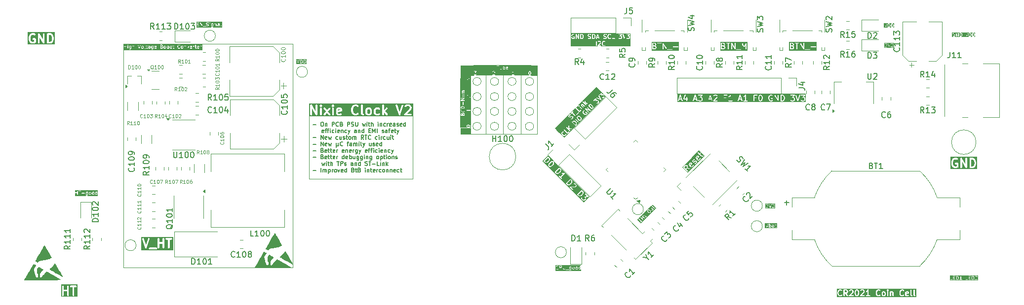
<source format=gbr>
%TF.GenerationSoftware,KiCad,Pcbnew,9.0.0*%
%TF.CreationDate,2025-03-11T11:24:18+01:00*%
%TF.ProjectId,CNIX V2 Control Board,434e4958-2056-4322-9043-6f6e74726f6c,rev?*%
%TF.SameCoordinates,Original*%
%TF.FileFunction,Legend,Top*%
%TF.FilePolarity,Positive*%
%FSLAX46Y46*%
G04 Gerber Fmt 4.6, Leading zero omitted, Abs format (unit mm)*
G04 Created by KiCad (PCBNEW 9.0.0) date 2025-03-11 11:24:18*
%MOMM*%
%LPD*%
G01*
G04 APERTURE LIST*
%ADD10C,0.120000*%
%ADD11C,0.150000*%
%ADD12C,0.300000*%
%ADD13C,0.100000*%
%ADD14C,0.140000*%
%ADD15C,0.200000*%
%ADD16C,0.010000*%
G04 APERTURE END LIST*
D10*
X153425171Y-91510267D02*
X153425171Y-101604351D01*
X142002251Y-101604351D02*
X153425171Y-101604351D01*
X150625171Y-91348045D02*
X150625171Y-101598065D01*
X140324289Y-100565086D02*
X142002251Y-100565086D01*
X142002251Y-101604351D01*
X140324289Y-101604351D01*
X140324289Y-100565086D01*
G36*
X140324289Y-100565086D02*
G01*
X142002251Y-100565086D01*
X142002251Y-101604351D01*
X140324289Y-101604351D01*
X140324289Y-100565086D01*
G37*
X152450101Y-89832305D02*
X153425171Y-89832305D01*
X153425171Y-91512635D01*
X152450101Y-91512635D01*
X152450101Y-89832305D01*
G36*
X152450101Y-89832305D02*
G01*
X153425171Y-89832305D01*
X153425171Y-91512635D01*
X152450101Y-91512635D01*
X152450101Y-89832305D01*
G37*
X147625171Y-91433609D02*
X147625171Y-101604736D01*
X142005080Y-89833072D02*
X142512684Y-89833072D01*
X142512684Y-91512492D01*
X142005080Y-91512492D01*
X142005080Y-89833072D01*
G36*
X142005080Y-89833072D02*
G01*
X142512684Y-89833072D01*
X142512684Y-91512492D01*
X142005080Y-91512492D01*
X142005080Y-89833072D01*
G37*
X82511051Y-86131051D02*
X111511051Y-86131051D01*
X111511051Y-124531051D01*
X82511051Y-124531051D01*
X82511051Y-86131051D01*
X114311051Y-96331051D02*
X132111051Y-96331051D01*
X132111051Y-109331051D01*
X114311051Y-109331051D01*
X114311051Y-96331051D01*
X144625171Y-91433609D02*
X144625171Y-101595150D01*
X140320469Y-89833609D02*
X142005080Y-89833609D01*
X142005080Y-91997481D01*
X140320469Y-91997481D01*
X140320469Y-89833609D01*
G36*
X140320469Y-89833609D02*
G01*
X142005080Y-89833609D01*
X142005080Y-91997481D01*
X140320469Y-91997481D01*
X140320469Y-89833609D01*
G37*
D11*
G36*
X197283506Y-86590231D02*
G01*
X197310000Y-86616725D01*
X197344258Y-86685241D01*
X197344258Y-86792688D01*
X197309999Y-86861204D01*
X197279592Y-86891612D01*
X197211077Y-86925870D01*
X196922830Y-86925870D01*
X196922830Y-86552060D01*
X197168993Y-86552060D01*
X197283506Y-86590231D01*
G37*
G36*
X197231974Y-86110128D02*
G01*
X197262381Y-86140535D01*
X197296639Y-86209051D01*
X197296639Y-86268879D01*
X197262381Y-86337395D01*
X197231974Y-86367802D01*
X197163458Y-86402060D01*
X196922830Y-86402060D01*
X196922830Y-86075870D01*
X197163458Y-86075870D01*
X197231974Y-86110128D01*
G37*
G36*
X201365834Y-87282219D02*
G01*
X196661719Y-87282219D01*
X196661719Y-87081476D01*
X199345700Y-87081476D01*
X199345700Y-87110740D01*
X199356899Y-87137776D01*
X199377591Y-87158468D01*
X199404627Y-87169667D01*
X199419259Y-87171108D01*
X200181163Y-87171108D01*
X200195795Y-87169667D01*
X200222831Y-87158468D01*
X200243523Y-87137776D01*
X200254722Y-87110740D01*
X200254722Y-87081476D01*
X200243523Y-87054440D01*
X200222831Y-87033748D01*
X200195795Y-87022549D01*
X200181163Y-87021108D01*
X199419259Y-87021108D01*
X199404627Y-87022549D01*
X199377591Y-87033748D01*
X199356899Y-87054440D01*
X199345700Y-87081476D01*
X196661719Y-87081476D01*
X196661719Y-86000870D01*
X196772830Y-86000870D01*
X196772830Y-87000870D01*
X196774271Y-87015502D01*
X196785470Y-87042538D01*
X196806162Y-87063230D01*
X196833198Y-87074429D01*
X196847830Y-87075870D01*
X197228782Y-87075870D01*
X197243414Y-87074429D01*
X197245903Y-87073397D01*
X197248591Y-87073207D01*
X197262323Y-87067952D01*
X197357561Y-87020333D01*
X197363860Y-87016368D01*
X197365688Y-87015611D01*
X197367744Y-87013923D01*
X197370004Y-87012501D01*
X197371304Y-87011001D01*
X197377054Y-87006283D01*
X197424672Y-86958664D01*
X197429390Y-86952914D01*
X197430889Y-86951615D01*
X197432310Y-86949356D01*
X197434000Y-86947298D01*
X197434757Y-86945468D01*
X197438721Y-86939172D01*
X197486340Y-86843934D01*
X197491595Y-86830203D01*
X197491786Y-86827513D01*
X197492817Y-86825025D01*
X197494258Y-86810393D01*
X197494258Y-86667536D01*
X197492817Y-86652904D01*
X197491786Y-86650415D01*
X197491595Y-86647726D01*
X197486340Y-86633995D01*
X197438721Y-86538757D01*
X197434756Y-86532457D01*
X197433999Y-86530630D01*
X197432310Y-86528573D01*
X197430889Y-86526314D01*
X197429390Y-86525014D01*
X197424672Y-86519265D01*
X197377053Y-86471646D01*
X197365688Y-86462319D01*
X197363197Y-86461287D01*
X197361162Y-86459522D01*
X197355094Y-86456813D01*
X197377053Y-86434855D01*
X197381771Y-86429105D01*
X197383270Y-86427806D01*
X197384691Y-86425546D01*
X197386380Y-86423490D01*
X197387137Y-86421662D01*
X197391102Y-86415363D01*
X197438721Y-86320125D01*
X197443976Y-86306394D01*
X197444167Y-86303704D01*
X197445198Y-86301216D01*
X197446639Y-86286584D01*
X197446639Y-86191346D01*
X197445198Y-86176714D01*
X197444167Y-86174225D01*
X197443976Y-86171536D01*
X197438721Y-86157805D01*
X197391102Y-86062567D01*
X197387137Y-86056267D01*
X197386380Y-86054440D01*
X197384691Y-86052383D01*
X197383270Y-86050124D01*
X197381771Y-86048824D01*
X197377053Y-86043075D01*
X197329434Y-85995456D01*
X197323684Y-85990737D01*
X197322385Y-85989239D01*
X197320125Y-85987817D01*
X197318202Y-85986238D01*
X197631414Y-85986238D01*
X197631414Y-86015502D01*
X197642613Y-86042538D01*
X197663305Y-86063230D01*
X197690341Y-86074429D01*
X197704973Y-86075870D01*
X197915687Y-86075870D01*
X197915687Y-87000870D01*
X197917128Y-87015502D01*
X197928327Y-87042538D01*
X197949019Y-87063230D01*
X197976055Y-87074429D01*
X198005319Y-87074429D01*
X198032355Y-87063230D01*
X198053047Y-87042538D01*
X198064246Y-87015502D01*
X198065687Y-87000870D01*
X198065687Y-86075870D01*
X198276401Y-86075870D01*
X198291033Y-86074429D01*
X198318069Y-86063230D01*
X198338761Y-86042538D01*
X198349960Y-86015502D01*
X198349960Y-86000870D01*
X198534735Y-86000870D01*
X198534735Y-87000870D01*
X198536176Y-87015502D01*
X198547375Y-87042538D01*
X198568067Y-87063230D01*
X198595103Y-87074429D01*
X198624367Y-87074429D01*
X198651403Y-87063230D01*
X198672095Y-87042538D01*
X198683294Y-87015502D01*
X198684735Y-87000870D01*
X198684735Y-86283286D01*
X199116045Y-87038081D01*
X199118234Y-87041165D01*
X199118803Y-87042538D01*
X199120200Y-87043935D01*
X199124555Y-87050070D01*
X199132443Y-87056178D01*
X199139495Y-87063230D01*
X199143913Y-87065060D01*
X199147693Y-87067987D01*
X199157314Y-87070611D01*
X199166531Y-87074429D01*
X199171312Y-87074429D01*
X199175924Y-87075687D01*
X199185821Y-87074429D01*
X199195795Y-87074429D01*
X199200210Y-87072599D01*
X199204954Y-87071997D01*
X199213618Y-87067046D01*
X199222831Y-87063230D01*
X199226209Y-87059851D01*
X199230363Y-87057478D01*
X199236472Y-87049588D01*
X199243523Y-87042538D01*
X199245352Y-87038121D01*
X199248280Y-87034341D01*
X199250904Y-87024717D01*
X199254722Y-87015502D01*
X199255458Y-87008019D01*
X199255980Y-87006109D01*
X199255792Y-87004633D01*
X199256163Y-87000870D01*
X199256163Y-86605285D01*
X200345700Y-86605285D01*
X200345700Y-86634549D01*
X200356899Y-86661585D01*
X200377591Y-86682277D01*
X200404627Y-86693476D01*
X200419259Y-86694917D01*
X201181164Y-86694917D01*
X201195796Y-86693476D01*
X201222832Y-86682277D01*
X201243524Y-86661585D01*
X201254723Y-86634549D01*
X201254723Y-86605285D01*
X201243524Y-86578249D01*
X201222832Y-86557557D01*
X201195796Y-86546358D01*
X201181164Y-86544917D01*
X200419259Y-86544917D01*
X200404627Y-86546358D01*
X200377591Y-86557557D01*
X200356899Y-86578249D01*
X200345700Y-86605285D01*
X199256163Y-86605285D01*
X199256163Y-86000870D01*
X199254722Y-85986238D01*
X199243523Y-85959202D01*
X199222831Y-85938510D01*
X199195795Y-85927311D01*
X199166531Y-85927311D01*
X199139495Y-85938510D01*
X199118803Y-85959202D01*
X199107604Y-85986238D01*
X199106163Y-86000870D01*
X199106163Y-86718453D01*
X198674853Y-85963660D01*
X198672664Y-85960576D01*
X198672095Y-85959202D01*
X198670695Y-85957802D01*
X198666343Y-85951670D01*
X198658453Y-85945560D01*
X198651403Y-85938510D01*
X198646986Y-85936680D01*
X198643206Y-85933753D01*
X198633582Y-85931128D01*
X198624367Y-85927311D01*
X198619586Y-85927311D01*
X198614974Y-85926053D01*
X198605077Y-85927311D01*
X198595103Y-85927311D01*
X198590687Y-85929140D01*
X198585944Y-85929743D01*
X198577279Y-85934693D01*
X198568067Y-85938510D01*
X198564688Y-85941888D01*
X198560535Y-85944262D01*
X198554425Y-85952151D01*
X198547375Y-85959202D01*
X198545545Y-85963618D01*
X198542618Y-85967399D01*
X198539993Y-85977022D01*
X198536176Y-85986238D01*
X198535439Y-85993720D01*
X198534918Y-85995631D01*
X198535105Y-85997106D01*
X198534735Y-86000870D01*
X198349960Y-86000870D01*
X198349960Y-85986238D01*
X198338761Y-85959202D01*
X198318069Y-85938510D01*
X198291033Y-85927311D01*
X198276401Y-85925870D01*
X197704973Y-85925870D01*
X197690341Y-85927311D01*
X197663305Y-85938510D01*
X197642613Y-85959202D01*
X197631414Y-85986238D01*
X197318202Y-85986238D01*
X197318069Y-85986129D01*
X197316241Y-85985371D01*
X197309942Y-85981407D01*
X197214704Y-85933788D01*
X197200972Y-85928533D01*
X197198284Y-85928342D01*
X197195795Y-85927311D01*
X197181163Y-85925870D01*
X196847830Y-85925870D01*
X196833198Y-85927311D01*
X196806162Y-85938510D01*
X196785470Y-85959202D01*
X196774271Y-85986238D01*
X196772830Y-86000870D01*
X196661719Y-86000870D01*
X196661719Y-85814759D01*
X201365834Y-85814759D01*
X201365834Y-87282219D01*
G37*
G36*
X161145534Y-84575272D02*
G01*
X161195839Y-84625577D01*
X161222427Y-84678753D01*
X161253906Y-84804668D01*
X161253906Y-84893344D01*
X161222427Y-85019259D01*
X161195838Y-85072437D01*
X161145534Y-85122741D01*
X161066736Y-85149007D01*
X160975335Y-85149007D01*
X160975335Y-84549007D01*
X161066736Y-84549007D01*
X161145534Y-84575272D01*
G37*
G36*
X163181249Y-84575272D02*
G01*
X163231554Y-84625577D01*
X163258142Y-84678753D01*
X163289621Y-84804668D01*
X163289621Y-84893344D01*
X163258142Y-85019259D01*
X163231553Y-85072437D01*
X163181249Y-85122741D01*
X163102451Y-85149007D01*
X163011050Y-85149007D01*
X163011050Y-84549007D01*
X163102451Y-84549007D01*
X163181249Y-84575272D01*
G37*
G36*
X163903422Y-84934721D02*
G01*
X163754392Y-84934721D01*
X163828907Y-84711177D01*
X163903422Y-84934721D01*
G37*
G36*
X169451527Y-86589798D02*
G01*
X159170574Y-86589798D01*
X159170574Y-85681465D01*
X163503908Y-85681465D01*
X163503908Y-86431465D01*
X163505349Y-86446097D01*
X163516548Y-86473133D01*
X163537240Y-86493825D01*
X163564276Y-86505024D01*
X163593540Y-86505024D01*
X163620576Y-86493825D01*
X163641268Y-86473133D01*
X163652467Y-86446097D01*
X163653908Y-86431465D01*
X163653908Y-86416833D01*
X163791063Y-86416833D01*
X163791063Y-86446097D01*
X163802262Y-86473133D01*
X163822954Y-86493825D01*
X163849990Y-86505024D01*
X163864622Y-86506465D01*
X164328908Y-86506465D01*
X164343540Y-86505024D01*
X164370576Y-86493825D01*
X164391268Y-86473133D01*
X164402467Y-86446097D01*
X164402467Y-86416833D01*
X164391268Y-86389797D01*
X164370576Y-86369105D01*
X164343540Y-86357906D01*
X164328908Y-86356465D01*
X164045688Y-86356465D01*
X164346227Y-86055926D01*
X164355554Y-86044561D01*
X164356584Y-86042072D01*
X164358351Y-86040036D01*
X164364345Y-86026610D01*
X164372251Y-86002893D01*
X164539623Y-86002893D01*
X164539623Y-86110036D01*
X164539874Y-86112589D01*
X164539712Y-86113681D01*
X164540520Y-86119153D01*
X164541064Y-86124668D01*
X164541487Y-86125689D01*
X164541862Y-86128226D01*
X164577576Y-86271083D01*
X164577961Y-86272162D01*
X164578000Y-86272702D01*
X164580327Y-86278783D01*
X164582523Y-86284929D01*
X164582845Y-86285364D01*
X164583255Y-86286434D01*
X164618969Y-86357863D01*
X164622933Y-86364162D01*
X164623691Y-86365990D01*
X164625379Y-86368046D01*
X164626801Y-86370306D01*
X164628299Y-86371605D01*
X164633018Y-86377355D01*
X164704447Y-86448784D01*
X164715812Y-86458112D01*
X164718304Y-86459144D01*
X164720338Y-86460908D01*
X164733763Y-86466902D01*
X164840907Y-86502616D01*
X164848158Y-86504265D01*
X164849991Y-86505024D01*
X164852646Y-86505285D01*
X164855243Y-86505876D01*
X164857217Y-86505735D01*
X164864623Y-86506465D01*
X164936051Y-86506465D01*
X164943456Y-86505735D01*
X164945431Y-86505876D01*
X164948028Y-86505285D01*
X164950683Y-86505024D01*
X164952514Y-86504265D01*
X164959768Y-86502616D01*
X165066911Y-86466902D01*
X165080337Y-86460908D01*
X165082372Y-86459142D01*
X165084863Y-86458111D01*
X165096228Y-86448783D01*
X165131942Y-86413068D01*
X165141269Y-86401703D01*
X165152467Y-86374666D01*
X165152467Y-86345403D01*
X165141268Y-86318367D01*
X165120575Y-86297675D01*
X165093538Y-86286477D01*
X165064276Y-86286477D01*
X165037239Y-86297676D01*
X165025874Y-86307004D01*
X165002679Y-86330199D01*
X164923881Y-86356465D01*
X164876793Y-86356465D01*
X164797993Y-86330198D01*
X164747689Y-86279894D01*
X164721101Y-86226717D01*
X164689623Y-86100802D01*
X164689623Y-86012126D01*
X164721101Y-85886211D01*
X164747690Y-85833035D01*
X164797993Y-85782731D01*
X164876793Y-85756465D01*
X164923881Y-85756465D01*
X165002679Y-85782730D01*
X165025875Y-85805926D01*
X165037240Y-85815253D01*
X165064276Y-85826452D01*
X165093539Y-85826452D01*
X165120576Y-85815253D01*
X165141268Y-85794561D01*
X165152467Y-85767524D01*
X165152467Y-85738261D01*
X165141268Y-85711225D01*
X165131941Y-85699860D01*
X165096227Y-85664146D01*
X165084862Y-85654819D01*
X165082373Y-85653788D01*
X165080337Y-85652022D01*
X165066911Y-85646028D01*
X164959768Y-85610314D01*
X164952514Y-85608664D01*
X164950683Y-85607906D01*
X164948028Y-85607644D01*
X164945431Y-85607054D01*
X164943456Y-85607194D01*
X164936051Y-85606465D01*
X164864623Y-85606465D01*
X164857217Y-85607194D01*
X164855243Y-85607054D01*
X164852646Y-85607644D01*
X164849991Y-85607906D01*
X164848158Y-85608664D01*
X164840907Y-85610314D01*
X164733763Y-85646028D01*
X164720338Y-85652022D01*
X164718304Y-85653785D01*
X164715812Y-85654818D01*
X164704447Y-85664146D01*
X164633018Y-85735575D01*
X164628299Y-85741324D01*
X164626801Y-85742624D01*
X164625379Y-85744883D01*
X164623691Y-85746940D01*
X164622933Y-85748767D01*
X164618969Y-85755067D01*
X164583255Y-85826495D01*
X164582845Y-85827564D01*
X164582523Y-85828000D01*
X164580327Y-85834145D01*
X164578000Y-85840227D01*
X164577961Y-85840766D01*
X164577576Y-85841846D01*
X164541862Y-85984703D01*
X164541487Y-85987239D01*
X164541064Y-85988261D01*
X164540520Y-85993775D01*
X164539712Y-85999248D01*
X164539874Y-86000339D01*
X164539623Y-86002893D01*
X164372251Y-86002893D01*
X164400059Y-85919468D01*
X164401708Y-85912214D01*
X164402467Y-85910383D01*
X164402728Y-85907728D01*
X164403319Y-85905131D01*
X164403178Y-85903156D01*
X164403908Y-85895751D01*
X164403908Y-85824322D01*
X164402467Y-85809690D01*
X164401435Y-85807200D01*
X164401245Y-85804513D01*
X164395990Y-85790782D01*
X164360276Y-85719352D01*
X164356311Y-85713052D01*
X164355554Y-85711225D01*
X164353865Y-85709168D01*
X164352444Y-85706909D01*
X164350945Y-85705609D01*
X164346227Y-85699860D01*
X164310513Y-85664146D01*
X164304763Y-85659427D01*
X164303464Y-85657929D01*
X164301204Y-85656507D01*
X164299148Y-85654819D01*
X164297320Y-85654061D01*
X164291021Y-85650097D01*
X164219592Y-85614383D01*
X164205860Y-85609128D01*
X164203172Y-85608937D01*
X164200683Y-85607906D01*
X164186051Y-85606465D01*
X164007480Y-85606465D01*
X163992848Y-85607906D01*
X163990358Y-85608937D01*
X163987671Y-85609128D01*
X163973940Y-85614383D01*
X163902510Y-85650097D01*
X163896210Y-85654061D01*
X163894383Y-85654819D01*
X163892326Y-85656507D01*
X163890067Y-85657929D01*
X163888767Y-85659427D01*
X163883018Y-85664146D01*
X163847304Y-85699860D01*
X163837977Y-85711225D01*
X163826778Y-85738262D01*
X163826778Y-85767524D01*
X163837977Y-85794561D01*
X163858669Y-85815253D01*
X163885706Y-85826452D01*
X163914968Y-85826452D01*
X163942005Y-85815253D01*
X163953370Y-85805926D01*
X163980477Y-85778818D01*
X164025185Y-85756465D01*
X164168346Y-85756465D01*
X164213052Y-85778817D01*
X164231554Y-85797319D01*
X164253908Y-85842026D01*
X164253908Y-85883581D01*
X164227642Y-85962379D01*
X163811589Y-86378432D01*
X163802262Y-86389797D01*
X163791063Y-86416833D01*
X163653908Y-86416833D01*
X163653908Y-85681465D01*
X163652467Y-85666833D01*
X163641268Y-85639797D01*
X163620576Y-85619105D01*
X163593540Y-85607906D01*
X163564276Y-85607906D01*
X163537240Y-85619105D01*
X163516548Y-85639797D01*
X163505349Y-85666833D01*
X163503908Y-85681465D01*
X159170574Y-85681465D01*
X159170574Y-84795435D01*
X159253907Y-84795435D01*
X159253907Y-84902578D01*
X159254158Y-84905131D01*
X159253996Y-84906223D01*
X159254804Y-84911695D01*
X159255348Y-84917210D01*
X159255771Y-84918231D01*
X159256146Y-84920768D01*
X159291860Y-85063625D01*
X159292245Y-85064704D01*
X159292284Y-85065244D01*
X159294611Y-85071325D01*
X159296807Y-85077471D01*
X159297129Y-85077906D01*
X159297539Y-85078976D01*
X159333253Y-85150405D01*
X159337217Y-85156704D01*
X159337975Y-85158532D01*
X159339663Y-85160588D01*
X159341085Y-85162848D01*
X159342583Y-85164147D01*
X159347302Y-85169897D01*
X159418731Y-85241326D01*
X159430096Y-85250654D01*
X159432588Y-85251686D01*
X159434622Y-85253450D01*
X159448047Y-85259444D01*
X159555191Y-85295158D01*
X159562442Y-85296807D01*
X159564275Y-85297566D01*
X159566930Y-85297827D01*
X159569527Y-85298418D01*
X159571501Y-85298277D01*
X159578907Y-85299007D01*
X159650335Y-85299007D01*
X159657740Y-85298277D01*
X159659715Y-85298418D01*
X159662312Y-85297827D01*
X159664967Y-85297566D01*
X159666798Y-85296807D01*
X159674052Y-85295158D01*
X159781195Y-85259444D01*
X159794621Y-85253450D01*
X159796656Y-85251684D01*
X159799147Y-85250653D01*
X159810512Y-85241325D01*
X159846226Y-85205610D01*
X159855553Y-85194245D01*
X159861903Y-85178913D01*
X159866751Y-85167210D01*
X159868192Y-85152578D01*
X159868192Y-84902578D01*
X159866751Y-84887946D01*
X159855552Y-84860910D01*
X159834860Y-84840218D01*
X159807824Y-84829019D01*
X159793192Y-84827578D01*
X159650335Y-84827578D01*
X159635703Y-84829019D01*
X159608667Y-84840218D01*
X159587975Y-84860910D01*
X159576776Y-84887946D01*
X159576776Y-84917210D01*
X159587975Y-84944246D01*
X159608667Y-84964938D01*
X159635703Y-84976137D01*
X159650335Y-84977578D01*
X159718192Y-84977578D01*
X159718192Y-85121512D01*
X159716963Y-85122741D01*
X159638165Y-85149007D01*
X159591077Y-85149007D01*
X159512277Y-85122740D01*
X159461973Y-85072436D01*
X159435385Y-85019259D01*
X159403907Y-84893344D01*
X159403907Y-84804668D01*
X159435385Y-84678753D01*
X159461974Y-84625577D01*
X159512277Y-84575273D01*
X159591077Y-84549007D01*
X159668345Y-84549007D01*
X159723937Y-84576803D01*
X159737669Y-84582058D01*
X159766859Y-84584132D01*
X159794620Y-84574878D01*
X159816728Y-84555705D01*
X159829815Y-84529530D01*
X159831889Y-84500340D01*
X159823111Y-84474007D01*
X160039621Y-84474007D01*
X160039621Y-85224007D01*
X160041062Y-85238639D01*
X160052261Y-85265675D01*
X160072953Y-85286367D01*
X160099989Y-85297566D01*
X160129253Y-85297566D01*
X160156289Y-85286367D01*
X160176981Y-85265675D01*
X160188180Y-85238639D01*
X160189621Y-85224007D01*
X160189621Y-84756423D01*
X160478074Y-85261217D01*
X160480262Y-85264300D01*
X160480832Y-85265675D01*
X160482232Y-85267075D01*
X160486584Y-85273206D01*
X160494470Y-85279313D01*
X160501524Y-85286367D01*
X160505940Y-85288196D01*
X160509721Y-85291124D01*
X160519344Y-85293748D01*
X160528560Y-85297566D01*
X160533341Y-85297566D01*
X160537953Y-85298824D01*
X160547850Y-85297566D01*
X160557824Y-85297566D01*
X160562239Y-85295736D01*
X160566983Y-85295134D01*
X160575647Y-85290183D01*
X160584860Y-85286367D01*
X160588238Y-85282988D01*
X160592392Y-85280615D01*
X160598500Y-85272726D01*
X160605552Y-85265675D01*
X160607382Y-85261256D01*
X160610309Y-85257477D01*
X160612933Y-85247855D01*
X160616751Y-85238639D01*
X160617487Y-85231156D01*
X160618009Y-85229246D01*
X160617821Y-85227770D01*
X160618192Y-85224007D01*
X160618192Y-84474007D01*
X160825335Y-84474007D01*
X160825335Y-85224007D01*
X160826776Y-85238639D01*
X160837975Y-85265675D01*
X160858667Y-85286367D01*
X160885703Y-85297566D01*
X160900335Y-85299007D01*
X161078906Y-85299007D01*
X161086311Y-85298277D01*
X161088286Y-85298418D01*
X161090883Y-85297827D01*
X161093538Y-85297566D01*
X161095369Y-85296807D01*
X161102623Y-85295158D01*
X161209766Y-85259444D01*
X161223192Y-85253450D01*
X161225228Y-85251683D01*
X161227717Y-85250653D01*
X161239082Y-85241326D01*
X161310511Y-85169897D01*
X161315231Y-85164146D01*
X161316728Y-85162848D01*
X161318147Y-85160593D01*
X161319839Y-85158532D01*
X161320597Y-85156699D01*
X161324560Y-85150405D01*
X161360274Y-85078975D01*
X161360682Y-85077907D01*
X161361006Y-85077471D01*
X161363204Y-85071319D01*
X161365529Y-85065244D01*
X161365567Y-85064704D01*
X161365953Y-85063625D01*
X161401667Y-84920768D01*
X161402042Y-84918230D01*
X161402465Y-84917210D01*
X161403006Y-84911707D01*
X161403818Y-84906223D01*
X161403654Y-84905127D01*
X161403906Y-84902578D01*
X161403906Y-84795435D01*
X161403654Y-84792885D01*
X161403818Y-84791790D01*
X161403006Y-84786305D01*
X161402465Y-84780803D01*
X161402042Y-84779782D01*
X161401667Y-84777245D01*
X161365953Y-84634388D01*
X161365567Y-84633308D01*
X161365529Y-84632769D01*
X161363201Y-84626687D01*
X161361006Y-84620542D01*
X161360683Y-84620106D01*
X161360274Y-84619037D01*
X161359187Y-84616864D01*
X162111050Y-84616864D01*
X162111050Y-84688293D01*
X162112491Y-84702925D01*
X162113522Y-84705414D01*
X162113713Y-84708102D01*
X162118968Y-84721834D01*
X162154682Y-84793262D01*
X162158646Y-84799561D01*
X162159404Y-84801389D01*
X162161092Y-84803445D01*
X162162514Y-84805705D01*
X162164012Y-84807004D01*
X162168731Y-84812754D01*
X162204445Y-84848468D01*
X162210197Y-84853188D01*
X162211494Y-84854684D01*
X162213748Y-84856103D01*
X162215810Y-84857795D01*
X162217640Y-84858553D01*
X162223937Y-84862517D01*
X162295365Y-84898232D01*
X162296436Y-84898642D01*
X162296871Y-84898964D01*
X162303001Y-84901154D01*
X162309097Y-84903487D01*
X162309637Y-84903525D01*
X162310717Y-84903911D01*
X162445588Y-84937628D01*
X162498764Y-84964216D01*
X162517267Y-84982719D01*
X162539621Y-85027426D01*
X162539621Y-85063445D01*
X162517267Y-85108151D01*
X162498764Y-85126654D01*
X162454059Y-85149007D01*
X162305363Y-85149007D01*
X162209767Y-85117142D01*
X162195430Y-85113882D01*
X162166240Y-85115957D01*
X162140067Y-85129043D01*
X162120893Y-85151151D01*
X162111639Y-85178913D01*
X162113714Y-85208103D01*
X162126800Y-85234276D01*
X162148908Y-85253450D01*
X162162333Y-85259444D01*
X162269477Y-85295158D01*
X162276728Y-85296807D01*
X162278561Y-85297566D01*
X162281216Y-85297827D01*
X162283813Y-85298418D01*
X162285787Y-85298277D01*
X162293193Y-85299007D01*
X162471764Y-85299007D01*
X162486396Y-85297566D01*
X162488885Y-85296534D01*
X162491573Y-85296344D01*
X162505305Y-85291089D01*
X162576734Y-85255375D01*
X162583031Y-85251411D01*
X162584862Y-85250653D01*
X162586921Y-85248962D01*
X162589177Y-85247543D01*
X162590475Y-85246045D01*
X162596227Y-85241325D01*
X162631941Y-85205610D01*
X162636658Y-85199861D01*
X162638157Y-85198562D01*
X162639578Y-85196303D01*
X162641268Y-85194245D01*
X162642025Y-85192415D01*
X162645989Y-85186119D01*
X162681703Y-85114691D01*
X162686958Y-85100959D01*
X162687148Y-85098271D01*
X162688180Y-85095782D01*
X162689621Y-85081150D01*
X162689621Y-85009721D01*
X162688180Y-84995089D01*
X162687148Y-84992599D01*
X162686958Y-84989912D01*
X162681703Y-84976180D01*
X162645989Y-84904752D01*
X162642025Y-84898455D01*
X162641268Y-84896626D01*
X162639578Y-84894567D01*
X162638157Y-84892309D01*
X162636658Y-84891009D01*
X162631941Y-84885261D01*
X162596227Y-84849546D01*
X162590475Y-84844825D01*
X162589177Y-84843328D01*
X162586921Y-84841908D01*
X162584862Y-84840218D01*
X162583031Y-84839459D01*
X162576734Y-84835496D01*
X162505305Y-84799782D01*
X162504235Y-84799372D01*
X162503800Y-84799050D01*
X162497654Y-84796854D01*
X162491573Y-84794527D01*
X162491033Y-84794488D01*
X162489954Y-84794103D01*
X162355083Y-84760385D01*
X162301905Y-84733796D01*
X162283403Y-84715294D01*
X162261050Y-84670588D01*
X162261050Y-84634568D01*
X162283402Y-84589862D01*
X162301904Y-84571360D01*
X162346612Y-84549007D01*
X162495308Y-84549007D01*
X162590905Y-84580872D01*
X162605241Y-84584132D01*
X162634431Y-84582058D01*
X162660605Y-84568971D01*
X162679779Y-84546863D01*
X162689033Y-84519101D01*
X162686958Y-84489911D01*
X162679006Y-84474007D01*
X162861050Y-84474007D01*
X162861050Y-85224007D01*
X162862491Y-85238639D01*
X162873690Y-85265675D01*
X162894382Y-85286367D01*
X162921418Y-85297566D01*
X162936050Y-85299007D01*
X163114621Y-85299007D01*
X163122026Y-85298277D01*
X163124001Y-85298418D01*
X163126598Y-85297827D01*
X163129253Y-85297566D01*
X163131084Y-85296807D01*
X163138338Y-85295158D01*
X163245481Y-85259444D01*
X163258907Y-85253450D01*
X163260943Y-85251683D01*
X163263432Y-85250653D01*
X163274797Y-85241326D01*
X163301496Y-85214627D01*
X163504496Y-85214627D01*
X163506571Y-85243817D01*
X163519657Y-85269990D01*
X163541764Y-85289164D01*
X163569527Y-85298418D01*
X163598717Y-85296343D01*
X163624890Y-85283257D01*
X163644064Y-85261150D01*
X163650058Y-85247724D01*
X163704392Y-85084721D01*
X163953422Y-85084721D01*
X164007756Y-85247724D01*
X164013750Y-85261149D01*
X164032924Y-85283256D01*
X164059097Y-85296343D01*
X164088287Y-85298418D01*
X164116049Y-85289164D01*
X164138157Y-85269990D01*
X164151243Y-85243816D01*
X164153318Y-85214626D01*
X164150058Y-85200290D01*
X163955583Y-84616864D01*
X164789622Y-84616864D01*
X164789622Y-84688293D01*
X164791063Y-84702925D01*
X164792094Y-84705414D01*
X164792285Y-84708102D01*
X164797540Y-84721834D01*
X164833254Y-84793262D01*
X164837218Y-84799561D01*
X164837976Y-84801389D01*
X164839664Y-84803445D01*
X164841086Y-84805705D01*
X164842584Y-84807004D01*
X164847303Y-84812754D01*
X164883017Y-84848468D01*
X164888769Y-84853188D01*
X164890066Y-84854684D01*
X164892320Y-84856103D01*
X164894382Y-84857795D01*
X164896212Y-84858553D01*
X164902509Y-84862517D01*
X164973937Y-84898232D01*
X164975008Y-84898642D01*
X164975443Y-84898964D01*
X164981573Y-84901154D01*
X164987669Y-84903487D01*
X164988209Y-84903525D01*
X164989289Y-84903911D01*
X165124160Y-84937628D01*
X165177336Y-84964216D01*
X165195839Y-84982719D01*
X165218193Y-85027426D01*
X165218193Y-85063445D01*
X165195839Y-85108151D01*
X165177336Y-85126654D01*
X165132631Y-85149007D01*
X164983935Y-85149007D01*
X164888339Y-85117142D01*
X164874002Y-85113882D01*
X164844812Y-85115957D01*
X164818639Y-85129043D01*
X164799465Y-85151151D01*
X164790211Y-85178913D01*
X164792286Y-85208103D01*
X164805372Y-85234276D01*
X164827480Y-85253450D01*
X164840905Y-85259444D01*
X164948049Y-85295158D01*
X164955300Y-85296807D01*
X164957133Y-85297566D01*
X164959788Y-85297827D01*
X164962385Y-85298418D01*
X164964359Y-85298277D01*
X164971765Y-85299007D01*
X165150336Y-85299007D01*
X165164968Y-85297566D01*
X165167457Y-85296534D01*
X165170145Y-85296344D01*
X165183877Y-85291089D01*
X165255306Y-85255375D01*
X165261603Y-85251411D01*
X165263434Y-85250653D01*
X165265493Y-85248962D01*
X165267749Y-85247543D01*
X165269047Y-85246045D01*
X165274799Y-85241325D01*
X165310513Y-85205610D01*
X165315230Y-85199861D01*
X165316729Y-85198562D01*
X165318150Y-85196303D01*
X165319840Y-85194245D01*
X165320597Y-85192415D01*
X165324561Y-85186119D01*
X165360275Y-85114691D01*
X165365530Y-85100959D01*
X165365720Y-85098271D01*
X165366752Y-85095782D01*
X165368193Y-85081150D01*
X165368193Y-85009721D01*
X165366752Y-84995089D01*
X165365720Y-84992599D01*
X165365530Y-84989912D01*
X165360275Y-84976180D01*
X165324561Y-84904752D01*
X165320597Y-84898455D01*
X165319840Y-84896626D01*
X165318150Y-84894567D01*
X165316729Y-84892309D01*
X165315230Y-84891009D01*
X165310513Y-84885261D01*
X165274799Y-84849546D01*
X165269047Y-84844825D01*
X165267749Y-84843328D01*
X165265493Y-84841908D01*
X165263434Y-84840218D01*
X165261603Y-84839459D01*
X165255306Y-84835496D01*
X165183877Y-84799782D01*
X165182807Y-84799372D01*
X165182372Y-84799050D01*
X165176226Y-84796854D01*
X165172518Y-84795435D01*
X165503908Y-84795435D01*
X165503908Y-84902578D01*
X165504159Y-84905131D01*
X165503997Y-84906223D01*
X165504805Y-84911695D01*
X165505349Y-84917210D01*
X165505772Y-84918231D01*
X165506147Y-84920768D01*
X165541861Y-85063625D01*
X165542246Y-85064704D01*
X165542285Y-85065244D01*
X165544612Y-85071325D01*
X165546808Y-85077471D01*
X165547130Y-85077906D01*
X165547540Y-85078976D01*
X165583254Y-85150405D01*
X165587218Y-85156704D01*
X165587976Y-85158532D01*
X165589664Y-85160588D01*
X165591086Y-85162848D01*
X165592584Y-85164147D01*
X165597303Y-85169897D01*
X165668732Y-85241326D01*
X165680097Y-85250654D01*
X165682589Y-85251686D01*
X165684623Y-85253450D01*
X165698048Y-85259444D01*
X165805192Y-85295158D01*
X165812443Y-85296807D01*
X165814276Y-85297566D01*
X165816931Y-85297827D01*
X165819528Y-85298418D01*
X165821502Y-85298277D01*
X165828908Y-85299007D01*
X165900336Y-85299007D01*
X165907741Y-85298277D01*
X165909716Y-85298418D01*
X165912313Y-85297827D01*
X165914968Y-85297566D01*
X165916799Y-85296807D01*
X165924053Y-85295158D01*
X166031196Y-85259444D01*
X166044622Y-85253450D01*
X166046657Y-85251684D01*
X166049148Y-85250653D01*
X166060513Y-85241325D01*
X166096227Y-85205610D01*
X166105554Y-85194245D01*
X166116752Y-85167208D01*
X166116752Y-85137945D01*
X166105553Y-85110909D01*
X166084860Y-85090217D01*
X166057823Y-85079019D01*
X166028561Y-85079019D01*
X166001524Y-85090218D01*
X165990159Y-85099546D01*
X165966964Y-85122741D01*
X165888166Y-85149007D01*
X165841078Y-85149007D01*
X165762278Y-85122740D01*
X165711974Y-85072436D01*
X165685386Y-85019259D01*
X165653908Y-84893344D01*
X165653908Y-84804668D01*
X165685386Y-84678753D01*
X165711975Y-84625577D01*
X165762278Y-84575273D01*
X165841078Y-84549007D01*
X165888166Y-84549007D01*
X165966964Y-84575272D01*
X165990160Y-84598468D01*
X166001525Y-84607795D01*
X166028561Y-84618994D01*
X166057824Y-84618994D01*
X166084861Y-84607795D01*
X166105553Y-84587103D01*
X166116752Y-84560066D01*
X166116752Y-84530803D01*
X166105553Y-84503767D01*
X166096226Y-84492402D01*
X166077831Y-84474007D01*
X166289622Y-84474007D01*
X166289622Y-85224007D01*
X166291063Y-85238639D01*
X166302262Y-85265675D01*
X166322954Y-85286367D01*
X166349990Y-85297566D01*
X166364622Y-85299007D01*
X166721765Y-85299007D01*
X166736397Y-85297566D01*
X166763433Y-85286367D01*
X166784125Y-85265675D01*
X166795324Y-85238639D01*
X166795324Y-85209375D01*
X166784125Y-85182339D01*
X166763433Y-85161647D01*
X166736397Y-85150448D01*
X166721765Y-85149007D01*
X166439622Y-85149007D01*
X166439622Y-84474007D01*
X166438181Y-84459375D01*
X167398206Y-84459375D01*
X167398206Y-84488639D01*
X167409405Y-84515675D01*
X167430097Y-84536367D01*
X167457133Y-84547566D01*
X167471765Y-84549007D01*
X167770768Y-84549007D01*
X167629608Y-84710333D01*
X167625086Y-84716657D01*
X167623691Y-84718053D01*
X167623142Y-84719376D01*
X167621057Y-84722294D01*
X167617155Y-84733831D01*
X167612492Y-84745089D01*
X167612492Y-84747619D01*
X167611682Y-84750015D01*
X167612492Y-84762168D01*
X167612492Y-84774353D01*
X167613459Y-84776689D01*
X167613628Y-84779213D01*
X167619030Y-84790138D01*
X167623691Y-84801389D01*
X167625477Y-84803175D01*
X167626600Y-84805445D01*
X167635772Y-84813470D01*
X167644383Y-84822081D01*
X167646719Y-84823049D01*
X167648624Y-84824715D01*
X167660161Y-84828616D01*
X167671419Y-84833280D01*
X167674989Y-84833631D01*
X167676345Y-84834090D01*
X167678312Y-84833958D01*
X167686051Y-84834721D01*
X167775489Y-84834721D01*
X167820194Y-84857073D01*
X167838697Y-84875576D01*
X167861051Y-84920283D01*
X167861051Y-85063445D01*
X167838697Y-85108151D01*
X167820194Y-85126654D01*
X167775489Y-85149007D01*
X167596613Y-85149007D01*
X167551907Y-85126654D01*
X167524798Y-85099545D01*
X167513433Y-85090218D01*
X167486396Y-85079019D01*
X167457134Y-85079019D01*
X167430097Y-85090218D01*
X167409405Y-85110910D01*
X167398206Y-85137947D01*
X167398206Y-85167209D01*
X167409405Y-85194246D01*
X167418732Y-85205611D01*
X167454447Y-85241326D01*
X167460196Y-85246044D01*
X167461496Y-85247543D01*
X167463754Y-85248964D01*
X167465813Y-85250654D01*
X167467642Y-85251411D01*
X167473939Y-85255375D01*
X167545367Y-85291089D01*
X167559099Y-85296344D01*
X167561786Y-85296534D01*
X167564276Y-85297566D01*
X167578908Y-85299007D01*
X167793194Y-85299007D01*
X167807826Y-85297566D01*
X167810315Y-85296534D01*
X167813003Y-85296344D01*
X167826735Y-85291089D01*
X167898164Y-85255375D01*
X167904461Y-85251411D01*
X167906292Y-85250653D01*
X167908351Y-85248962D01*
X167910607Y-85247543D01*
X167911905Y-85246045D01*
X167917657Y-85241325D01*
X167953371Y-85205610D01*
X167958088Y-85199861D01*
X167959587Y-85198562D01*
X167961008Y-85196303D01*
X167962698Y-85194245D01*
X167963455Y-85192415D01*
X167967419Y-85186119D01*
X168003133Y-85114691D01*
X168008388Y-85100959D01*
X168008578Y-85098271D01*
X168009610Y-85095782D01*
X168011051Y-85081150D01*
X168011051Y-84902578D01*
X168009610Y-84887946D01*
X168008578Y-84885456D01*
X168008388Y-84882769D01*
X168003133Y-84869037D01*
X167967419Y-84797609D01*
X167963455Y-84791312D01*
X167962698Y-84789483D01*
X167961008Y-84787424D01*
X167959587Y-84785166D01*
X167958088Y-84783866D01*
X167953371Y-84778118D01*
X167917657Y-84742403D01*
X167911905Y-84737682D01*
X167910607Y-84736185D01*
X167908351Y-84734765D01*
X167906292Y-84733075D01*
X167904461Y-84732316D01*
X167898164Y-84728353D01*
X167839027Y-84698785D01*
X167992494Y-84523395D01*
X167997015Y-84517070D01*
X167998411Y-84515675D01*
X167998959Y-84514351D01*
X168001045Y-84511434D01*
X168004946Y-84499896D01*
X168009610Y-84488639D01*
X168009610Y-84486108D01*
X168010420Y-84483713D01*
X168010398Y-84483387D01*
X168075926Y-84483387D01*
X168079186Y-84497724D01*
X168329186Y-85247724D01*
X168335180Y-85261149D01*
X168338690Y-85265196D01*
X168341087Y-85269990D01*
X168348195Y-85276155D01*
X168354354Y-85283256D01*
X168359143Y-85285650D01*
X168363194Y-85289164D01*
X168372119Y-85292138D01*
X168380527Y-85296343D01*
X168385871Y-85296722D01*
X168390957Y-85298418D01*
X168400337Y-85297751D01*
X168409717Y-85298418D01*
X168414802Y-85296722D01*
X168420147Y-85296343D01*
X168428557Y-85292137D01*
X168437479Y-85289164D01*
X168441526Y-85285653D01*
X168446320Y-85283257D01*
X168452483Y-85276151D01*
X168459587Y-85269990D01*
X168461982Y-85265198D01*
X168465494Y-85261150D01*
X168471488Y-85247724D01*
X168721488Y-84497724D01*
X168724748Y-84483388D01*
X168723041Y-84459375D01*
X168755349Y-84459375D01*
X168755349Y-84488639D01*
X168766548Y-84515675D01*
X168787240Y-84536367D01*
X168814276Y-84547566D01*
X168828908Y-84549007D01*
X169127911Y-84549007D01*
X168986751Y-84710333D01*
X168982229Y-84716657D01*
X168980834Y-84718053D01*
X168980285Y-84719376D01*
X168978200Y-84722294D01*
X168974298Y-84733831D01*
X168969635Y-84745089D01*
X168969635Y-84747619D01*
X168968825Y-84750015D01*
X168969635Y-84762168D01*
X168969635Y-84774353D01*
X168970602Y-84776689D01*
X168970771Y-84779213D01*
X168976173Y-84790138D01*
X168980834Y-84801389D01*
X168982620Y-84803175D01*
X168983743Y-84805445D01*
X168992915Y-84813470D01*
X169001526Y-84822081D01*
X169003862Y-84823049D01*
X169005767Y-84824715D01*
X169017304Y-84828616D01*
X169028562Y-84833280D01*
X169032132Y-84833631D01*
X169033488Y-84834090D01*
X169035455Y-84833958D01*
X169043194Y-84834721D01*
X169132632Y-84834721D01*
X169177337Y-84857073D01*
X169195840Y-84875576D01*
X169218194Y-84920283D01*
X169218194Y-85063445D01*
X169195840Y-85108151D01*
X169177337Y-85126654D01*
X169132632Y-85149007D01*
X168953756Y-85149007D01*
X168909050Y-85126654D01*
X168881941Y-85099545D01*
X168870576Y-85090218D01*
X168843539Y-85079019D01*
X168814277Y-85079019D01*
X168787240Y-85090218D01*
X168766548Y-85110910D01*
X168755349Y-85137947D01*
X168755349Y-85167209D01*
X168766548Y-85194246D01*
X168775875Y-85205611D01*
X168811590Y-85241326D01*
X168817339Y-85246044D01*
X168818639Y-85247543D01*
X168820897Y-85248964D01*
X168822956Y-85250654D01*
X168824785Y-85251411D01*
X168831082Y-85255375D01*
X168902510Y-85291089D01*
X168916242Y-85296344D01*
X168918929Y-85296534D01*
X168921419Y-85297566D01*
X168936051Y-85299007D01*
X169150337Y-85299007D01*
X169164969Y-85297566D01*
X169167458Y-85296534D01*
X169170146Y-85296344D01*
X169183878Y-85291089D01*
X169255307Y-85255375D01*
X169261604Y-85251411D01*
X169263435Y-85250653D01*
X169265494Y-85248962D01*
X169267750Y-85247543D01*
X169269048Y-85246045D01*
X169274800Y-85241325D01*
X169310514Y-85205610D01*
X169315231Y-85199861D01*
X169316730Y-85198562D01*
X169318151Y-85196303D01*
X169319841Y-85194245D01*
X169320598Y-85192415D01*
X169324562Y-85186119D01*
X169360276Y-85114691D01*
X169365531Y-85100959D01*
X169365721Y-85098271D01*
X169366753Y-85095782D01*
X169368194Y-85081150D01*
X169368194Y-84902578D01*
X169366753Y-84887946D01*
X169365721Y-84885456D01*
X169365531Y-84882769D01*
X169360276Y-84869037D01*
X169324562Y-84797609D01*
X169320598Y-84791312D01*
X169319841Y-84789483D01*
X169318151Y-84787424D01*
X169316730Y-84785166D01*
X169315231Y-84783866D01*
X169310514Y-84778118D01*
X169274800Y-84742403D01*
X169269048Y-84737682D01*
X169267750Y-84736185D01*
X169265494Y-84734765D01*
X169263435Y-84733075D01*
X169261604Y-84732316D01*
X169255307Y-84728353D01*
X169196170Y-84698785D01*
X169349637Y-84523395D01*
X169354158Y-84517070D01*
X169355554Y-84515675D01*
X169356102Y-84514351D01*
X169358188Y-84511434D01*
X169362089Y-84499896D01*
X169366753Y-84488639D01*
X169366753Y-84486108D01*
X169367563Y-84483713D01*
X169366753Y-84471559D01*
X169366753Y-84459375D01*
X169365785Y-84457038D01*
X169365617Y-84454515D01*
X169360214Y-84443589D01*
X169355554Y-84432339D01*
X169353767Y-84430552D01*
X169352645Y-84428283D01*
X169343472Y-84420257D01*
X169334862Y-84411647D01*
X169332525Y-84410678D01*
X169330621Y-84409013D01*
X169319083Y-84405111D01*
X169307826Y-84400448D01*
X169304255Y-84400096D01*
X169302900Y-84399638D01*
X169300932Y-84399769D01*
X169293194Y-84399007D01*
X168828908Y-84399007D01*
X168814276Y-84400448D01*
X168787240Y-84411647D01*
X168766548Y-84432339D01*
X168755349Y-84459375D01*
X168723041Y-84459375D01*
X168722673Y-84454198D01*
X168709587Y-84428024D01*
X168687479Y-84408850D01*
X168659717Y-84399596D01*
X168630527Y-84401671D01*
X168604354Y-84414758D01*
X168585180Y-84436865D01*
X168579186Y-84450290D01*
X168400337Y-84986837D01*
X168221488Y-84450290D01*
X168215494Y-84436864D01*
X168196320Y-84414757D01*
X168170147Y-84401671D01*
X168140957Y-84399596D01*
X168113194Y-84408850D01*
X168091087Y-84428024D01*
X168078001Y-84454197D01*
X168075926Y-84483387D01*
X168010398Y-84483387D01*
X168009610Y-84471559D01*
X168009610Y-84459375D01*
X168008642Y-84457038D01*
X168008474Y-84454515D01*
X168003071Y-84443589D01*
X167998411Y-84432339D01*
X167996624Y-84430552D01*
X167995502Y-84428283D01*
X167986329Y-84420257D01*
X167977719Y-84411647D01*
X167975382Y-84410678D01*
X167973478Y-84409013D01*
X167961940Y-84405111D01*
X167950683Y-84400448D01*
X167947112Y-84400096D01*
X167945757Y-84399638D01*
X167943789Y-84399769D01*
X167936051Y-84399007D01*
X167471765Y-84399007D01*
X167457133Y-84400448D01*
X167430097Y-84411647D01*
X167409405Y-84432339D01*
X167398206Y-84459375D01*
X166438181Y-84459375D01*
X166426982Y-84432339D01*
X166406290Y-84411647D01*
X166379254Y-84400448D01*
X166349990Y-84400448D01*
X166322954Y-84411647D01*
X166302262Y-84432339D01*
X166291063Y-84459375D01*
X166289622Y-84474007D01*
X166077831Y-84474007D01*
X166060512Y-84456688D01*
X166049147Y-84447361D01*
X166046658Y-84446330D01*
X166044622Y-84444564D01*
X166031196Y-84438570D01*
X165924053Y-84402856D01*
X165916799Y-84401206D01*
X165914968Y-84400448D01*
X165912313Y-84400186D01*
X165909716Y-84399596D01*
X165907741Y-84399736D01*
X165900336Y-84399007D01*
X165828908Y-84399007D01*
X165821502Y-84399736D01*
X165819528Y-84399596D01*
X165816931Y-84400186D01*
X165814276Y-84400448D01*
X165812443Y-84401206D01*
X165805192Y-84402856D01*
X165698048Y-84438570D01*
X165684623Y-84444564D01*
X165682589Y-84446327D01*
X165680097Y-84447360D01*
X165668732Y-84456688D01*
X165597303Y-84528117D01*
X165592584Y-84533866D01*
X165591086Y-84535166D01*
X165589664Y-84537425D01*
X165587976Y-84539482D01*
X165587218Y-84541309D01*
X165583254Y-84547609D01*
X165547540Y-84619037D01*
X165547130Y-84620106D01*
X165546808Y-84620542D01*
X165544612Y-84626687D01*
X165542285Y-84632769D01*
X165542246Y-84633308D01*
X165541861Y-84634388D01*
X165506147Y-84777245D01*
X165505772Y-84779781D01*
X165505349Y-84780803D01*
X165504805Y-84786317D01*
X165503997Y-84791790D01*
X165504159Y-84792881D01*
X165503908Y-84795435D01*
X165172518Y-84795435D01*
X165170145Y-84794527D01*
X165169605Y-84794488D01*
X165168526Y-84794103D01*
X165033655Y-84760385D01*
X164980477Y-84733796D01*
X164961975Y-84715294D01*
X164939622Y-84670588D01*
X164939622Y-84634568D01*
X164961974Y-84589862D01*
X164980476Y-84571360D01*
X165025184Y-84549007D01*
X165173880Y-84549007D01*
X165269477Y-84580872D01*
X165283813Y-84584132D01*
X165313003Y-84582058D01*
X165339177Y-84568971D01*
X165358351Y-84546863D01*
X165367605Y-84519101D01*
X165365530Y-84489911D01*
X165352443Y-84463738D01*
X165330336Y-84444564D01*
X165316910Y-84438570D01*
X165209767Y-84402856D01*
X165202513Y-84401206D01*
X165200682Y-84400448D01*
X165198027Y-84400186D01*
X165195430Y-84399596D01*
X165193455Y-84399736D01*
X165186050Y-84399007D01*
X165007479Y-84399007D01*
X164992847Y-84400448D01*
X164990357Y-84401479D01*
X164987670Y-84401670D01*
X164973939Y-84406925D01*
X164902509Y-84442639D01*
X164896209Y-84446603D01*
X164894382Y-84447361D01*
X164892325Y-84449049D01*
X164890066Y-84450471D01*
X164888766Y-84451969D01*
X164883017Y-84456688D01*
X164847303Y-84492402D01*
X164842584Y-84498151D01*
X164841086Y-84499451D01*
X164839664Y-84501710D01*
X164837976Y-84503767D01*
X164837218Y-84505594D01*
X164833254Y-84511894D01*
X164797540Y-84583323D01*
X164792285Y-84597055D01*
X164792094Y-84599742D01*
X164791063Y-84602232D01*
X164789622Y-84616864D01*
X163955583Y-84616864D01*
X163900058Y-84450290D01*
X163894064Y-84436864D01*
X163890552Y-84432815D01*
X163888157Y-84428024D01*
X163881053Y-84421862D01*
X163874890Y-84414757D01*
X163870096Y-84412360D01*
X163866049Y-84408850D01*
X163857127Y-84405876D01*
X163848717Y-84401671D01*
X163843372Y-84401291D01*
X163838287Y-84399596D01*
X163828907Y-84400262D01*
X163819527Y-84399596D01*
X163814441Y-84401291D01*
X163809097Y-84401671D01*
X163800689Y-84405875D01*
X163791764Y-84408850D01*
X163787713Y-84412363D01*
X163782924Y-84414758D01*
X163776765Y-84421858D01*
X163769657Y-84428024D01*
X163767260Y-84432817D01*
X163763750Y-84436865D01*
X163757756Y-84450290D01*
X163507756Y-85200290D01*
X163504496Y-85214627D01*
X163301496Y-85214627D01*
X163346226Y-85169897D01*
X163350946Y-85164146D01*
X163352443Y-85162848D01*
X163353862Y-85160593D01*
X163355554Y-85158532D01*
X163356312Y-85156699D01*
X163360275Y-85150405D01*
X163395989Y-85078975D01*
X163396397Y-85077907D01*
X163396721Y-85077471D01*
X163398919Y-85071319D01*
X163401244Y-85065244D01*
X163401282Y-85064704D01*
X163401668Y-85063625D01*
X163437382Y-84920768D01*
X163437757Y-84918230D01*
X163438180Y-84917210D01*
X163438721Y-84911707D01*
X163439533Y-84906223D01*
X163439369Y-84905127D01*
X163439621Y-84902578D01*
X163439621Y-84795435D01*
X163439369Y-84792885D01*
X163439533Y-84791790D01*
X163438721Y-84786305D01*
X163438180Y-84780803D01*
X163437757Y-84779782D01*
X163437382Y-84777245D01*
X163401668Y-84634388D01*
X163401282Y-84633308D01*
X163401244Y-84632769D01*
X163398916Y-84626687D01*
X163396721Y-84620542D01*
X163396398Y-84620106D01*
X163395989Y-84619037D01*
X163360275Y-84547609D01*
X163356312Y-84541314D01*
X163355554Y-84539482D01*
X163353862Y-84537420D01*
X163352443Y-84535166D01*
X163350946Y-84533867D01*
X163346226Y-84528117D01*
X163274797Y-84456688D01*
X163263432Y-84447361D01*
X163260943Y-84446330D01*
X163258907Y-84444564D01*
X163245481Y-84438570D01*
X163138338Y-84402856D01*
X163131084Y-84401206D01*
X163129253Y-84400448D01*
X163126598Y-84400186D01*
X163124001Y-84399596D01*
X163122026Y-84399736D01*
X163114621Y-84399007D01*
X162936050Y-84399007D01*
X162921418Y-84400448D01*
X162894382Y-84411647D01*
X162873690Y-84432339D01*
X162862491Y-84459375D01*
X162861050Y-84474007D01*
X162679006Y-84474007D01*
X162673871Y-84463738D01*
X162651764Y-84444564D01*
X162638338Y-84438570D01*
X162531195Y-84402856D01*
X162523941Y-84401206D01*
X162522110Y-84400448D01*
X162519455Y-84400186D01*
X162516858Y-84399596D01*
X162514883Y-84399736D01*
X162507478Y-84399007D01*
X162328907Y-84399007D01*
X162314275Y-84400448D01*
X162311785Y-84401479D01*
X162309098Y-84401670D01*
X162295367Y-84406925D01*
X162223937Y-84442639D01*
X162217637Y-84446603D01*
X162215810Y-84447361D01*
X162213753Y-84449049D01*
X162211494Y-84450471D01*
X162210194Y-84451969D01*
X162204445Y-84456688D01*
X162168731Y-84492402D01*
X162164012Y-84498151D01*
X162162514Y-84499451D01*
X162161092Y-84501710D01*
X162159404Y-84503767D01*
X162158646Y-84505594D01*
X162154682Y-84511894D01*
X162118968Y-84583323D01*
X162113713Y-84597055D01*
X162113522Y-84599742D01*
X162112491Y-84602232D01*
X162111050Y-84616864D01*
X161359187Y-84616864D01*
X161324560Y-84547609D01*
X161320597Y-84541314D01*
X161319839Y-84539482D01*
X161318147Y-84537420D01*
X161316728Y-84535166D01*
X161315231Y-84533867D01*
X161310511Y-84528117D01*
X161239082Y-84456688D01*
X161227717Y-84447361D01*
X161225228Y-84446330D01*
X161223192Y-84444564D01*
X161209766Y-84438570D01*
X161102623Y-84402856D01*
X161095369Y-84401206D01*
X161093538Y-84400448D01*
X161090883Y-84400186D01*
X161088286Y-84399596D01*
X161086311Y-84399736D01*
X161078906Y-84399007D01*
X160900335Y-84399007D01*
X160885703Y-84400448D01*
X160858667Y-84411647D01*
X160837975Y-84432339D01*
X160826776Y-84459375D01*
X160825335Y-84474007D01*
X160618192Y-84474007D01*
X160616751Y-84459375D01*
X160605552Y-84432339D01*
X160584860Y-84411647D01*
X160557824Y-84400448D01*
X160528560Y-84400448D01*
X160501524Y-84411647D01*
X160480832Y-84432339D01*
X160469633Y-84459375D01*
X160468192Y-84474007D01*
X160468192Y-84941590D01*
X160179739Y-84436797D01*
X160177550Y-84433713D01*
X160176981Y-84432339D01*
X160175581Y-84430939D01*
X160171229Y-84424807D01*
X160163339Y-84418697D01*
X160156289Y-84411647D01*
X160151872Y-84409817D01*
X160148092Y-84406890D01*
X160138468Y-84404265D01*
X160129253Y-84400448D01*
X160124472Y-84400448D01*
X160119860Y-84399190D01*
X160109963Y-84400448D01*
X160099989Y-84400448D01*
X160095573Y-84402277D01*
X160090830Y-84402880D01*
X160082165Y-84407830D01*
X160072953Y-84411647D01*
X160069574Y-84415025D01*
X160065421Y-84417399D01*
X160059311Y-84425288D01*
X160052261Y-84432339D01*
X160050431Y-84436755D01*
X160047504Y-84440536D01*
X160044879Y-84450159D01*
X160041062Y-84459375D01*
X160040325Y-84466857D01*
X160039804Y-84468768D01*
X160039991Y-84470243D01*
X160039621Y-84474007D01*
X159823111Y-84474007D01*
X159822635Y-84472579D01*
X159803462Y-84450471D01*
X159791019Y-84442639D01*
X159719591Y-84406925D01*
X159705859Y-84401670D01*
X159703171Y-84401479D01*
X159700682Y-84400448D01*
X159686050Y-84399007D01*
X159578907Y-84399007D01*
X159571501Y-84399736D01*
X159569527Y-84399596D01*
X159566930Y-84400186D01*
X159564275Y-84400448D01*
X159562442Y-84401206D01*
X159555191Y-84402856D01*
X159448047Y-84438570D01*
X159434622Y-84444564D01*
X159432588Y-84446327D01*
X159430096Y-84447360D01*
X159418731Y-84456688D01*
X159347302Y-84528117D01*
X159342583Y-84533866D01*
X159341085Y-84535166D01*
X159339663Y-84537425D01*
X159337975Y-84539482D01*
X159337217Y-84541309D01*
X159333253Y-84547609D01*
X159297539Y-84619037D01*
X159297129Y-84620106D01*
X159296807Y-84620542D01*
X159294611Y-84626687D01*
X159292284Y-84632769D01*
X159292245Y-84633308D01*
X159291860Y-84634388D01*
X159256146Y-84777245D01*
X159255771Y-84779781D01*
X159255348Y-84780803D01*
X159254804Y-84786317D01*
X159253996Y-84791790D01*
X159254158Y-84792881D01*
X159253907Y-84795435D01*
X159170574Y-84795435D01*
X159170574Y-84315674D01*
X169451527Y-84315674D01*
X169451527Y-86589798D01*
G37*
D12*
G36*
X228227391Y-106034412D02*
G01*
X228327998Y-106135019D01*
X228381177Y-106241378D01*
X228444133Y-106493199D01*
X228444133Y-106670558D01*
X228381177Y-106922379D01*
X228327998Y-107028739D01*
X228227392Y-107129345D01*
X228069790Y-107181879D01*
X227886990Y-107181879D01*
X227886990Y-105981879D01*
X228069793Y-105981879D01*
X228227391Y-106034412D01*
G37*
G36*
X228910800Y-107648546D02*
G01*
X224277466Y-107648546D01*
X224277466Y-106474736D01*
X224444133Y-106474736D01*
X224444133Y-106689022D01*
X224444635Y-106694125D01*
X224444310Y-106696313D01*
X224445929Y-106707263D01*
X224447015Y-106718286D01*
X224447862Y-106720330D01*
X224448612Y-106725402D01*
X224520040Y-107011116D01*
X224520811Y-107013274D01*
X224520888Y-107014355D01*
X224525546Y-107026529D01*
X224529933Y-107038807D01*
X224530577Y-107039677D01*
X224531397Y-107041818D01*
X224602826Y-107184675D01*
X224610753Y-107197268D01*
X224612269Y-107200928D01*
X224615650Y-107205047D01*
X224618491Y-107209561D01*
X224621484Y-107212157D01*
X224630924Y-107223659D01*
X224773781Y-107366517D01*
X224796511Y-107385172D01*
X224801490Y-107387234D01*
X224805562Y-107390766D01*
X224832413Y-107402754D01*
X225046699Y-107474182D01*
X225061211Y-107477481D01*
X225064869Y-107478997D01*
X225070171Y-107479519D01*
X225075373Y-107480702D01*
X225079327Y-107480420D01*
X225094133Y-107481879D01*
X225236990Y-107481879D01*
X225251795Y-107480420D01*
X225255750Y-107480702D01*
X225260951Y-107479519D01*
X225266254Y-107478997D01*
X225269911Y-107477481D01*
X225284424Y-107474182D01*
X225498710Y-107402754D01*
X225525561Y-107390766D01*
X225529634Y-107387232D01*
X225534612Y-107385171D01*
X225557343Y-107366516D01*
X225628771Y-107295087D01*
X225647425Y-107272357D01*
X225667596Y-107223659D01*
X225669822Y-107218286D01*
X225672704Y-107189022D01*
X225672704Y-106689022D01*
X225669822Y-106659758D01*
X225647424Y-106605686D01*
X225606040Y-106564302D01*
X225551968Y-106541904D01*
X225522704Y-106539022D01*
X225236990Y-106539022D01*
X225207726Y-106541904D01*
X225153654Y-106564302D01*
X225112270Y-106605686D01*
X225089872Y-106659758D01*
X225089872Y-106718286D01*
X225112270Y-106772358D01*
X225153654Y-106813742D01*
X225207726Y-106836140D01*
X225236990Y-106839022D01*
X225372704Y-106839022D01*
X225372704Y-107126890D01*
X225370249Y-107129345D01*
X225212647Y-107181879D01*
X225118476Y-107181879D01*
X224960873Y-107129345D01*
X224860268Y-107028739D01*
X224807087Y-106922379D01*
X224744133Y-106670558D01*
X224744133Y-106493199D01*
X224807087Y-106241378D01*
X224860268Y-106135018D01*
X224960874Y-106034412D01*
X225118476Y-105981879D01*
X225273009Y-105981879D01*
X225384193Y-106037472D01*
X225411657Y-106047981D01*
X225470037Y-106052130D01*
X225525559Y-106033623D01*
X225569775Y-105995276D01*
X225595949Y-105942927D01*
X225600098Y-105884547D01*
X225582542Y-105831879D01*
X226015561Y-105831879D01*
X226015561Y-107331879D01*
X226018443Y-107361143D01*
X226040841Y-107415215D01*
X226082225Y-107456599D01*
X226136297Y-107478997D01*
X226194825Y-107478997D01*
X226248897Y-107456599D01*
X226290281Y-107415215D01*
X226312679Y-107361143D01*
X226315561Y-107331879D01*
X226315561Y-106396712D01*
X226892468Y-107406300D01*
X226896845Y-107412467D01*
X226897984Y-107415215D01*
X226900783Y-107418014D01*
X226909489Y-107430278D01*
X226925262Y-107442493D01*
X226939368Y-107456599D01*
X226948201Y-107460257D01*
X226955763Y-107466114D01*
X226975011Y-107471363D01*
X226993440Y-107478997D01*
X227003002Y-107478997D01*
X227012227Y-107481513D01*
X227032018Y-107478997D01*
X227051968Y-107478997D01*
X227060801Y-107475337D01*
X227070287Y-107474132D01*
X227087609Y-107464233D01*
X227106040Y-107456599D01*
X227112800Y-107449838D01*
X227121103Y-107445094D01*
X227133316Y-107429322D01*
X227147424Y-107415215D01*
X227151083Y-107406379D01*
X227156938Y-107398820D01*
X227162186Y-107379575D01*
X227169822Y-107361143D01*
X227171295Y-107346178D01*
X227172338Y-107342357D01*
X227171962Y-107339405D01*
X227172704Y-107331879D01*
X227172704Y-105831879D01*
X227586990Y-105831879D01*
X227586990Y-107331879D01*
X227589872Y-107361143D01*
X227612270Y-107415215D01*
X227653654Y-107456599D01*
X227707726Y-107478997D01*
X227736990Y-107481879D01*
X228094133Y-107481879D01*
X228108938Y-107480420D01*
X228112893Y-107480702D01*
X228118094Y-107479519D01*
X228123397Y-107478997D01*
X228127054Y-107477481D01*
X228141567Y-107474182D01*
X228355853Y-107402754D01*
X228382704Y-107390766D01*
X228386775Y-107387234D01*
X228391755Y-107385172D01*
X228414485Y-107366517D01*
X228557342Y-107223659D01*
X228566780Y-107212157D01*
X228569775Y-107209561D01*
X228572615Y-107205047D01*
X228575997Y-107200928D01*
X228577512Y-107197268D01*
X228585440Y-107184675D01*
X228656869Y-107041819D01*
X228657688Y-107039676D01*
X228658333Y-107038807D01*
X228662717Y-107026535D01*
X228667378Y-107014355D01*
X228667454Y-107013274D01*
X228668226Y-107011116D01*
X228739654Y-106725402D01*
X228740403Y-106720330D01*
X228741251Y-106718286D01*
X228742336Y-106707263D01*
X228743956Y-106696313D01*
X228743630Y-106694125D01*
X228744133Y-106689022D01*
X228744133Y-106474736D01*
X228743630Y-106469632D01*
X228743956Y-106467445D01*
X228742336Y-106456494D01*
X228741251Y-106445472D01*
X228740403Y-106443427D01*
X228739654Y-106438356D01*
X228668226Y-106152642D01*
X228667454Y-106150483D01*
X228667378Y-106149403D01*
X228662717Y-106137222D01*
X228658333Y-106124951D01*
X228657688Y-106124081D01*
X228656869Y-106121939D01*
X228585440Y-105979083D01*
X228577513Y-105966491D01*
X228575997Y-105962829D01*
X228572613Y-105958706D01*
X228569775Y-105954197D01*
X228566782Y-105951601D01*
X228557342Y-105940099D01*
X228414485Y-105797242D01*
X228391754Y-105778587D01*
X228386774Y-105776524D01*
X228382704Y-105772994D01*
X228355853Y-105761005D01*
X228141567Y-105689577D01*
X228127059Y-105686278D01*
X228123397Y-105684761D01*
X228118088Y-105684238D01*
X228112894Y-105683057D01*
X228108944Y-105683337D01*
X228094133Y-105681879D01*
X227736990Y-105681879D01*
X227707726Y-105684761D01*
X227653654Y-105707159D01*
X227612270Y-105748543D01*
X227589872Y-105802615D01*
X227586990Y-105831879D01*
X227172704Y-105831879D01*
X227169822Y-105802615D01*
X227147424Y-105748543D01*
X227106040Y-105707159D01*
X227051968Y-105684761D01*
X226993440Y-105684761D01*
X226939368Y-105707159D01*
X226897984Y-105748543D01*
X226875586Y-105802615D01*
X226872704Y-105831879D01*
X226872704Y-106767043D01*
X226295797Y-105757458D01*
X226291419Y-105751290D01*
X226290281Y-105748543D01*
X226287481Y-105745743D01*
X226278776Y-105733480D01*
X226263004Y-105721266D01*
X226248897Y-105707159D01*
X226240061Y-105703499D01*
X226232502Y-105697645D01*
X226213257Y-105692396D01*
X226194825Y-105684761D01*
X226185263Y-105684761D01*
X226176038Y-105682245D01*
X226156247Y-105684761D01*
X226136297Y-105684761D01*
X226127463Y-105688420D01*
X226117978Y-105689626D01*
X226100655Y-105699524D01*
X226082225Y-105707159D01*
X226075464Y-105713919D01*
X226067162Y-105718664D01*
X226054948Y-105734435D01*
X226040841Y-105748543D01*
X226037181Y-105757378D01*
X226031327Y-105764938D01*
X226026078Y-105784182D01*
X226018443Y-105802615D01*
X226016969Y-105817581D01*
X226015927Y-105821402D01*
X226016302Y-105824353D01*
X226015561Y-105831879D01*
X225582542Y-105831879D01*
X225581590Y-105829024D01*
X225543244Y-105784809D01*
X225518358Y-105769144D01*
X225375501Y-105697715D01*
X225348038Y-105687206D01*
X225342663Y-105686824D01*
X225337683Y-105684761D01*
X225308419Y-105681879D01*
X225094133Y-105681879D01*
X225079321Y-105683337D01*
X225075372Y-105683057D01*
X225070177Y-105684238D01*
X225064869Y-105684761D01*
X225061207Y-105686277D01*
X225046698Y-105689577D01*
X224832413Y-105761006D01*
X224805562Y-105772994D01*
X224801492Y-105776523D01*
X224796511Y-105778587D01*
X224773781Y-105797242D01*
X224630924Y-105940099D01*
X224621484Y-105951600D01*
X224618491Y-105954197D01*
X224615650Y-105958710D01*
X224612269Y-105962830D01*
X224610753Y-105966489D01*
X224602826Y-105979083D01*
X224531397Y-106121940D01*
X224530577Y-106124080D01*
X224529933Y-106124951D01*
X224525546Y-106137228D01*
X224520888Y-106149403D01*
X224520811Y-106150483D01*
X224520040Y-106152642D01*
X224448612Y-106438356D01*
X224447862Y-106443427D01*
X224447015Y-106445472D01*
X224445929Y-106456494D01*
X224444310Y-106467445D01*
X224444635Y-106469632D01*
X224444133Y-106474736D01*
X224277466Y-106474736D01*
X224277466Y-105515212D01*
X228910800Y-105515212D01*
X228910800Y-107648546D01*
G37*
D13*
G36*
X141814804Y-100173640D02*
G01*
X141859780Y-100196129D01*
X141876878Y-100213226D01*
X141896542Y-100252554D01*
X141896542Y-100286091D01*
X141876878Y-100325418D01*
X141859781Y-100342514D01*
X141814803Y-100365003D01*
X141711816Y-100390751D01*
X141581268Y-100390751D01*
X141478279Y-100365003D01*
X141433302Y-100342514D01*
X141416205Y-100325418D01*
X141396542Y-100286090D01*
X141396542Y-100252554D01*
X141416205Y-100213226D01*
X141433303Y-100196129D01*
X141478279Y-100173640D01*
X141581267Y-100147894D01*
X141711816Y-100147894D01*
X141814804Y-100173640D01*
G37*
G36*
X140579529Y-98153271D02*
G01*
X140596626Y-98170368D01*
X140616290Y-98209696D01*
X140616290Y-98347893D01*
X140430576Y-98347893D01*
X140430576Y-98209695D01*
X140450239Y-98170368D01*
X140467335Y-98153273D01*
X140506665Y-98133608D01*
X140540202Y-98133608D01*
X140579529Y-98153271D01*
G37*
G36*
X140893814Y-98124700D02*
G01*
X140910912Y-98141797D01*
X140930576Y-98181125D01*
X140930576Y-98347893D01*
X140716290Y-98347893D01*
X140716290Y-98206007D01*
X140738563Y-98139188D01*
X140753051Y-98124700D01*
X140792379Y-98105036D01*
X140854487Y-98105036D01*
X140893814Y-98124700D01*
G37*
G36*
X140820266Y-96930783D02*
G01*
X140865245Y-96953273D01*
X140908303Y-96996331D01*
X140930576Y-97063148D01*
X140930576Y-97147893D01*
X140430576Y-97147893D01*
X140430576Y-97063149D01*
X140452848Y-96996330D01*
X140495907Y-96953272D01*
X140540884Y-96930783D01*
X140643874Y-96905036D01*
X140717278Y-96905036D01*
X140820266Y-96930783D01*
G37*
G36*
X142063209Y-100557418D02*
G01*
X140263909Y-100557418D01*
X140263909Y-100240751D01*
X141296542Y-100240751D01*
X141296542Y-100297894D01*
X141297030Y-100300350D01*
X141296668Y-100301438D01*
X141298784Y-100309167D01*
X141300348Y-100317028D01*
X141301158Y-100317838D01*
X141301820Y-100320254D01*
X141330392Y-100377398D01*
X141335303Y-100383726D01*
X141339758Y-100390393D01*
X141368330Y-100418964D01*
X141374996Y-100423418D01*
X141381325Y-100428330D01*
X141438468Y-100456901D01*
X141443750Y-100458347D01*
X141448701Y-100460686D01*
X141562985Y-100489258D01*
X141569103Y-100489555D01*
X141575113Y-100490751D01*
X141717971Y-100490751D01*
X141723980Y-100489555D01*
X141730098Y-100489258D01*
X141844383Y-100460686D01*
X141849332Y-100458347D01*
X141854616Y-100456901D01*
X141911760Y-100428329D01*
X141918088Y-100423417D01*
X141924754Y-100418964D01*
X141953326Y-100390393D01*
X141957779Y-100383728D01*
X141962693Y-100377397D01*
X141991264Y-100320254D01*
X141991925Y-100317838D01*
X141992736Y-100317028D01*
X141994299Y-100309167D01*
X141996416Y-100301438D01*
X141996053Y-100300350D01*
X141996542Y-100297894D01*
X141996542Y-100240751D01*
X141996053Y-100238294D01*
X141996416Y-100237207D01*
X141994299Y-100229477D01*
X141992736Y-100221617D01*
X141991925Y-100220806D01*
X141991264Y-100218391D01*
X141962693Y-100161248D01*
X141957779Y-100154916D01*
X141953326Y-100148252D01*
X141924754Y-100119681D01*
X141918088Y-100115227D01*
X141911760Y-100110316D01*
X141854617Y-100081744D01*
X141849333Y-100080297D01*
X141844382Y-100077958D01*
X141730098Y-100049387D01*
X141723980Y-100049089D01*
X141717971Y-100047894D01*
X141575113Y-100047894D01*
X141569103Y-100049089D01*
X141562986Y-100049387D01*
X141448701Y-100077958D01*
X141443748Y-100080297D01*
X141438467Y-100081744D01*
X141381324Y-100110316D01*
X141374995Y-100115227D01*
X141368330Y-100119681D01*
X141339758Y-100148252D01*
X141335303Y-100154918D01*
X141330392Y-100161247D01*
X141301820Y-100218391D01*
X141301158Y-100220806D01*
X141300348Y-100221617D01*
X141298784Y-100229477D01*
X141296668Y-100237207D01*
X141297030Y-100238294D01*
X141296542Y-100240751D01*
X140263909Y-100240751D01*
X140263909Y-98197893D01*
X140330576Y-98197893D01*
X140330576Y-98397893D01*
X140334382Y-98417027D01*
X140361442Y-98444087D01*
X140380576Y-98447893D01*
X140980576Y-98447893D01*
X140999710Y-98444087D01*
X141026770Y-98417027D01*
X141030576Y-98397893D01*
X141030576Y-98169322D01*
X141030087Y-98166865D01*
X141030450Y-98165778D01*
X141028333Y-98158048D01*
X141026770Y-98150188D01*
X141025959Y-98149377D01*
X141025298Y-98146962D01*
X140996727Y-98089819D01*
X140991813Y-98083487D01*
X140987360Y-98076823D01*
X140958788Y-98048252D01*
X140952122Y-98043798D01*
X140945794Y-98038887D01*
X140888651Y-98010315D01*
X140886235Y-98009653D01*
X140885424Y-98008842D01*
X140877562Y-98007278D01*
X140869835Y-98005162D01*
X140868746Y-98005524D01*
X140866290Y-98005036D01*
X140780576Y-98005036D01*
X140778119Y-98005524D01*
X140777031Y-98005162D01*
X140769303Y-98007278D01*
X140761442Y-98008842D01*
X140760630Y-98009653D01*
X140758215Y-98010315D01*
X140701072Y-98038887D01*
X140694743Y-98043798D01*
X140688077Y-98048253D01*
X140659507Y-98076824D01*
X140658115Y-98078906D01*
X140657090Y-98079419D01*
X140653461Y-98085783D01*
X140644502Y-98076824D01*
X140637842Y-98072373D01*
X140631508Y-98067458D01*
X140574366Y-98038887D01*
X140571950Y-98038225D01*
X140571139Y-98037414D01*
X140563277Y-98035850D01*
X140555550Y-98033734D01*
X140554461Y-98034096D01*
X140552005Y-98033608D01*
X140494862Y-98033608D01*
X140492405Y-98034096D01*
X140491318Y-98033734D01*
X140483588Y-98035850D01*
X140475728Y-98037414D01*
X140474917Y-98038224D01*
X140472502Y-98038886D01*
X140415359Y-98067457D01*
X140409025Y-98072372D01*
X140402364Y-98076824D01*
X140373792Y-98105396D01*
X140369341Y-98112055D01*
X140364426Y-98118390D01*
X140335855Y-98175532D01*
X140335193Y-98177947D01*
X140334382Y-98178759D01*
X140332818Y-98186620D01*
X140330702Y-98194348D01*
X140331064Y-98195436D01*
X140330576Y-98197893D01*
X140263909Y-98197893D01*
X140263909Y-97569322D01*
X140330576Y-97569322D01*
X140330576Y-97626465D01*
X140332139Y-97634327D01*
X140333142Y-97642276D01*
X140361713Y-97727990D01*
X140362953Y-97730165D01*
X140362953Y-97731313D01*
X140367406Y-97737977D01*
X140371374Y-97744938D01*
X140372400Y-97745451D01*
X140373792Y-97747534D01*
X140430934Y-97804677D01*
X140437602Y-97809133D01*
X140443930Y-97814044D01*
X140501073Y-97842615D01*
X140506355Y-97844061D01*
X140511306Y-97846400D01*
X140625592Y-97874972D01*
X140631709Y-97875269D01*
X140637719Y-97876465D01*
X140723433Y-97876465D01*
X140729442Y-97875269D01*
X140735560Y-97874972D01*
X140849846Y-97846400D01*
X140854795Y-97844061D01*
X140860079Y-97842615D01*
X140917223Y-97814043D01*
X140923557Y-97809127D01*
X140930217Y-97804677D01*
X140987360Y-97747535D01*
X140988751Y-97745452D01*
X140989778Y-97744939D01*
X140993744Y-97737980D01*
X140998199Y-97731314D01*
X140998199Y-97730165D01*
X140999439Y-97727990D01*
X141028010Y-97642277D01*
X141029012Y-97634326D01*
X141030576Y-97626465D01*
X141030576Y-97569322D01*
X141029012Y-97561460D01*
X141028010Y-97553510D01*
X141025284Y-97545333D01*
X141297493Y-97545333D01*
X141300348Y-97559608D01*
X141300348Y-97574171D01*
X141303988Y-97577811D01*
X141304998Y-97582859D01*
X141318807Y-97596639D01*
X141400404Y-97651038D01*
X141448307Y-97698941D01*
X141473250Y-97748827D01*
X141485211Y-97764239D01*
X141521516Y-97776340D01*
X141555744Y-97759226D01*
X141567845Y-97722921D01*
X141562692Y-97704105D01*
X141534120Y-97646962D01*
X141529208Y-97640633D01*
X141524754Y-97633967D01*
X141495823Y-97605037D01*
X141896542Y-97605037D01*
X141896542Y-97726466D01*
X141900348Y-97745600D01*
X141927408Y-97772660D01*
X141965676Y-97772660D01*
X141992736Y-97745600D01*
X141996542Y-97726466D01*
X141996542Y-97383609D01*
X141992736Y-97364475D01*
X141965676Y-97337415D01*
X141927408Y-97337415D01*
X141900348Y-97364475D01*
X141896542Y-97383609D01*
X141896542Y-97505037D01*
X141346542Y-97505037D01*
X141327408Y-97508843D01*
X141323767Y-97512483D01*
X141318720Y-97513493D01*
X141310643Y-97525607D01*
X141300348Y-97535903D01*
X141300348Y-97541050D01*
X141297493Y-97545333D01*
X141025284Y-97545333D01*
X140999439Y-97467797D01*
X140998199Y-97465621D01*
X140998199Y-97464474D01*
X140993748Y-97457813D01*
X140989778Y-97450848D01*
X140988750Y-97450334D01*
X140987360Y-97448253D01*
X140958788Y-97419681D01*
X140942567Y-97408842D01*
X140904299Y-97408842D01*
X140877239Y-97435902D01*
X140877239Y-97474170D01*
X140888078Y-97490391D01*
X140908303Y-97510616D01*
X140930576Y-97577434D01*
X140930576Y-97618352D01*
X140908303Y-97685169D01*
X140865245Y-97728227D01*
X140820266Y-97750717D01*
X140717278Y-97776465D01*
X140643874Y-97776465D01*
X140540884Y-97750717D01*
X140495907Y-97728228D01*
X140452848Y-97685170D01*
X140430576Y-97618352D01*
X140430576Y-97577435D01*
X140452849Y-97510616D01*
X140473074Y-97490391D01*
X140483913Y-97474170D01*
X140483913Y-97435902D01*
X140456853Y-97408842D01*
X140418585Y-97408842D01*
X140402364Y-97419681D01*
X140373792Y-97448253D01*
X140372400Y-97450335D01*
X140371374Y-97450849D01*
X140367406Y-97457809D01*
X140362953Y-97464474D01*
X140362953Y-97465621D01*
X140361713Y-97467797D01*
X140333142Y-97553511D01*
X140332139Y-97561459D01*
X140330576Y-97569322D01*
X140263909Y-97569322D01*
X140263909Y-97055036D01*
X140330576Y-97055036D01*
X140330576Y-97197893D01*
X140334382Y-97217027D01*
X140361442Y-97244087D01*
X140380576Y-97247893D01*
X140980576Y-97247893D01*
X140999710Y-97244087D01*
X141026770Y-97217027D01*
X141030576Y-97197893D01*
X141030576Y-97055036D01*
X141029012Y-97047174D01*
X141028010Y-97039224D01*
X140999439Y-96953511D01*
X140998199Y-96951335D01*
X140998199Y-96950187D01*
X140993744Y-96943520D01*
X140989778Y-96936562D01*
X140988751Y-96936048D01*
X140987360Y-96933966D01*
X140930217Y-96876824D01*
X140923557Y-96872373D01*
X140917223Y-96867458D01*
X140860079Y-96838886D01*
X140854795Y-96837439D01*
X140849846Y-96835101D01*
X140735560Y-96806529D01*
X140729442Y-96806231D01*
X140723433Y-96805036D01*
X140637719Y-96805036D01*
X140631709Y-96806231D01*
X140625592Y-96806529D01*
X140511306Y-96835101D01*
X140506355Y-96837439D01*
X140501073Y-96838886D01*
X140443930Y-96867457D01*
X140437602Y-96872367D01*
X140430934Y-96876824D01*
X140373792Y-96933967D01*
X140372400Y-96936049D01*
X140371374Y-96936563D01*
X140367406Y-96943523D01*
X140362953Y-96950188D01*
X140362953Y-96951335D01*
X140361713Y-96953511D01*
X140333142Y-97039225D01*
X140332139Y-97047173D01*
X140330576Y-97055036D01*
X140263909Y-97055036D01*
X140263909Y-96140751D01*
X140702005Y-96140751D01*
X140702005Y-96597893D01*
X140705811Y-96617027D01*
X140732871Y-96644087D01*
X140771139Y-96644087D01*
X140798199Y-96617027D01*
X140802005Y-96597893D01*
X140802005Y-96140751D01*
X140798199Y-96121617D01*
X140771139Y-96094557D01*
X140732871Y-96094557D01*
X140705811Y-96121617D01*
X140702005Y-96140751D01*
X140263909Y-96140751D01*
X140263909Y-95861342D01*
X140330975Y-95861342D01*
X140334382Y-95867304D01*
X140334382Y-95874170D01*
X140343535Y-95883323D01*
X140349961Y-95894568D01*
X140356587Y-95896375D01*
X140361442Y-95901230D01*
X140380576Y-95905036D01*
X140980576Y-95905036D01*
X140999710Y-95901230D01*
X141026770Y-95874170D01*
X141026770Y-95835902D01*
X140999710Y-95808842D01*
X140980576Y-95805036D01*
X140568854Y-95805036D01*
X141005383Y-95555591D01*
X141020108Y-95542793D01*
X141021914Y-95536168D01*
X141026770Y-95531313D01*
X141026770Y-95518365D01*
X141030177Y-95505873D01*
X141026770Y-95499910D01*
X141026770Y-95493045D01*
X141017616Y-95483891D01*
X141011191Y-95472647D01*
X141004564Y-95470839D01*
X140999710Y-95465985D01*
X140980576Y-95462179D01*
X140380576Y-95462179D01*
X140361442Y-95465985D01*
X140334382Y-95493045D01*
X140334382Y-95531313D01*
X140361442Y-95558373D01*
X140380576Y-95562179D01*
X140792298Y-95562179D01*
X140355769Y-95811624D01*
X140341044Y-95824421D01*
X140339236Y-95831047D01*
X140334382Y-95835902D01*
X140334382Y-95848849D01*
X140330975Y-95861342D01*
X140263909Y-95861342D01*
X140263909Y-94950189D01*
X140534382Y-94950189D01*
X140534382Y-94988457D01*
X140561442Y-95015517D01*
X140580576Y-95019323D01*
X140902723Y-95019323D01*
X140910912Y-95027512D01*
X140930576Y-95066840D01*
X140930576Y-95128948D01*
X140914737Y-95160625D01*
X140883058Y-95176465D01*
X140580576Y-95176465D01*
X140561442Y-95180271D01*
X140534382Y-95207331D01*
X140534382Y-95245599D01*
X140561442Y-95272659D01*
X140580576Y-95276465D01*
X140894862Y-95276465D01*
X140897318Y-95275976D01*
X140898406Y-95276339D01*
X140906135Y-95274222D01*
X140913996Y-95272659D01*
X140914806Y-95271848D01*
X140917222Y-95271187D01*
X140974366Y-95242615D01*
X140982231Y-95236510D01*
X140984765Y-95235666D01*
X140986954Y-95232845D01*
X140989778Y-95230654D01*
X140990623Y-95228117D01*
X140996727Y-95220254D01*
X141025298Y-95163111D01*
X141025959Y-95160695D01*
X141026770Y-95159885D01*
X141028333Y-95152024D01*
X141030450Y-95144295D01*
X141030087Y-95143207D01*
X141030576Y-95140751D01*
X141030576Y-95097894D01*
X141296542Y-95097894D01*
X141296542Y-95240752D01*
X141297030Y-95243208D01*
X141296668Y-95244297D01*
X141298784Y-95252024D01*
X141300348Y-95259886D01*
X141301159Y-95260697D01*
X141301821Y-95263113D01*
X141330392Y-95320255D01*
X141335307Y-95326589D01*
X141339758Y-95333249D01*
X141368330Y-95361821D01*
X141384551Y-95372660D01*
X141422819Y-95372660D01*
X141449879Y-95345600D01*
X141449879Y-95307332D01*
X141439040Y-95291111D01*
X141416205Y-95268276D01*
X141396542Y-95228949D01*
X141396542Y-95109696D01*
X141416205Y-95070369D01*
X141433301Y-95053274D01*
X141472631Y-95033609D01*
X141509858Y-95033609D01*
X141576677Y-95055882D01*
X141911187Y-95390392D01*
X141927408Y-95401231D01*
X141965676Y-95401231D01*
X141992736Y-95374171D01*
X141996542Y-95355037D01*
X141996542Y-94983609D01*
X141992736Y-94964475D01*
X141965676Y-94937415D01*
X141927408Y-94937415D01*
X141900348Y-94964475D01*
X141896542Y-94983609D01*
X141896542Y-95234327D01*
X141639040Y-94976825D01*
X141636957Y-94975433D01*
X141636444Y-94974407D01*
X141629483Y-94970439D01*
X141622819Y-94965986D01*
X141621671Y-94965986D01*
X141619496Y-94964746D01*
X141533782Y-94936175D01*
X141525833Y-94935172D01*
X141517971Y-94933609D01*
X141460828Y-94933609D01*
X141458371Y-94934097D01*
X141457284Y-94933735D01*
X141449554Y-94935851D01*
X141441694Y-94937415D01*
X141440883Y-94938225D01*
X141438468Y-94938887D01*
X141381325Y-94967458D01*
X141374991Y-94972373D01*
X141368330Y-94976825D01*
X141339758Y-95005397D01*
X141335307Y-95012056D01*
X141330392Y-95018391D01*
X141301821Y-95075533D01*
X141301159Y-95077948D01*
X141300348Y-95078760D01*
X141298784Y-95086621D01*
X141296668Y-95094349D01*
X141297030Y-95095437D01*
X141296542Y-95097894D01*
X141030576Y-95097894D01*
X141030576Y-95055037D01*
X141030087Y-95052580D01*
X141030450Y-95051493D01*
X141028333Y-95043763D01*
X141026770Y-95035903D01*
X141025959Y-95035092D01*
X141025298Y-95032677D01*
X141011048Y-95004178D01*
X141026770Y-94988457D01*
X141026770Y-94950189D01*
X140999710Y-94923129D01*
X140980576Y-94919323D01*
X140580576Y-94919323D01*
X140561442Y-94923129D01*
X140534382Y-94950189D01*
X140263909Y-94950189D01*
X140263909Y-94255037D01*
X140530576Y-94255037D01*
X140530576Y-94340751D01*
X140531064Y-94343207D01*
X140530702Y-94344295D01*
X140532818Y-94352024D01*
X140534382Y-94359885D01*
X140535192Y-94360695D01*
X140535854Y-94363111D01*
X140564426Y-94420255D01*
X140569245Y-94426465D01*
X140564426Y-94432676D01*
X140535854Y-94489820D01*
X140535192Y-94492235D01*
X140534382Y-94493046D01*
X140532818Y-94500906D01*
X140530702Y-94508636D01*
X140531064Y-94509723D01*
X140530576Y-94512180D01*
X140530576Y-94597894D01*
X140531064Y-94600350D01*
X140530702Y-94601438D01*
X140532818Y-94609167D01*
X140534382Y-94617028D01*
X140535192Y-94617838D01*
X140535854Y-94620254D01*
X140550103Y-94648752D01*
X140534382Y-94664474D01*
X140534382Y-94702742D01*
X140561442Y-94729802D01*
X140580576Y-94733608D01*
X140980576Y-94733608D01*
X140999710Y-94729802D01*
X141026770Y-94702742D01*
X141026770Y-94664474D01*
X140999710Y-94637414D01*
X140980576Y-94633608D01*
X140658429Y-94633608D01*
X140650239Y-94625418D01*
X140630576Y-94586090D01*
X140630576Y-94523983D01*
X140646415Y-94492304D01*
X140678093Y-94476466D01*
X140980576Y-94476466D01*
X140999710Y-94472660D01*
X141026770Y-94445600D01*
X141026770Y-94407332D01*
X140999710Y-94380272D01*
X140980576Y-94376466D01*
X140678093Y-94376466D01*
X140646415Y-94360626D01*
X140630576Y-94328947D01*
X140630576Y-94266840D01*
X140646415Y-94235161D01*
X140678093Y-94219323D01*
X140980576Y-94219323D01*
X140999710Y-94215517D01*
X141026770Y-94188457D01*
X141026770Y-94150189D01*
X140999710Y-94123129D01*
X140980576Y-94119323D01*
X140666290Y-94119323D01*
X140663833Y-94119811D01*
X140662746Y-94119449D01*
X140655016Y-94121565D01*
X140647156Y-94123129D01*
X140646345Y-94123939D01*
X140643930Y-94124601D01*
X140586787Y-94153172D01*
X140578923Y-94159275D01*
X140576387Y-94160121D01*
X140574195Y-94162944D01*
X140571375Y-94165134D01*
X140570530Y-94167667D01*
X140564426Y-94175533D01*
X140535854Y-94232677D01*
X140535192Y-94235092D01*
X140534382Y-94235903D01*
X140532818Y-94243763D01*
X140530702Y-94251493D01*
X140531064Y-94252580D01*
X140530576Y-94255037D01*
X140263909Y-94255037D01*
X140263909Y-92126466D01*
X141296542Y-92126466D01*
X141296542Y-92497894D01*
X141300348Y-92517028D01*
X141327408Y-92544088D01*
X141365676Y-92544088D01*
X141392736Y-92517028D01*
X141396542Y-92497894D01*
X141396542Y-92236654D01*
X141542188Y-92364095D01*
X141554508Y-92371189D01*
X141555979Y-92372660D01*
X141557062Y-92372660D01*
X141559094Y-92373830D01*
X141576648Y-92372660D01*
X141594247Y-92372660D01*
X141595503Y-92371403D01*
X141597278Y-92371285D01*
X141608866Y-92358040D01*
X141621307Y-92345600D01*
X141621764Y-92343299D01*
X141622477Y-92342485D01*
X141622338Y-92340412D01*
X141625113Y-92326466D01*
X141625113Y-92252554D01*
X141644776Y-92213227D01*
X141661874Y-92196129D01*
X141701202Y-92176466D01*
X141820452Y-92176466D01*
X141859783Y-92196131D01*
X141876878Y-92213226D01*
X141896542Y-92252554D01*
X141896542Y-92400377D01*
X141876878Y-92439704D01*
X141854044Y-92462538D01*
X141843205Y-92478759D01*
X141843205Y-92517028D01*
X141870264Y-92544088D01*
X141908533Y-92544088D01*
X141924754Y-92533250D01*
X141953326Y-92504679D01*
X141957779Y-92498014D01*
X141962693Y-92491683D01*
X141991264Y-92434540D01*
X141991925Y-92432124D01*
X141992736Y-92431314D01*
X141994299Y-92423453D01*
X141996416Y-92415724D01*
X141996053Y-92414636D01*
X141996542Y-92412180D01*
X141996542Y-92240751D01*
X141996053Y-92238294D01*
X141996416Y-92237207D01*
X141994300Y-92229482D01*
X141992736Y-92221617D01*
X141991924Y-92220805D01*
X141991263Y-92218391D01*
X141962692Y-92161248D01*
X141957776Y-92154913D01*
X141953326Y-92148254D01*
X141924754Y-92119682D01*
X141918094Y-92115231D01*
X141911760Y-92110316D01*
X141854616Y-92081744D01*
X141852200Y-92081082D01*
X141851390Y-92080272D01*
X141843529Y-92078708D01*
X141835800Y-92076592D01*
X141834712Y-92076954D01*
X141832256Y-92076466D01*
X141689399Y-92076466D01*
X141686942Y-92076954D01*
X141685855Y-92076592D01*
X141678125Y-92078708D01*
X141670265Y-92080272D01*
X141669454Y-92081082D01*
X141667039Y-92081744D01*
X141609896Y-92110315D01*
X141603564Y-92115228D01*
X141596900Y-92119682D01*
X141568329Y-92148254D01*
X141563875Y-92154919D01*
X141558964Y-92161248D01*
X141530392Y-92218390D01*
X141529838Y-92220412D01*
X141379467Y-92088837D01*
X141367146Y-92081742D01*
X141365676Y-92080272D01*
X141364593Y-92080272D01*
X141362561Y-92079102D01*
X141345007Y-92080272D01*
X141327408Y-92080272D01*
X141326151Y-92081528D01*
X141324377Y-92081647D01*
X141312788Y-92094891D01*
X141300348Y-92107332D01*
X141299890Y-92109632D01*
X141299178Y-92110447D01*
X141299316Y-92112519D01*
X141296542Y-92126466D01*
X140263909Y-92126466D01*
X140263909Y-92009799D01*
X142063209Y-92009799D01*
X142063209Y-100557418D01*
G37*
G36*
X213835545Y-82724694D02*
G01*
X213878603Y-82767753D01*
X213901092Y-82812730D01*
X213926840Y-82915720D01*
X213926840Y-82989123D01*
X213901092Y-83092113D01*
X213878603Y-83137090D01*
X213835545Y-83180149D01*
X213768727Y-83202422D01*
X213683983Y-83202422D01*
X213683983Y-82702422D01*
X213768727Y-82702422D01*
X213835545Y-82724694D01*
G37*
G36*
X214435545Y-82724694D02*
G01*
X214478603Y-82767753D01*
X214501092Y-82812730D01*
X214526840Y-82915720D01*
X214526840Y-82989123D01*
X214501092Y-83092113D01*
X214478603Y-83137090D01*
X214435545Y-83180149D01*
X214368727Y-83202422D01*
X214283983Y-83202422D01*
X214283983Y-82702422D01*
X214368727Y-82702422D01*
X214435545Y-82724694D01*
G37*
G36*
X214693507Y-83369089D02*
G01*
X212917441Y-83369089D01*
X212917441Y-82648878D01*
X212984108Y-82648878D01*
X212986548Y-82668233D01*
X213186548Y-83268234D01*
X213196209Y-83285182D01*
X213199551Y-83286853D01*
X213201222Y-83290195D01*
X213216258Y-83295207D01*
X213230438Y-83302297D01*
X213233983Y-83301115D01*
X213237526Y-83302296D01*
X213251699Y-83295209D01*
X213266742Y-83290195D01*
X213268413Y-83286852D01*
X213271755Y-83285182D01*
X213281416Y-83268233D01*
X213481416Y-82668233D01*
X213483409Y-82652422D01*
X213583983Y-82652422D01*
X213583983Y-83252422D01*
X213587789Y-83271556D01*
X213614849Y-83298616D01*
X213633983Y-83302422D01*
X213776840Y-83302422D01*
X213784702Y-83300858D01*
X213792651Y-83299856D01*
X213878365Y-83271285D01*
X213880540Y-83270045D01*
X213881688Y-83270045D01*
X213888352Y-83265591D01*
X213895313Y-83261624D01*
X213895826Y-83260597D01*
X213897909Y-83259206D01*
X213955052Y-83202064D01*
X213959508Y-83195395D01*
X213964419Y-83189068D01*
X213992990Y-83131925D01*
X213994436Y-83126642D01*
X213996775Y-83121692D01*
X214025347Y-83007406D01*
X214025644Y-83001288D01*
X214026840Y-82995279D01*
X214026840Y-82909565D01*
X214025644Y-82903555D01*
X214025347Y-82897438D01*
X213996775Y-82783152D01*
X213994436Y-82778201D01*
X213992990Y-82772919D01*
X213964419Y-82715776D01*
X213959508Y-82709448D01*
X213955052Y-82702780D01*
X213904693Y-82652422D01*
X214183983Y-82652422D01*
X214183983Y-83252422D01*
X214187789Y-83271556D01*
X214214849Y-83298616D01*
X214233983Y-83302422D01*
X214376840Y-83302422D01*
X214384702Y-83300858D01*
X214392651Y-83299856D01*
X214478365Y-83271285D01*
X214480540Y-83270045D01*
X214481688Y-83270045D01*
X214488352Y-83265591D01*
X214495313Y-83261624D01*
X214495826Y-83260597D01*
X214497909Y-83259206D01*
X214555052Y-83202064D01*
X214559508Y-83195395D01*
X214564419Y-83189068D01*
X214592990Y-83131925D01*
X214594436Y-83126642D01*
X214596775Y-83121692D01*
X214625347Y-83007406D01*
X214625644Y-83001288D01*
X214626840Y-82995279D01*
X214626840Y-82909565D01*
X214625644Y-82903555D01*
X214625347Y-82897438D01*
X214596775Y-82783152D01*
X214594436Y-82778201D01*
X214592990Y-82772919D01*
X214564419Y-82715776D01*
X214559508Y-82709448D01*
X214555052Y-82702780D01*
X214497909Y-82645638D01*
X214495826Y-82644246D01*
X214495313Y-82643220D01*
X214488352Y-82639252D01*
X214481688Y-82634799D01*
X214480540Y-82634799D01*
X214478365Y-82633559D01*
X214392651Y-82604988D01*
X214384702Y-82603985D01*
X214376840Y-82602422D01*
X214233983Y-82602422D01*
X214214849Y-82606228D01*
X214187789Y-82633288D01*
X214183983Y-82652422D01*
X213904693Y-82652422D01*
X213897909Y-82645638D01*
X213895826Y-82644246D01*
X213895313Y-82643220D01*
X213888352Y-82639252D01*
X213881688Y-82634799D01*
X213880540Y-82634799D01*
X213878365Y-82633559D01*
X213792651Y-82604988D01*
X213784702Y-82603985D01*
X213776840Y-82602422D01*
X213633983Y-82602422D01*
X213614849Y-82606228D01*
X213587789Y-82633288D01*
X213583983Y-82652422D01*
X213483409Y-82652422D01*
X213483856Y-82648877D01*
X213466742Y-82614649D01*
X213430438Y-82602547D01*
X213396209Y-82619662D01*
X213386548Y-82636610D01*
X213233981Y-83094308D01*
X213081416Y-82636611D01*
X213071755Y-82619662D01*
X213037526Y-82602548D01*
X213001222Y-82614649D01*
X212984108Y-82648878D01*
X212917441Y-82648878D01*
X212917441Y-82535755D01*
X214693507Y-82535755D01*
X214693507Y-83369089D01*
G37*
D11*
G36*
X159842500Y-99487957D02*
G01*
X159953792Y-99554732D01*
X160016497Y-99617437D01*
X160083272Y-99728730D01*
X160102074Y-99785133D01*
X160102074Y-99856273D01*
X160064927Y-99930567D01*
X160000297Y-99995197D01*
X159576033Y-99570933D01*
X159640663Y-99506303D01*
X159714957Y-99469156D01*
X159786097Y-99469156D01*
X159842500Y-99487957D01*
G37*
G36*
X160711407Y-98696102D02*
G01*
X160875126Y-98859822D01*
X160935450Y-98960360D01*
X160935450Y-99028432D01*
X160919644Y-99075850D01*
X160843667Y-99151827D01*
X160796249Y-99167633D01*
X160728178Y-99167633D01*
X160627639Y-99107310D01*
X160463919Y-98943590D01*
X160403597Y-98843052D01*
X160403597Y-98774981D01*
X160419403Y-98727563D01*
X160495380Y-98651585D01*
X160542797Y-98635780D01*
X160610869Y-98635780D01*
X160711407Y-98696102D01*
G37*
G36*
X162670927Y-96659530D02*
G01*
X162782219Y-96726305D01*
X162844924Y-96789010D01*
X162911699Y-96900303D01*
X162930501Y-96956706D01*
X162930501Y-97027846D01*
X162893354Y-97102140D01*
X162828724Y-97166770D01*
X162404459Y-96742505D01*
X162469090Y-96677874D01*
X162543384Y-96640729D01*
X162614524Y-96640729D01*
X162670927Y-96659530D01*
G37*
G36*
X165224470Y-95101007D02*
G01*
X158081007Y-102244470D01*
X157250998Y-101414461D01*
X157601946Y-101414461D01*
X157601946Y-101515477D01*
X157602675Y-101522882D01*
X157602535Y-101524858D01*
X157603125Y-101527455D01*
X157603387Y-101530109D01*
X157604145Y-101531939D01*
X157605795Y-101539194D01*
X157631049Y-101614955D01*
X157631516Y-101616001D01*
X157631596Y-101616537D01*
X157634382Y-101622422D01*
X157637043Y-101628381D01*
X157637398Y-101628790D01*
X157637888Y-101629825D01*
X157713649Y-101756094D01*
X157715177Y-101758153D01*
X157715601Y-101759175D01*
X157719109Y-101763450D01*
X157722412Y-101767899D01*
X157723301Y-101768557D01*
X157724928Y-101770540D01*
X157800690Y-101846302D01*
X157802671Y-101847928D01*
X157803330Y-101848817D01*
X157807775Y-101852117D01*
X157812056Y-101855630D01*
X157813078Y-101856053D01*
X157815136Y-101857581D01*
X157941405Y-101933342D01*
X157942439Y-101933831D01*
X157942849Y-101934187D01*
X157948807Y-101936847D01*
X157954693Y-101939634D01*
X157955228Y-101939713D01*
X157956275Y-101940181D01*
X158032035Y-101965435D01*
X158039290Y-101967084D01*
X158041121Y-101967843D01*
X158043774Y-101968104D01*
X158046372Y-101968695D01*
X158048346Y-101968554D01*
X158055753Y-101969284D01*
X158156768Y-101969284D01*
X158171400Y-101967843D01*
X158173889Y-101966811D01*
X158176577Y-101966621D01*
X158190309Y-101961366D01*
X158291325Y-101910858D01*
X158297624Y-101906893D01*
X158299452Y-101906136D01*
X158301508Y-101904447D01*
X158303768Y-101903026D01*
X158305067Y-101901527D01*
X158310817Y-101896809D01*
X158361324Y-101846302D01*
X158366042Y-101840552D01*
X158367541Y-101839253D01*
X158368962Y-101836994D01*
X158370652Y-101834936D01*
X158371409Y-101833106D01*
X158375373Y-101826810D01*
X158425881Y-101725794D01*
X158431136Y-101712063D01*
X158431327Y-101709373D01*
X158432358Y-101706885D01*
X158433799Y-101692253D01*
X158433799Y-101641746D01*
X158432358Y-101627114D01*
X158421159Y-101600078D01*
X158400467Y-101579386D01*
X158373431Y-101568187D01*
X158344167Y-101568187D01*
X158317131Y-101579386D01*
X158296439Y-101600078D01*
X158285240Y-101627114D01*
X158283799Y-101641746D01*
X158283799Y-101674548D01*
X158246652Y-101748842D01*
X158213357Y-101782137D01*
X158139063Y-101819284D01*
X158067923Y-101819284D01*
X158011520Y-101800482D01*
X157900227Y-101733707D01*
X157837522Y-101671002D01*
X157770747Y-101559710D01*
X157751946Y-101503306D01*
X157751946Y-101432166D01*
X157789093Y-101357872D01*
X157822388Y-101324578D01*
X157896682Y-101287431D01*
X157929484Y-101287431D01*
X157944116Y-101285990D01*
X157971152Y-101274791D01*
X157991844Y-101254099D01*
X158003043Y-101227063D01*
X158003043Y-101197799D01*
X157991844Y-101170763D01*
X157971152Y-101150071D01*
X157944116Y-101138872D01*
X157929484Y-101137431D01*
X157878977Y-101137431D01*
X157864345Y-101138872D01*
X157861856Y-101139902D01*
X157859167Y-101140094D01*
X157845436Y-101145349D01*
X157744420Y-101195857D01*
X157738123Y-101199820D01*
X157736294Y-101200578D01*
X157734235Y-101202267D01*
X157731977Y-101203689D01*
X157730677Y-101205187D01*
X157724928Y-101209906D01*
X157674421Y-101260413D01*
X157669702Y-101266162D01*
X157668204Y-101267462D01*
X157666782Y-101269721D01*
X157665094Y-101271778D01*
X157664336Y-101273605D01*
X157660372Y-101279905D01*
X157609864Y-101380920D01*
X157604609Y-101394651D01*
X157604417Y-101397340D01*
X157603387Y-101399829D01*
X157601946Y-101414461D01*
X157250998Y-101414461D01*
X156756545Y-100920008D01*
X158032702Y-100920008D01*
X158032702Y-100949270D01*
X158043901Y-100976307D01*
X158053228Y-100987672D01*
X158583558Y-101518002D01*
X158594923Y-101527330D01*
X158621960Y-101538528D01*
X158651223Y-101538528D01*
X158678259Y-101527330D01*
X158678264Y-101527324D01*
X158689624Y-101518002D01*
X158942162Y-101265464D01*
X158951490Y-101254098D01*
X158962688Y-101227062D01*
X158962688Y-101197799D01*
X158951490Y-101170763D01*
X158930797Y-101150070D01*
X158903761Y-101138872D01*
X158874498Y-101138872D01*
X158847462Y-101150070D01*
X158836096Y-101159398D01*
X158636591Y-101358903D01*
X158159294Y-100881606D01*
X158147929Y-100872279D01*
X158120892Y-100861080D01*
X158091630Y-100861080D01*
X158064593Y-100872279D01*
X158043901Y-100892971D01*
X158032702Y-100920008D01*
X156756545Y-100920008D01*
X156472958Y-100636421D01*
X156618686Y-100490693D01*
X158462017Y-100490693D01*
X158462017Y-100519955D01*
X158473216Y-100546992D01*
X158482543Y-100558357D01*
X159012873Y-101088687D01*
X159024238Y-101098015D01*
X159051275Y-101109213D01*
X159080538Y-101109213D01*
X159107574Y-101098015D01*
X159128267Y-101077322D01*
X159139465Y-101050286D01*
X159139465Y-101021023D01*
X159128267Y-100993986D01*
X159118939Y-100982621D01*
X158913622Y-100777304D01*
X158913622Y-100743322D01*
X159358345Y-100806854D01*
X159373034Y-100807497D01*
X159401382Y-100800234D01*
X159424792Y-100782676D01*
X159439702Y-100757496D01*
X159443841Y-100728526D01*
X159436578Y-100700178D01*
X159419020Y-100676767D01*
X159393840Y-100661858D01*
X159379558Y-100658362D01*
X158913622Y-100591799D01*
X158913622Y-100202278D01*
X158912181Y-100187646D01*
X158900982Y-100160610D01*
X158880290Y-100139918D01*
X158853254Y-100128719D01*
X158823990Y-100128719D01*
X158796954Y-100139918D01*
X158776262Y-100160610D01*
X158765063Y-100187646D01*
X158763622Y-100202278D01*
X158763622Y-100627304D01*
X158588609Y-100452291D01*
X158577244Y-100442964D01*
X158550207Y-100431765D01*
X158520945Y-100431765D01*
X158493908Y-100442964D01*
X158473216Y-100463656D01*
X158462017Y-100490693D01*
X156618686Y-100490693D01*
X157553077Y-99556302D01*
X159396408Y-99556302D01*
X159396408Y-99585564D01*
X159407607Y-99612601D01*
X159416934Y-99623966D01*
X159947264Y-100154296D01*
X159958629Y-100163624D01*
X159985666Y-100174822D01*
X160014928Y-100174822D01*
X160014929Y-100174822D01*
X160041965Y-100163624D01*
X160041970Y-100163618D01*
X160053330Y-100154296D01*
X160179599Y-100028027D01*
X160184317Y-100022277D01*
X160185816Y-100020978D01*
X160187237Y-100018718D01*
X160188926Y-100016662D01*
X160189683Y-100014834D01*
X160193648Y-100008535D01*
X160244156Y-99907519D01*
X160249411Y-99893788D01*
X160249602Y-99891098D01*
X160250633Y-99888610D01*
X160252074Y-99873978D01*
X160252074Y-99772963D01*
X160251344Y-99765556D01*
X160251485Y-99763582D01*
X160250894Y-99760984D01*
X160250633Y-99758331D01*
X160249874Y-99756500D01*
X160248225Y-99749245D01*
X160222971Y-99673485D01*
X160222503Y-99672438D01*
X160222424Y-99671903D01*
X160219637Y-99666017D01*
X160216977Y-99660059D01*
X160216621Y-99659649D01*
X160216132Y-99658615D01*
X160140371Y-99532346D01*
X160138843Y-99530288D01*
X160138420Y-99529266D01*
X160134907Y-99524985D01*
X160131607Y-99520540D01*
X160130718Y-99519881D01*
X160129092Y-99517900D01*
X160053330Y-99442138D01*
X160051347Y-99440511D01*
X160050689Y-99439622D01*
X160046240Y-99436319D01*
X160041965Y-99432811D01*
X160040943Y-99432387D01*
X160038884Y-99430859D01*
X159912615Y-99355098D01*
X159911580Y-99354608D01*
X159911171Y-99354253D01*
X159905212Y-99351592D01*
X159899327Y-99348806D01*
X159898791Y-99348726D01*
X159897745Y-99348259D01*
X159821984Y-99323005D01*
X159814729Y-99321355D01*
X159812899Y-99320597D01*
X159810245Y-99320335D01*
X159807648Y-99319745D01*
X159805672Y-99319885D01*
X159798267Y-99319156D01*
X159697252Y-99319156D01*
X159682620Y-99320597D01*
X159680131Y-99321627D01*
X159677442Y-99321819D01*
X159663711Y-99327074D01*
X159562695Y-99377582D01*
X159556395Y-99381546D01*
X159554568Y-99382304D01*
X159552511Y-99383992D01*
X159550252Y-99385414D01*
X159548952Y-99386912D01*
X159543203Y-99391631D01*
X159416934Y-99517900D01*
X159407607Y-99529265D01*
X159396408Y-99556302D01*
X157553077Y-99556302D01*
X158606905Y-98502474D01*
X158806330Y-98502474D01*
X158806330Y-98552981D01*
X158807059Y-98560386D01*
X158806919Y-98562361D01*
X158807509Y-98564958D01*
X158807771Y-98567613D01*
X158808529Y-98569444D01*
X158810179Y-98576698D01*
X158835433Y-98652460D01*
X158841427Y-98665885D01*
X158843192Y-98667920D01*
X158844224Y-98670411D01*
X158853551Y-98681776D01*
X158904059Y-98732284D01*
X158915424Y-98741611D01*
X158917914Y-98742642D01*
X158919950Y-98744408D01*
X158933375Y-98750402D01*
X159009137Y-98775655D01*
X159016388Y-98777304D01*
X159018221Y-98778063D01*
X159020876Y-98778324D01*
X159023473Y-98778915D01*
X159025447Y-98778774D01*
X159032853Y-98779504D01*
X159083361Y-98779504D01*
X159090766Y-98778774D01*
X159092741Y-98778915D01*
X159095338Y-98778324D01*
X159097993Y-98778063D01*
X159099824Y-98777304D01*
X159107078Y-98775655D01*
X159182839Y-98750402D01*
X159183885Y-98749934D01*
X159184421Y-98749855D01*
X159190315Y-98747063D01*
X159196264Y-98744408D01*
X159196672Y-98744053D01*
X159197709Y-98743563D01*
X159316919Y-98672036D01*
X159373323Y-98653235D01*
X159399490Y-98653235D01*
X159446907Y-98669040D01*
X159472376Y-98694510D01*
X159488183Y-98741928D01*
X159488183Y-98768095D01*
X159472377Y-98815512D01*
X159367233Y-98920656D01*
X159277104Y-98965722D01*
X159264661Y-98973555D01*
X159245488Y-98995662D01*
X159236234Y-99023424D01*
X159238308Y-99052614D01*
X159251396Y-99078788D01*
X159273503Y-99097961D01*
X159301265Y-99107215D01*
X159330455Y-99105141D01*
X159344186Y-99099886D01*
X159445201Y-99049378D01*
X159451500Y-99045413D01*
X159453328Y-99044656D01*
X159455384Y-99042967D01*
X159457644Y-99041546D01*
X159458943Y-99040047D01*
X159464693Y-99035329D01*
X159474050Y-99025972D01*
X159926738Y-99025972D01*
X159926738Y-99055234D01*
X159937937Y-99082271D01*
X159947264Y-99093636D01*
X160477594Y-99623966D01*
X160488959Y-99633294D01*
X160515996Y-99644492D01*
X160545259Y-99644492D01*
X160572295Y-99633294D01*
X160592988Y-99612601D01*
X160604186Y-99585565D01*
X160604186Y-99556302D01*
X160592988Y-99529265D01*
X160583660Y-99517900D01*
X160053330Y-98987570D01*
X160041965Y-98978243D01*
X160014928Y-98967044D01*
X159985666Y-98967044D01*
X159958629Y-98978243D01*
X159937937Y-98998935D01*
X159926738Y-99025972D01*
X159474050Y-99025972D01*
X159590962Y-98909060D01*
X159600289Y-98897695D01*
X159601319Y-98895206D01*
X159603086Y-98893170D01*
X159609080Y-98879744D01*
X159634334Y-98803984D01*
X159635983Y-98796728D01*
X159636742Y-98794898D01*
X159637003Y-98792244D01*
X159637594Y-98789647D01*
X159637453Y-98787672D01*
X159638183Y-98780266D01*
X159638183Y-98762811D01*
X160253597Y-98762811D01*
X160253597Y-98863826D01*
X160255038Y-98878458D01*
X160257172Y-98883611D01*
X160257993Y-98889125D01*
X160264285Y-98902413D01*
X160340046Y-99028682D01*
X160341574Y-99030741D01*
X160341998Y-99031763D01*
X160345506Y-99036038D01*
X160348809Y-99040487D01*
X160349698Y-99041145D01*
X160351325Y-99043128D01*
X160528102Y-99219905D01*
X160530083Y-99221531D01*
X160530742Y-99222420D01*
X160535189Y-99225721D01*
X160539467Y-99229232D01*
X160540488Y-99229655D01*
X160542548Y-99231184D01*
X160668817Y-99306945D01*
X160682105Y-99313237D01*
X160687618Y-99314057D01*
X160692772Y-99316192D01*
X160707404Y-99317633D01*
X160808419Y-99317633D01*
X160815824Y-99316903D01*
X160817799Y-99317044D01*
X160820396Y-99316453D01*
X160823051Y-99316192D01*
X160824882Y-99315433D01*
X160832136Y-99313784D01*
X160907898Y-99288530D01*
X160921323Y-99282536D01*
X160923358Y-99280770D01*
X160925849Y-99279739D01*
X160937214Y-99270412D01*
X161038229Y-99169397D01*
X161047557Y-99158032D01*
X161048588Y-99155541D01*
X161050353Y-99153507D01*
X161056347Y-99140081D01*
X161081601Y-99064319D01*
X161083250Y-99057065D01*
X161084009Y-99055234D01*
X161084270Y-99052579D01*
X161084861Y-99049982D01*
X161084720Y-99048007D01*
X161085450Y-99040602D01*
X161085450Y-98939587D01*
X161084009Y-98924955D01*
X161081874Y-98919801D01*
X161081054Y-98914288D01*
X161074762Y-98901000D01*
X160999000Y-98774731D01*
X160997472Y-98772673D01*
X160997049Y-98771651D01*
X160993536Y-98767370D01*
X160990236Y-98762925D01*
X160989347Y-98762266D01*
X160987721Y-98760285D01*
X160810945Y-98583508D01*
X160808962Y-98581881D01*
X160808304Y-98580992D01*
X160803855Y-98577689D01*
X160799580Y-98574181D01*
X160798558Y-98573757D01*
X160796499Y-98572229D01*
X160670230Y-98496468D01*
X160656942Y-98490176D01*
X160651428Y-98489355D01*
X160646275Y-98487221D01*
X160631643Y-98485780D01*
X160530627Y-98485780D01*
X160523220Y-98486509D01*
X160521246Y-98486369D01*
X160518648Y-98486959D01*
X160515995Y-98487221D01*
X160514164Y-98487979D01*
X160506909Y-98489629D01*
X160431149Y-98514883D01*
X160417723Y-98520877D01*
X160415688Y-98522641D01*
X160413198Y-98523673D01*
X160401833Y-98533001D01*
X160300818Y-98634016D01*
X160291491Y-98645381D01*
X160290459Y-98647871D01*
X160288694Y-98649907D01*
X160282700Y-98663332D01*
X160257446Y-98739094D01*
X160255796Y-98746347D01*
X160255038Y-98748179D01*
X160254776Y-98750833D01*
X160254186Y-98753431D01*
X160254326Y-98755405D01*
X160253597Y-98762811D01*
X159638183Y-98762811D01*
X159638183Y-98729758D01*
X159637453Y-98722351D01*
X159637594Y-98720377D01*
X159637003Y-98717779D01*
X159636742Y-98715126D01*
X159635983Y-98713295D01*
X159634334Y-98706040D01*
X159609080Y-98630280D01*
X159603086Y-98616854D01*
X159601320Y-98614818D01*
X159600290Y-98612330D01*
X159590962Y-98600964D01*
X159540456Y-98550457D01*
X159529090Y-98541129D01*
X159526599Y-98540097D01*
X159524564Y-98538332D01*
X159511139Y-98532338D01*
X159435377Y-98507084D01*
X159428123Y-98505434D01*
X159426292Y-98504676D01*
X159423637Y-98504414D01*
X159421040Y-98503824D01*
X159419065Y-98503964D01*
X159411660Y-98503235D01*
X159361153Y-98503235D01*
X159353747Y-98503964D01*
X159351773Y-98503824D01*
X159349175Y-98504414D01*
X159346521Y-98504676D01*
X159344689Y-98505434D01*
X159337436Y-98507084D01*
X159261674Y-98532338D01*
X159260627Y-98532805D01*
X159260092Y-98532885D01*
X159254206Y-98535671D01*
X159248248Y-98538332D01*
X159247838Y-98538687D01*
X159246804Y-98539177D01*
X159127592Y-98610704D01*
X159071191Y-98629504D01*
X159045023Y-98629504D01*
X158997605Y-98613698D01*
X158972136Y-98588229D01*
X158956330Y-98540811D01*
X158956330Y-98514644D01*
X158972136Y-98467226D01*
X159077279Y-98362082D01*
X159167409Y-98317018D01*
X159179852Y-98309186D01*
X159199025Y-98287078D01*
X159208279Y-98259317D01*
X159206205Y-98230127D01*
X159193118Y-98203952D01*
X159171010Y-98184779D01*
X159143249Y-98175525D01*
X159114059Y-98177599D01*
X159100327Y-98182854D01*
X158999312Y-98233361D01*
X158993012Y-98237325D01*
X158991185Y-98238083D01*
X158989128Y-98239771D01*
X158986869Y-98241193D01*
X158985569Y-98242691D01*
X158979820Y-98247410D01*
X158853551Y-98373679D01*
X158844224Y-98385044D01*
X158843192Y-98387534D01*
X158841427Y-98389570D01*
X158835433Y-98402995D01*
X158810179Y-98478757D01*
X158808529Y-98486010D01*
X158807771Y-98487842D01*
X158807509Y-98490496D01*
X158806919Y-98493094D01*
X158807059Y-98495068D01*
X158806330Y-98502474D01*
X158606905Y-98502474D01*
X159050851Y-98058528D01*
X159186579Y-98058528D01*
X159186579Y-98087791D01*
X159197778Y-98114827D01*
X159218470Y-98135520D01*
X159245507Y-98146718D01*
X159274770Y-98146718D01*
X159301806Y-98135519D01*
X159313171Y-98126192D01*
X159411660Y-98027702D01*
X159888958Y-98504999D01*
X159900324Y-98514327D01*
X159927360Y-98525525D01*
X159956623Y-98525525D01*
X159983659Y-98514327D01*
X160004352Y-98493634D01*
X160015550Y-98466598D01*
X160015550Y-98437335D01*
X160004352Y-98410299D01*
X159995024Y-98398933D01*
X159881903Y-98285812D01*
X160120970Y-98285812D01*
X160120970Y-98315074D01*
X160132169Y-98342111D01*
X160152861Y-98362803D01*
X160179898Y-98374002D01*
X160209160Y-98374002D01*
X160236197Y-98362803D01*
X160247562Y-98353476D01*
X160651623Y-97949415D01*
X160660951Y-97938049D01*
X160672149Y-97911013D01*
X160672149Y-97881750D01*
X160660951Y-97854714D01*
X160640258Y-97834021D01*
X160613222Y-97822823D01*
X160583959Y-97822823D01*
X160556923Y-97834021D01*
X160545557Y-97843349D01*
X160141496Y-98247410D01*
X160132169Y-98258775D01*
X160120970Y-98285812D01*
X159881903Y-98285812D01*
X159517726Y-97921636D01*
X159616216Y-97823146D01*
X159625543Y-97811781D01*
X159636742Y-97784744D01*
X159636742Y-97755481D01*
X159625543Y-97728445D01*
X159604851Y-97707753D01*
X159577814Y-97696554D01*
X159548551Y-97696554D01*
X159521515Y-97707753D01*
X159510150Y-97717080D01*
X159207105Y-98020126D01*
X159197777Y-98031491D01*
X159186579Y-98058528D01*
X159050851Y-98058528D01*
X159934735Y-97174644D01*
X160070463Y-97174644D01*
X160070463Y-97203906D01*
X160081662Y-97230943D01*
X160090989Y-97242308D01*
X160621319Y-97772638D01*
X160632684Y-97781966D01*
X160659721Y-97793164D01*
X160688984Y-97793164D01*
X160716020Y-97781966D01*
X160716025Y-97781960D01*
X160720958Y-97777912D01*
X161238496Y-97777912D01*
X161238496Y-97878927D01*
X161239225Y-97886332D01*
X161239085Y-97888308D01*
X161239675Y-97890905D01*
X161239937Y-97893559D01*
X161240695Y-97895389D01*
X161242345Y-97902644D01*
X161267599Y-97978405D01*
X161268066Y-97979451D01*
X161268146Y-97979987D01*
X161270932Y-97985872D01*
X161273593Y-97991831D01*
X161273948Y-97992240D01*
X161274438Y-97993275D01*
X161350199Y-98119544D01*
X161351727Y-98121603D01*
X161352151Y-98122625D01*
X161355659Y-98126900D01*
X161358962Y-98131349D01*
X161359851Y-98132007D01*
X161361478Y-98133990D01*
X161437240Y-98209752D01*
X161439221Y-98211378D01*
X161439880Y-98212267D01*
X161444325Y-98215567D01*
X161448606Y-98219080D01*
X161449628Y-98219503D01*
X161451686Y-98221031D01*
X161577955Y-98296792D01*
X161578989Y-98297281D01*
X161579399Y-98297637D01*
X161585357Y-98300297D01*
X161591243Y-98303084D01*
X161591778Y-98303163D01*
X161592825Y-98303631D01*
X161668585Y-98328885D01*
X161675840Y-98330534D01*
X161677671Y-98331293D01*
X161680324Y-98331554D01*
X161682922Y-98332145D01*
X161684896Y-98332004D01*
X161692303Y-98332734D01*
X161793318Y-98332734D01*
X161807950Y-98331293D01*
X161810439Y-98330261D01*
X161813127Y-98330071D01*
X161826858Y-98324816D01*
X161927875Y-98274309D01*
X161934172Y-98270344D01*
X161936002Y-98269587D01*
X161938061Y-98267896D01*
X161940317Y-98266477D01*
X161941614Y-98264980D01*
X161947368Y-98260259D01*
X161997874Y-98209752D01*
X162002594Y-98203999D01*
X162004090Y-98202703D01*
X162005508Y-98200448D01*
X162007202Y-98198386D01*
X162007960Y-98196554D01*
X162011923Y-98190260D01*
X162062431Y-98089246D01*
X162067686Y-98075514D01*
X162067877Y-98072824D01*
X162068908Y-98070336D01*
X162070349Y-98055704D01*
X162070349Y-98005196D01*
X162068908Y-97990564D01*
X162057709Y-97963528D01*
X162048382Y-97952163D01*
X161871605Y-97775386D01*
X161860240Y-97766059D01*
X161833203Y-97754860D01*
X161803941Y-97754860D01*
X161776904Y-97766059D01*
X161765538Y-97775387D01*
X161664524Y-97876402D01*
X161655196Y-97887768D01*
X161643998Y-97914804D01*
X161643998Y-97944067D01*
X161655197Y-97971103D01*
X161675890Y-97991796D01*
X161702926Y-98002994D01*
X161732189Y-98002994D01*
X161759225Y-97991795D01*
X161770590Y-97982468D01*
X161818572Y-97934485D01*
X161920349Y-98036262D01*
X161920349Y-98037998D01*
X161883201Y-98112292D01*
X161849905Y-98145588D01*
X161775614Y-98182734D01*
X161704473Y-98182734D01*
X161648070Y-98163932D01*
X161536777Y-98097157D01*
X161474072Y-98034452D01*
X161407297Y-97923160D01*
X161388496Y-97866756D01*
X161388496Y-97795615D01*
X161425641Y-97721324D01*
X161480278Y-97666686D01*
X161539243Y-97647032D01*
X161552669Y-97641038D01*
X161574776Y-97621864D01*
X161587862Y-97595691D01*
X161589937Y-97566501D01*
X161580683Y-97538738D01*
X161561509Y-97516631D01*
X161535335Y-97503545D01*
X161506145Y-97501470D01*
X161491808Y-97504730D01*
X161416048Y-97529984D01*
X161402622Y-97535978D01*
X161400586Y-97537743D01*
X161398098Y-97538774D01*
X161386732Y-97548102D01*
X161310970Y-97623863D01*
X161306249Y-97629615D01*
X161304753Y-97630913D01*
X161303333Y-97633168D01*
X161301643Y-97635228D01*
X161300885Y-97637057D01*
X161296921Y-97643355D01*
X161246414Y-97744372D01*
X161241159Y-97758103D01*
X161240968Y-97760790D01*
X161239937Y-97763280D01*
X161238496Y-97777912D01*
X160720958Y-97777912D01*
X160727385Y-97772638D01*
X160979923Y-97520100D01*
X160989251Y-97508734D01*
X161000449Y-97481698D01*
X161000449Y-97452435D01*
X160989251Y-97425399D01*
X160968558Y-97404706D01*
X160941522Y-97393508D01*
X160912259Y-97393508D01*
X160885223Y-97404706D01*
X160873857Y-97414034D01*
X160674352Y-97613539D01*
X160197055Y-97136242D01*
X160185690Y-97126915D01*
X160158653Y-97115716D01*
X160129391Y-97115716D01*
X160102354Y-97126915D01*
X160081662Y-97147607D01*
X160070463Y-97174644D01*
X159934735Y-97174644D01*
X160187274Y-96922105D01*
X160676554Y-96922105D01*
X160676554Y-96951367D01*
X160687753Y-96978404D01*
X160697080Y-96989769D01*
X161050634Y-97343323D01*
X161061999Y-97352651D01*
X161089036Y-97363849D01*
X161118299Y-97363849D01*
X161145335Y-97352651D01*
X161166028Y-97331958D01*
X161177226Y-97304922D01*
X161177226Y-97292851D01*
X161667994Y-97292851D01*
X161669252Y-97302745D01*
X161669252Y-97312720D01*
X161671081Y-97317137D01*
X161671685Y-97321881D01*
X161676634Y-97330542D01*
X161680451Y-97339757D01*
X161685220Y-97345568D01*
X161686203Y-97347288D01*
X161687378Y-97348198D01*
X161689778Y-97351122D01*
X162220108Y-97881452D01*
X162231473Y-97890780D01*
X162258510Y-97901978D01*
X162287773Y-97901978D01*
X162314809Y-97890780D01*
X162335502Y-97870087D01*
X162346700Y-97843051D01*
X162346700Y-97813788D01*
X162335502Y-97786751D01*
X162326174Y-97775386D01*
X161995543Y-97444755D01*
X162556452Y-97597731D01*
X162560180Y-97598363D01*
X162561555Y-97598933D01*
X162563535Y-97598933D01*
X162570948Y-97600191D01*
X162580842Y-97598933D01*
X162590818Y-97598933D01*
X162595236Y-97597102D01*
X162599978Y-97596500D01*
X162608633Y-97591553D01*
X162617854Y-97587735D01*
X162621236Y-97584352D01*
X162625385Y-97581982D01*
X162631489Y-97574099D01*
X162638547Y-97567042D01*
X162640377Y-97562622D01*
X162643303Y-97558845D01*
X162645926Y-97549224D01*
X162649745Y-97540006D01*
X162649745Y-97535224D01*
X162651003Y-97530612D01*
X162649745Y-97520715D01*
X162649745Y-97510743D01*
X162647916Y-97506327D01*
X162647313Y-97501582D01*
X162642362Y-97492919D01*
X162638547Y-97483707D01*
X162633776Y-97477894D01*
X162632794Y-97476175D01*
X162631618Y-97475264D01*
X162629219Y-97472341D01*
X162098889Y-96942010D01*
X162087524Y-96932683D01*
X162060488Y-96921484D01*
X162031225Y-96921484D01*
X162004188Y-96932683D01*
X161983496Y-96953375D01*
X161972297Y-96980411D01*
X161972297Y-97009674D01*
X161983496Y-97036711D01*
X161992823Y-97048076D01*
X162323454Y-97378707D01*
X161762545Y-97225732D01*
X161758816Y-97225099D01*
X161757442Y-97224530D01*
X161755462Y-97224530D01*
X161748049Y-97223272D01*
X161738155Y-97224530D01*
X161728180Y-97224530D01*
X161723762Y-97226359D01*
X161719019Y-97226963D01*
X161710357Y-97231912D01*
X161701143Y-97235729D01*
X161697762Y-97239109D01*
X161693612Y-97241481D01*
X161687504Y-97249367D01*
X161680451Y-97256421D01*
X161678621Y-97260837D01*
X161675694Y-97264618D01*
X161673069Y-97274242D01*
X161669252Y-97283458D01*
X161669252Y-97288238D01*
X161667994Y-97292851D01*
X161177226Y-97292851D01*
X161177226Y-97275659D01*
X161166028Y-97248622D01*
X161156700Y-97237257D01*
X160803146Y-96883703D01*
X160791781Y-96874376D01*
X160764744Y-96863177D01*
X160735482Y-96863177D01*
X160708445Y-96874376D01*
X160687753Y-96895068D01*
X160676554Y-96922105D01*
X160187274Y-96922105D01*
X160349419Y-96759960D01*
X160498337Y-96759960D01*
X160498337Y-96810467D01*
X160499778Y-96825098D01*
X160499778Y-96825099D01*
X160510977Y-96852135D01*
X160531669Y-96872827D01*
X160558705Y-96884026D01*
X160573337Y-96885467D01*
X160623844Y-96885467D01*
X160638476Y-96884026D01*
X160665512Y-96872828D01*
X160686205Y-96852135D01*
X160697403Y-96825099D01*
X160697403Y-96825098D01*
X160698844Y-96810467D01*
X160698844Y-96759960D01*
X160697403Y-96745328D01*
X160686204Y-96718292D01*
X160665512Y-96697600D01*
X160638476Y-96686401D01*
X160623844Y-96684960D01*
X160573337Y-96684960D01*
X160558705Y-96686401D01*
X160531669Y-96697600D01*
X160510977Y-96718292D01*
X160499778Y-96745328D01*
X160498337Y-96759960D01*
X160349419Y-96759960D01*
X160439813Y-96669566D01*
X160929093Y-96669566D01*
X160929093Y-96698829D01*
X160940291Y-96725866D01*
X160949619Y-96737231D01*
X161303172Y-97090785D01*
X161314537Y-97100112D01*
X161341573Y-97111311D01*
X161370836Y-97111311D01*
X161397872Y-97100112D01*
X161418565Y-97079420D01*
X161429764Y-97052383D01*
X161429764Y-97023121D01*
X161418565Y-96996084D01*
X161409238Y-96984719D01*
X161128159Y-96703639D01*
X161128159Y-96696368D01*
X161143965Y-96648950D01*
X161194687Y-96598227D01*
X161229935Y-96586478D01*
X161265182Y-96598226D01*
X161530456Y-96863500D01*
X161541821Y-96872827D01*
X161568857Y-96884026D01*
X161598120Y-96884026D01*
X161625157Y-96872827D01*
X161645849Y-96852135D01*
X161657048Y-96825098D01*
X161657048Y-96795835D01*
X161645849Y-96768799D01*
X161636522Y-96757434D01*
X161606963Y-96727875D01*
X162224835Y-96727875D01*
X162224835Y-96757138D01*
X162232065Y-96774592D01*
X162236034Y-96784174D01*
X162245361Y-96795539D01*
X162775691Y-97325869D01*
X162787056Y-97335197D01*
X162814093Y-97346395D01*
X162843355Y-97346395D01*
X162843356Y-97346395D01*
X162870392Y-97335197D01*
X162870397Y-97335191D01*
X162881757Y-97325869D01*
X163008026Y-97199600D01*
X163012744Y-97193850D01*
X163014243Y-97192551D01*
X163015664Y-97190291D01*
X163017353Y-97188235D01*
X163018110Y-97186407D01*
X163022075Y-97180108D01*
X163072583Y-97079092D01*
X163077838Y-97065361D01*
X163078029Y-97062671D01*
X163079060Y-97060183D01*
X163080501Y-97045551D01*
X163080501Y-96944536D01*
X163079771Y-96937129D01*
X163079912Y-96935155D01*
X163079321Y-96932557D01*
X163079060Y-96929904D01*
X163078301Y-96928073D01*
X163076652Y-96920818D01*
X163051398Y-96845058D01*
X163050930Y-96844011D01*
X163050851Y-96843476D01*
X163048064Y-96837590D01*
X163045404Y-96831632D01*
X163045048Y-96831222D01*
X163044559Y-96830188D01*
X162968798Y-96703919D01*
X162967270Y-96701861D01*
X162966847Y-96700839D01*
X162963334Y-96696558D01*
X162960034Y-96692113D01*
X162959145Y-96691454D01*
X162957519Y-96689473D01*
X162881757Y-96613711D01*
X162879774Y-96612084D01*
X162879116Y-96611195D01*
X162874667Y-96607892D01*
X162870392Y-96604384D01*
X162869370Y-96603960D01*
X162867311Y-96602432D01*
X162741042Y-96526671D01*
X162740007Y-96526181D01*
X162739598Y-96525826D01*
X162733639Y-96523165D01*
X162727754Y-96520379D01*
X162727218Y-96520299D01*
X162726172Y-96519832D01*
X162650411Y-96494578D01*
X162643156Y-96492928D01*
X162641326Y-96492170D01*
X162638672Y-96491908D01*
X162636075Y-96491318D01*
X162634099Y-96491458D01*
X162626694Y-96490729D01*
X162525679Y-96490729D01*
X162511047Y-96492170D01*
X162508557Y-96493201D01*
X162505870Y-96493392D01*
X162492139Y-96498647D01*
X162391123Y-96549154D01*
X162384825Y-96553117D01*
X162382995Y-96553876D01*
X162380934Y-96555566D01*
X162378680Y-96556986D01*
X162377382Y-96558482D01*
X162371630Y-96563203D01*
X162245361Y-96689473D01*
X162236033Y-96700839D01*
X162224835Y-96727875D01*
X161606963Y-96727875D01*
X161358730Y-96479642D01*
X161347365Y-96470315D01*
X161344874Y-96469283D01*
X161342839Y-96467518D01*
X161329414Y-96461524D01*
X161253653Y-96436271D01*
X161250835Y-96435630D01*
X161249747Y-96435086D01*
X161247847Y-96434950D01*
X161239316Y-96433011D01*
X161229936Y-96433677D01*
X161220557Y-96433011D01*
X161212021Y-96434951D01*
X161210126Y-96435086D01*
X161209040Y-96435628D01*
X161206220Y-96436270D01*
X161130458Y-96461523D01*
X161117032Y-96467517D01*
X161114994Y-96469284D01*
X161112506Y-96470315D01*
X161101141Y-96479642D01*
X161025380Y-96555404D01*
X161016052Y-96566770D01*
X161015021Y-96569258D01*
X161013256Y-96571294D01*
X161007262Y-96584720D01*
X160998622Y-96610639D01*
X160988021Y-96610639D01*
X160960984Y-96621837D01*
X160940292Y-96642530D01*
X160929093Y-96669566D01*
X160439813Y-96669566D01*
X161096411Y-96012968D01*
X161232138Y-96012968D01*
X161232138Y-96042230D01*
X161243337Y-96069267D01*
X161252664Y-96080632D01*
X161782994Y-96610962D01*
X161794359Y-96620290D01*
X161821396Y-96631488D01*
X161850659Y-96631488D01*
X161877695Y-96620290D01*
X161898388Y-96599597D01*
X161909586Y-96572561D01*
X161909586Y-96543298D01*
X161898388Y-96516261D01*
X161889060Y-96504896D01*
X161778785Y-96394621D01*
X162027452Y-96430145D01*
X162042141Y-96430788D01*
X162070489Y-96423525D01*
X162093899Y-96405967D01*
X162108809Y-96380787D01*
X162112947Y-96351817D01*
X162105685Y-96323469D01*
X162088127Y-96300059D01*
X162062946Y-96285149D01*
X162048665Y-96281653D01*
X161759504Y-96240344D01*
X161759504Y-96002346D01*
X161758063Y-95987714D01*
X161746864Y-95960678D01*
X161726172Y-95939986D01*
X161699136Y-95928787D01*
X161669872Y-95928787D01*
X161642836Y-95939986D01*
X161622144Y-95960678D01*
X161610945Y-95987714D01*
X161609504Y-96002346D01*
X161609504Y-96225340D01*
X161358730Y-95974566D01*
X161347365Y-95965239D01*
X161320328Y-95954040D01*
X161291066Y-95954040D01*
X161264029Y-95965239D01*
X161243337Y-95985931D01*
X161232138Y-96012968D01*
X161096411Y-96012968D01*
X161265388Y-95843991D01*
X163108719Y-95843991D01*
X163108719Y-95873253D01*
X163119918Y-95900290D01*
X163140610Y-95920982D01*
X163167647Y-95932181D01*
X163196909Y-95932181D01*
X163223946Y-95920982D01*
X163235311Y-95911655D01*
X163446738Y-95700227D01*
X163460998Y-95914118D01*
X163462273Y-95921788D01*
X163462273Y-95923760D01*
X163462820Y-95925081D01*
X163463409Y-95928622D01*
X163468812Y-95939546D01*
X163473472Y-95950797D01*
X163475260Y-95952585D01*
X163476382Y-95954853D01*
X163485552Y-95962877D01*
X163494164Y-95971489D01*
X163496499Y-95972456D01*
X163498404Y-95974123D01*
X163509954Y-95978029D01*
X163521201Y-95982688D01*
X163523728Y-95982688D01*
X163526126Y-95983499D01*
X163538289Y-95982688D01*
X163550463Y-95982688D01*
X163552798Y-95981720D01*
X163555325Y-95981552D01*
X163566249Y-95976148D01*
X163577500Y-95971489D01*
X163580272Y-95969213D01*
X163581556Y-95968579D01*
X163582855Y-95967093D01*
X163588865Y-95962162D01*
X163652107Y-95898919D01*
X163699524Y-95883114D01*
X163725692Y-95883114D01*
X163773109Y-95898920D01*
X163874340Y-96000150D01*
X163890146Y-96047567D01*
X163890146Y-96073737D01*
X163874340Y-96121154D01*
X163747856Y-96247637D01*
X163700438Y-96263444D01*
X163662101Y-96263444D01*
X163647469Y-96264885D01*
X163620433Y-96276084D01*
X163599741Y-96296776D01*
X163588542Y-96323812D01*
X163588542Y-96353076D01*
X163599741Y-96380112D01*
X163620433Y-96400804D01*
X163647469Y-96412003D01*
X163662101Y-96413444D01*
X163712608Y-96413444D01*
X163720013Y-96412714D01*
X163721988Y-96412855D01*
X163724585Y-96412264D01*
X163727240Y-96412003D01*
X163729071Y-96411244D01*
X163736325Y-96409595D01*
X163812087Y-96384341D01*
X163825512Y-96378347D01*
X163827546Y-96376582D01*
X163830037Y-96375551D01*
X163841403Y-96366223D01*
X163992926Y-96214701D01*
X164002253Y-96203336D01*
X164003283Y-96200847D01*
X164005051Y-96198810D01*
X164011045Y-96185384D01*
X164036298Y-96109622D01*
X164037946Y-96102368D01*
X164038705Y-96100538D01*
X164038966Y-96097882D01*
X164039557Y-96095285D01*
X164039416Y-96093311D01*
X164040146Y-96085906D01*
X164040146Y-96035398D01*
X164039416Y-96027992D01*
X164039557Y-96026018D01*
X164038966Y-96023421D01*
X164038705Y-96020766D01*
X164037946Y-96018933D01*
X164036297Y-96011682D01*
X164011044Y-95935920D01*
X164005050Y-95922495D01*
X164003284Y-95920459D01*
X164002253Y-95917969D01*
X163992926Y-95906604D01*
X163866656Y-95780335D01*
X163855290Y-95771007D01*
X163852801Y-95769976D01*
X163850766Y-95768211D01*
X163837340Y-95762217D01*
X163761579Y-95736963D01*
X163754324Y-95735313D01*
X163752494Y-95734555D01*
X163749840Y-95734293D01*
X163747243Y-95733703D01*
X163745267Y-95733843D01*
X163737862Y-95733114D01*
X163687354Y-95733114D01*
X163679947Y-95733843D01*
X163677973Y-95733703D01*
X163675375Y-95734293D01*
X163672722Y-95734555D01*
X163670891Y-95735313D01*
X163663636Y-95736963D01*
X163600914Y-95757870D01*
X163585412Y-95525333D01*
X163584137Y-95517662D01*
X163584137Y-95515691D01*
X163583589Y-95514369D01*
X163583001Y-95510829D01*
X163577596Y-95499901D01*
X163572938Y-95488655D01*
X163571150Y-95486867D01*
X163570028Y-95484598D01*
X163560849Y-95476566D01*
X163552245Y-95467962D01*
X163549911Y-95466995D01*
X163548006Y-95465328D01*
X163536459Y-95461423D01*
X163525209Y-95456763D01*
X163522679Y-95456763D01*
X163520284Y-95455953D01*
X163508130Y-95456763D01*
X163495946Y-95456763D01*
X163493609Y-95457730D01*
X163491085Y-95457899D01*
X163480162Y-95463301D01*
X163468910Y-95467962D01*
X163466137Y-95470237D01*
X163464854Y-95470872D01*
X163463554Y-95472357D01*
X163457545Y-95477289D01*
X163129245Y-95805589D01*
X163119918Y-95816954D01*
X163108719Y-95843991D01*
X161265388Y-95843991D01*
X161721199Y-95388180D01*
X163587690Y-95388180D01*
X163596944Y-95415941D01*
X163616117Y-95438049D01*
X163628560Y-95445881D01*
X164335667Y-95799434D01*
X164349398Y-95804689D01*
X164354744Y-95805068D01*
X164359827Y-95806763D01*
X164369207Y-95806096D01*
X164378588Y-95806763D01*
X164383670Y-95805068D01*
X164389017Y-95804689D01*
X164397430Y-95800482D01*
X164406350Y-95797509D01*
X164410398Y-95793997D01*
X164415192Y-95791601D01*
X164421353Y-95784497D01*
X164428457Y-95778336D01*
X164430853Y-95773542D01*
X164434365Y-95769494D01*
X164437340Y-95760569D01*
X164441544Y-95752161D01*
X164441923Y-95746818D01*
X164443619Y-95741733D01*
X164442952Y-95732349D01*
X164443619Y-95722971D01*
X164441924Y-95717888D01*
X164441545Y-95712543D01*
X164436290Y-95698811D01*
X164082736Y-94991705D01*
X164074903Y-94979262D01*
X164052796Y-94960089D01*
X164025035Y-94950835D01*
X163995845Y-94952909D01*
X163969670Y-94965997D01*
X163950497Y-94988104D01*
X163941243Y-95015865D01*
X163943317Y-95045055D01*
X163948572Y-95058787D01*
X164201502Y-95564647D01*
X163695642Y-95311717D01*
X163681910Y-95306462D01*
X163652720Y-95304388D01*
X163624959Y-95313642D01*
X163602851Y-95332815D01*
X163589764Y-95358990D01*
X163587690Y-95388180D01*
X161721199Y-95388180D01*
X162225033Y-94884346D01*
X164068364Y-94884346D01*
X164068364Y-94913608D01*
X164079563Y-94940645D01*
X164100255Y-94961337D01*
X164127292Y-94972536D01*
X164156554Y-94972536D01*
X164183591Y-94961337D01*
X164194956Y-94952010D01*
X164406383Y-94740582D01*
X164420643Y-94954473D01*
X164421918Y-94962143D01*
X164421918Y-94964115D01*
X164422465Y-94965436D01*
X164423054Y-94968977D01*
X164428457Y-94979901D01*
X164433117Y-94991152D01*
X164434905Y-94992940D01*
X164436027Y-94995208D01*
X164445197Y-95003232D01*
X164453809Y-95011844D01*
X164456144Y-95012811D01*
X164458049Y-95014478D01*
X164469599Y-95018384D01*
X164480846Y-95023043D01*
X164483373Y-95023043D01*
X164485771Y-95023854D01*
X164497934Y-95023043D01*
X164510108Y-95023043D01*
X164512443Y-95022075D01*
X164514970Y-95021907D01*
X164525894Y-95016503D01*
X164537145Y-95011844D01*
X164539917Y-95009568D01*
X164541201Y-95008934D01*
X164542500Y-95007448D01*
X164548510Y-95002517D01*
X164611752Y-94939274D01*
X164659169Y-94923469D01*
X164685337Y-94923469D01*
X164732754Y-94939275D01*
X164833985Y-95040505D01*
X164849791Y-95087922D01*
X164849791Y-95114092D01*
X164833985Y-95161509D01*
X164707501Y-95287992D01*
X164660083Y-95303799D01*
X164621746Y-95303799D01*
X164607114Y-95305240D01*
X164580078Y-95316439D01*
X164559386Y-95337131D01*
X164548187Y-95364167D01*
X164548187Y-95393431D01*
X164559386Y-95420467D01*
X164580078Y-95441159D01*
X164607114Y-95452358D01*
X164621746Y-95453799D01*
X164672253Y-95453799D01*
X164679658Y-95453069D01*
X164681633Y-95453210D01*
X164684230Y-95452619D01*
X164686885Y-95452358D01*
X164688716Y-95451599D01*
X164695970Y-95449950D01*
X164771732Y-95424696D01*
X164785157Y-95418702D01*
X164787191Y-95416937D01*
X164789682Y-95415906D01*
X164801048Y-95406578D01*
X164952571Y-95255056D01*
X164961898Y-95243691D01*
X164962928Y-95241202D01*
X164964696Y-95239165D01*
X164970690Y-95225739D01*
X164995943Y-95149977D01*
X164997591Y-95142723D01*
X164998350Y-95140893D01*
X164998611Y-95138237D01*
X164999202Y-95135640D01*
X164999061Y-95133666D01*
X164999791Y-95126261D01*
X164999791Y-95075753D01*
X164999061Y-95068347D01*
X164999202Y-95066373D01*
X164998611Y-95063776D01*
X164998350Y-95061121D01*
X164997591Y-95059288D01*
X164995942Y-95052037D01*
X164970689Y-94976275D01*
X164964695Y-94962850D01*
X164962929Y-94960814D01*
X164961898Y-94958324D01*
X164952571Y-94946959D01*
X164826301Y-94820690D01*
X164814935Y-94811362D01*
X164812446Y-94810331D01*
X164810411Y-94808566D01*
X164796985Y-94802572D01*
X164721224Y-94777318D01*
X164713969Y-94775668D01*
X164712139Y-94774910D01*
X164709485Y-94774648D01*
X164706888Y-94774058D01*
X164704912Y-94774198D01*
X164697507Y-94773469D01*
X164646999Y-94773469D01*
X164639592Y-94774198D01*
X164637618Y-94774058D01*
X164635020Y-94774648D01*
X164632367Y-94774910D01*
X164630536Y-94775668D01*
X164623281Y-94777318D01*
X164560559Y-94798225D01*
X164545057Y-94565688D01*
X164543782Y-94558017D01*
X164543782Y-94556046D01*
X164543234Y-94554724D01*
X164542646Y-94551184D01*
X164537241Y-94540256D01*
X164532583Y-94529010D01*
X164530795Y-94527222D01*
X164529673Y-94524953D01*
X164520494Y-94516921D01*
X164511890Y-94508317D01*
X164509556Y-94507350D01*
X164507651Y-94505683D01*
X164496104Y-94501778D01*
X164484854Y-94497118D01*
X164482324Y-94497118D01*
X164479929Y-94496308D01*
X164467775Y-94497118D01*
X164455591Y-94497118D01*
X164453254Y-94498085D01*
X164450730Y-94498254D01*
X164439807Y-94503656D01*
X164428555Y-94508317D01*
X164425782Y-94510592D01*
X164424499Y-94511227D01*
X164423199Y-94512712D01*
X164417190Y-94517644D01*
X164088890Y-94845944D01*
X164079563Y-94857309D01*
X164068364Y-94884346D01*
X162225033Y-94884346D01*
X163616421Y-93492958D01*
X165224470Y-95101007D01*
G37*
G36*
X179048265Y-107089931D02*
G01*
X179124242Y-107165908D01*
X179148466Y-107238579D01*
X179148466Y-107281582D01*
X179124242Y-107354253D01*
X178920420Y-107558076D01*
X178656097Y-107293753D01*
X178859919Y-107089930D01*
X178932590Y-107065707D01*
X178975594Y-107065707D01*
X179048265Y-107089931D01*
G37*
G36*
X179856387Y-106685870D02*
G01*
X179867734Y-106697217D01*
X179683212Y-106973998D01*
X179625735Y-106916521D01*
X179605568Y-106856020D01*
X179625735Y-106795518D01*
X179735384Y-106685870D01*
X179795885Y-106665702D01*
X179856387Y-106685870D01*
G37*
G36*
X181034898Y-105507358D02*
G01*
X181046246Y-105518706D01*
X180861724Y-105795487D01*
X180804247Y-105738010D01*
X180784079Y-105677508D01*
X180804247Y-105617007D01*
X180913895Y-105507358D01*
X180974397Y-105487191D01*
X181034898Y-105507358D01*
G37*
G36*
X182179388Y-105341811D02*
G01*
X179257138Y-108264061D01*
X178286830Y-107293754D01*
X178301462Y-107279122D01*
X178476472Y-107279122D01*
X178476472Y-107308384D01*
X178487671Y-107335421D01*
X178496998Y-107346786D01*
X179204105Y-108053893D01*
X179215470Y-108063220D01*
X179242506Y-108074419D01*
X179271769Y-108074419D01*
X179298805Y-108063220D01*
X179319498Y-108042527D01*
X179330697Y-108015491D01*
X179330697Y-107986228D01*
X179319498Y-107959192D01*
X179310171Y-107947827D01*
X179026486Y-107664142D01*
X179114199Y-107576428D01*
X179648165Y-107670658D01*
X179662825Y-107671782D01*
X179691396Y-107665451D01*
X179715369Y-107648670D01*
X179731096Y-107623992D01*
X179736182Y-107595173D01*
X179729852Y-107566602D01*
X179713070Y-107542629D01*
X179688392Y-107526902D01*
X179674233Y-107522940D01*
X179243537Y-107446935D01*
X179252154Y-107436436D01*
X179253184Y-107433947D01*
X179254951Y-107431911D01*
X179260945Y-107418485D01*
X179294617Y-107317471D01*
X179296266Y-107310215D01*
X179297025Y-107308385D01*
X179297286Y-107305731D01*
X179297877Y-107303134D01*
X179297736Y-107301159D01*
X179298466Y-107293753D01*
X179298466Y-107226409D01*
X179297736Y-107219002D01*
X179297877Y-107217028D01*
X179297286Y-107214430D01*
X179297025Y-107211777D01*
X179296266Y-107209946D01*
X179294617Y-107202691D01*
X179260945Y-107101677D01*
X179254951Y-107088251D01*
X179253186Y-107086216D01*
X179252155Y-107083726D01*
X179242827Y-107072361D01*
X179141812Y-106971346D01*
X179130447Y-106962019D01*
X179127956Y-106960987D01*
X179125921Y-106959222D01*
X179112496Y-106953228D01*
X179011481Y-106919556D01*
X179004227Y-106917906D01*
X179002396Y-106917148D01*
X178999741Y-106916886D01*
X178997144Y-106916296D01*
X178995169Y-106916436D01*
X178987764Y-106915707D01*
X178920420Y-106915707D01*
X178913013Y-106916436D01*
X178911039Y-106916296D01*
X178908441Y-106916886D01*
X178905788Y-106917148D01*
X178903957Y-106917906D01*
X178896702Y-106919556D01*
X178795688Y-106953228D01*
X178782262Y-106959222D01*
X178780225Y-106960988D01*
X178777737Y-106962019D01*
X178766372Y-106971346D01*
X178496998Y-107240720D01*
X178487671Y-107252085D01*
X178476472Y-107279122D01*
X178301462Y-107279122D01*
X178733944Y-106846640D01*
X179452101Y-106846640D01*
X179452767Y-106856020D01*
X179452101Y-106865400D01*
X179454041Y-106873932D01*
X179454176Y-106875830D01*
X179454720Y-106876918D01*
X179455361Y-106879737D01*
X179489032Y-106980752D01*
X179495026Y-106994177D01*
X179496791Y-106996212D01*
X179497823Y-106998703D01*
X179507150Y-107010068D01*
X179776524Y-107279442D01*
X179787889Y-107288769D01*
X179790377Y-107289799D01*
X179792414Y-107291566D01*
X179805840Y-107297560D01*
X179906856Y-107331232D01*
X179909671Y-107331872D01*
X179910763Y-107332418D01*
X179912666Y-107332553D01*
X179921193Y-107334492D01*
X179930570Y-107333825D01*
X179939953Y-107334492D01*
X179948485Y-107332551D01*
X179950383Y-107332417D01*
X179951471Y-107331872D01*
X179954290Y-107331232D01*
X180055305Y-107297560D01*
X180068730Y-107291566D01*
X180070765Y-107289800D01*
X180073256Y-107288769D01*
X180084621Y-107279442D01*
X180219308Y-107144755D01*
X180228635Y-107133390D01*
X180229665Y-107130901D01*
X180231432Y-107128865D01*
X180237426Y-107115439D01*
X180271098Y-107014425D01*
X180274358Y-107000088D01*
X180272283Y-106970898D01*
X180259197Y-106944724D01*
X180237090Y-106925550D01*
X180209327Y-106916296D01*
X180180137Y-106918371D01*
X180153964Y-106931457D01*
X180134790Y-106953565D01*
X180128796Y-106966990D01*
X180100723Y-107051207D01*
X179991074Y-107160856D01*
X179930572Y-107181024D01*
X179870071Y-107160857D01*
X179791379Y-107082165D01*
X180026648Y-106729263D01*
X180033565Y-106716290D01*
X180034991Y-106709079D01*
X180037803Y-106702292D01*
X180037803Y-106694866D01*
X180039244Y-106687582D01*
X180037803Y-106680377D01*
X180037803Y-106673029D01*
X180034961Y-106666168D01*
X180033505Y-106658887D01*
X180029415Y-106652780D01*
X180026604Y-106645993D01*
X180017277Y-106634628D01*
X180017224Y-106634575D01*
X180017222Y-106634572D01*
X180017219Y-106634570D01*
X179949934Y-106567285D01*
X179938569Y-106557958D01*
X179936078Y-106556926D01*
X179934043Y-106555161D01*
X179920618Y-106549167D01*
X179819603Y-106515495D01*
X179816784Y-106514854D01*
X179815696Y-106514310D01*
X179813798Y-106514175D01*
X179805266Y-106512235D01*
X179795883Y-106512901D01*
X179786506Y-106512235D01*
X179777979Y-106514173D01*
X179776076Y-106514309D01*
X179774984Y-106514854D01*
X179772169Y-106515495D01*
X179671153Y-106549167D01*
X179657727Y-106555161D01*
X179655690Y-106556927D01*
X179653202Y-106557958D01*
X179641837Y-106567285D01*
X179507150Y-106701972D01*
X179497823Y-106713337D01*
X179496791Y-106715827D01*
X179495026Y-106717863D01*
X179489032Y-106731288D01*
X179455361Y-106832303D01*
X179454720Y-106835121D01*
X179454176Y-106836210D01*
X179454041Y-106838107D01*
X179452101Y-106846640D01*
X178733944Y-106846640D01*
X179340035Y-106240549D01*
X180058192Y-106240549D01*
X180058858Y-106249926D01*
X180058192Y-106259309D01*
X180060132Y-106267841D01*
X180060267Y-106269739D01*
X180060811Y-106270827D01*
X180061452Y-106273646D01*
X180095124Y-106374661D01*
X180101118Y-106388086D01*
X180102883Y-106390121D01*
X180103915Y-106392612D01*
X180113242Y-106403977D01*
X180146914Y-106437649D01*
X180158279Y-106446976D01*
X180160769Y-106448007D01*
X180162805Y-106449773D01*
X180176230Y-106455767D01*
X180277245Y-106489438D01*
X180280063Y-106490078D01*
X180281152Y-106490623D01*
X180283049Y-106490757D01*
X180291582Y-106492698D01*
X180300962Y-106492031D01*
X180310342Y-106492698D01*
X180318874Y-106490757D01*
X180320772Y-106490623D01*
X180321860Y-106490078D01*
X180324679Y-106489438D01*
X180425694Y-106455767D01*
X180439119Y-106449773D01*
X180441154Y-106448007D01*
X180443645Y-106446976D01*
X180455010Y-106437649D01*
X180543506Y-106349151D01*
X180604007Y-106328985D01*
X180664509Y-106349152D01*
X180673142Y-106357785D01*
X180693309Y-106418287D01*
X180673143Y-106478788D01*
X180563493Y-106588438D01*
X180479276Y-106616510D01*
X180465850Y-106622504D01*
X180443743Y-106641677D01*
X180430656Y-106667851D01*
X180428581Y-106697041D01*
X180437835Y-106724803D01*
X180457008Y-106746910D01*
X180483182Y-106759997D01*
X180512372Y-106762072D01*
X180526708Y-106758812D01*
X180627725Y-106725141D01*
X180641150Y-106719147D01*
X180643185Y-106717381D01*
X180645676Y-106716350D01*
X180657041Y-106707023D01*
X180791728Y-106572336D01*
X180801055Y-106560971D01*
X180802086Y-106558480D01*
X180803852Y-106556445D01*
X180809846Y-106543019D01*
X180843517Y-106442003D01*
X180844157Y-106439185D01*
X180844702Y-106438097D01*
X180844836Y-106436198D01*
X180846777Y-106427667D01*
X180846110Y-106418286D01*
X180846777Y-106408907D01*
X180844836Y-106400375D01*
X180844702Y-106398476D01*
X180844157Y-106397387D01*
X180843517Y-106394570D01*
X180809846Y-106293555D01*
X180803852Y-106280130D01*
X180802086Y-106278094D01*
X180801055Y-106275604D01*
X180791728Y-106264239D01*
X180758056Y-106230567D01*
X180746691Y-106221240D01*
X180744200Y-106220208D01*
X180742165Y-106218443D01*
X180728740Y-106212449D01*
X180627725Y-106178778D01*
X180624907Y-106178137D01*
X180623819Y-106177593D01*
X180621919Y-106177458D01*
X180613388Y-106175518D01*
X180604008Y-106176184D01*
X180594628Y-106175518D01*
X180586096Y-106177458D01*
X180584198Y-106177593D01*
X180583109Y-106178137D01*
X180580292Y-106178778D01*
X180479276Y-106212449D01*
X180465850Y-106218443D01*
X180463814Y-106220208D01*
X180461324Y-106221240D01*
X180449958Y-106230568D01*
X180361462Y-106319063D01*
X180300962Y-106339230D01*
X180240460Y-106319063D01*
X180231827Y-106310430D01*
X180211659Y-106249928D01*
X180231827Y-106189427D01*
X180307804Y-106113449D01*
X180392022Y-106085377D01*
X180405447Y-106079383D01*
X180427555Y-106060209D01*
X180440641Y-106034036D01*
X180442716Y-106004846D01*
X180433462Y-105977083D01*
X180414288Y-105954976D01*
X180388114Y-105941890D01*
X180358924Y-105939815D01*
X180344587Y-105943075D01*
X180243573Y-105976747D01*
X180230147Y-105982741D01*
X180228112Y-105984505D01*
X180225622Y-105985537D01*
X180214257Y-105994865D01*
X180113242Y-106095880D01*
X180103915Y-106107245D01*
X180102883Y-106109735D01*
X180101118Y-106111771D01*
X180095124Y-106125196D01*
X180061452Y-106226212D01*
X180060811Y-106229027D01*
X180060266Y-106230119D01*
X180060130Y-106232022D01*
X180058192Y-106240549D01*
X179340035Y-106240549D01*
X179912455Y-105668129D01*
X180630612Y-105668129D01*
X180631278Y-105677506D01*
X180630612Y-105686889D01*
X180632552Y-105695421D01*
X180632687Y-105697319D01*
X180633231Y-105698407D01*
X180633872Y-105701226D01*
X180667544Y-105802241D01*
X180673538Y-105815666D01*
X180675303Y-105817701D01*
X180676335Y-105820192D01*
X180685662Y-105831557D01*
X180955036Y-106100931D01*
X180966401Y-106110258D01*
X180968889Y-106111288D01*
X180970926Y-106113055D01*
X180984352Y-106119049D01*
X181085366Y-106152721D01*
X181088183Y-106153361D01*
X181089274Y-106153907D01*
X181091176Y-106154042D01*
X181099703Y-106155981D01*
X181109081Y-106155314D01*
X181118464Y-106155981D01*
X181126996Y-106154040D01*
X181128893Y-106153906D01*
X181129980Y-106153362D01*
X181132801Y-106152721D01*
X181233816Y-106119049D01*
X181247241Y-106113055D01*
X181249276Y-106111289D01*
X181251767Y-106110258D01*
X181263132Y-106100931D01*
X181397819Y-105966244D01*
X181407146Y-105954879D01*
X181408176Y-105952390D01*
X181409943Y-105950354D01*
X181415937Y-105936928D01*
X181449609Y-105835914D01*
X181452869Y-105821577D01*
X181450794Y-105792387D01*
X181437708Y-105766213D01*
X181415601Y-105747039D01*
X181387838Y-105737785D01*
X181358648Y-105739860D01*
X181332475Y-105752946D01*
X181313301Y-105775054D01*
X181307307Y-105788479D01*
X181279234Y-105872696D01*
X181169585Y-105982345D01*
X181109083Y-106002513D01*
X181048583Y-105982346D01*
X180969891Y-105903654D01*
X181205114Y-105550820D01*
X181205117Y-105550818D01*
X181205118Y-105550814D01*
X181205160Y-105550752D01*
X181212077Y-105537779D01*
X181213502Y-105530571D01*
X181216315Y-105523782D01*
X181216315Y-105516355D01*
X181217756Y-105509071D01*
X181216315Y-105501866D01*
X181216315Y-105494519D01*
X181213473Y-105487658D01*
X181212017Y-105480376D01*
X181207929Y-105474271D01*
X181205117Y-105467482D01*
X181195789Y-105456117D01*
X181195736Y-105456064D01*
X181195734Y-105456061D01*
X181195731Y-105456059D01*
X181128445Y-105388773D01*
X181117080Y-105379446D01*
X181114589Y-105378414D01*
X181112554Y-105376649D01*
X181099129Y-105370655D01*
X180998114Y-105336984D01*
X180995295Y-105336343D01*
X180994207Y-105335799D01*
X180992309Y-105335664D01*
X180983777Y-105333724D01*
X180974397Y-105334390D01*
X180965017Y-105333724D01*
X180956484Y-105335664D01*
X180954587Y-105335799D01*
X180953498Y-105336343D01*
X180950680Y-105336984D01*
X180849665Y-105370655D01*
X180836240Y-105376649D01*
X180834204Y-105378414D01*
X180831714Y-105379446D01*
X180820349Y-105388773D01*
X180685662Y-105523460D01*
X180676335Y-105534825D01*
X180675303Y-105537315D01*
X180673538Y-105539351D01*
X180667544Y-105552776D01*
X180633872Y-105653792D01*
X180633231Y-105656607D01*
X180632686Y-105657699D01*
X180632550Y-105659602D01*
X180630612Y-105668129D01*
X179912455Y-105668129D01*
X180793173Y-104787411D01*
X180968182Y-104787411D01*
X180968182Y-104816674D01*
X180979381Y-104843711D01*
X180988708Y-104855076D01*
X181171377Y-105037745D01*
X181123395Y-105085728D01*
X181114068Y-105097093D01*
X181102869Y-105124130D01*
X181102869Y-105153392D01*
X181114068Y-105180429D01*
X181134760Y-105201121D01*
X181161797Y-105212320D01*
X181191059Y-105212320D01*
X181218096Y-105201121D01*
X181229461Y-105191794D01*
X181277443Y-105143811D01*
X181594799Y-105461168D01*
X181606164Y-105470496D01*
X181608656Y-105471528D01*
X181610690Y-105473292D01*
X181624115Y-105479286D01*
X181725130Y-105512957D01*
X181727948Y-105513597D01*
X181729037Y-105514142D01*
X181730934Y-105514276D01*
X181739467Y-105516217D01*
X181748847Y-105515550D01*
X181758227Y-105516217D01*
X181766758Y-105514276D01*
X181768657Y-105514142D01*
X181769745Y-105513597D01*
X181772563Y-105512957D01*
X181873580Y-105479286D01*
X181887005Y-105473292D01*
X181889040Y-105471526D01*
X181891531Y-105470495D01*
X181902896Y-105461168D01*
X181970239Y-105393824D01*
X181979567Y-105382458D01*
X181990765Y-105355422D01*
X181990765Y-105326159D01*
X181979566Y-105299123D01*
X181958873Y-105278430D01*
X181931837Y-105267232D01*
X181902574Y-105267232D01*
X181875538Y-105278431D01*
X181864173Y-105287758D01*
X181809348Y-105342583D01*
X181748847Y-105362749D01*
X181688345Y-105342582D01*
X181383509Y-105037745D01*
X181498835Y-104922420D01*
X181508162Y-104911055D01*
X181519361Y-104884019D01*
X181519361Y-104854756D01*
X181508162Y-104827720D01*
X181487469Y-104807027D01*
X181460433Y-104795828D01*
X181431170Y-104795828D01*
X181404134Y-104807027D01*
X181392769Y-104816354D01*
X181277443Y-104931679D01*
X181094774Y-104749010D01*
X181083409Y-104739683D01*
X181056373Y-104728484D01*
X181027110Y-104728484D01*
X181000073Y-104739683D01*
X180979381Y-104760375D01*
X180968182Y-104787411D01*
X180793173Y-104787411D01*
X181209081Y-104371503D01*
X182179388Y-105341811D01*
G37*
D13*
G36*
X194236364Y-114369089D02*
G01*
X192549693Y-114369089D01*
X192549693Y-113633288D01*
X192616360Y-113633288D01*
X192616360Y-113671556D01*
X192643420Y-113698616D01*
X192662554Y-113702422D01*
X192923793Y-113702422D01*
X192796353Y-113848068D01*
X192789258Y-113860388D01*
X192787788Y-113861859D01*
X192787788Y-113862942D01*
X192786618Y-113864974D01*
X192787788Y-113882528D01*
X192787788Y-113900127D01*
X192789044Y-113901383D01*
X192789163Y-113903158D01*
X192802407Y-113914746D01*
X192814848Y-113927187D01*
X192817148Y-113927644D01*
X192817963Y-113928357D01*
X192820035Y-113928218D01*
X192833982Y-113930993D01*
X192907894Y-113930993D01*
X192947222Y-113950657D01*
X192964317Y-113967753D01*
X192983982Y-114007082D01*
X192983982Y-114126333D01*
X192964317Y-114165661D01*
X192947221Y-114182758D01*
X192907893Y-114202422D01*
X192760071Y-114202422D01*
X192720743Y-114182758D01*
X192697910Y-114159924D01*
X192681689Y-114149085D01*
X192643420Y-114149085D01*
X192616360Y-114176144D01*
X192616360Y-114214413D01*
X192627198Y-114230634D01*
X192655769Y-114259206D01*
X192662433Y-114263659D01*
X192668765Y-114268573D01*
X192725908Y-114297144D01*
X192728323Y-114297805D01*
X192729134Y-114298616D01*
X192736994Y-114300179D01*
X192744724Y-114302296D01*
X192745811Y-114301933D01*
X192748268Y-114302422D01*
X192919697Y-114302422D01*
X192922153Y-114301933D01*
X192923241Y-114302296D01*
X192930970Y-114300179D01*
X192938831Y-114298616D01*
X192939641Y-114297805D01*
X192942057Y-114297144D01*
X192999201Y-114268572D01*
X193005529Y-114263660D01*
X193012196Y-114259206D01*
X193040767Y-114230634D01*
X193045221Y-114223967D01*
X193050133Y-114217639D01*
X193078704Y-114160496D01*
X193079365Y-114158080D01*
X193080176Y-114157270D01*
X193081739Y-114149409D01*
X193083856Y-114141680D01*
X193083493Y-114140592D01*
X193083982Y-114138136D01*
X193083982Y-113995279D01*
X193083493Y-113992822D01*
X193083856Y-113991735D01*
X193081739Y-113984005D01*
X193080176Y-113976145D01*
X193079365Y-113975334D01*
X193078704Y-113972919D01*
X193050133Y-113915776D01*
X193045222Y-113909448D01*
X193040766Y-113902780D01*
X193012195Y-113874210D01*
X193005535Y-113869759D01*
X192999201Y-113864844D01*
X192942058Y-113836272D01*
X192940035Y-113835718D01*
X193071611Y-113685347D01*
X193078705Y-113673026D01*
X193080176Y-113671556D01*
X193080176Y-113670472D01*
X193081346Y-113668441D01*
X193080176Y-113650886D01*
X193080176Y-113648878D01*
X193155537Y-113648878D01*
X193157977Y-113668233D01*
X193357977Y-114268234D01*
X193367638Y-114285182D01*
X193370980Y-114286853D01*
X193372651Y-114290195D01*
X193387687Y-114295207D01*
X193401867Y-114302297D01*
X193405412Y-114301115D01*
X193408955Y-114302296D01*
X193423128Y-114295209D01*
X193438171Y-114290195D01*
X193439842Y-114286852D01*
X193443184Y-114285182D01*
X193452845Y-114268233D01*
X193652845Y-113668233D01*
X193655285Y-113648877D01*
X193647490Y-113633288D01*
X193702075Y-113633288D01*
X193702075Y-113671556D01*
X193729135Y-113698616D01*
X193748269Y-113702422D01*
X194009508Y-113702422D01*
X193882068Y-113848068D01*
X193874973Y-113860388D01*
X193873503Y-113861859D01*
X193873503Y-113862942D01*
X193872333Y-113864974D01*
X193873503Y-113882528D01*
X193873503Y-113900127D01*
X193874759Y-113901383D01*
X193874878Y-113903158D01*
X193888122Y-113914746D01*
X193900563Y-113927187D01*
X193902863Y-113927644D01*
X193903678Y-113928357D01*
X193905750Y-113928218D01*
X193919697Y-113930993D01*
X193993609Y-113930993D01*
X194032937Y-113950657D01*
X194050032Y-113967753D01*
X194069697Y-114007082D01*
X194069697Y-114126333D01*
X194050032Y-114165661D01*
X194032936Y-114182758D01*
X193993608Y-114202422D01*
X193845786Y-114202422D01*
X193806458Y-114182758D01*
X193783625Y-114159924D01*
X193767404Y-114149085D01*
X193729135Y-114149085D01*
X193702075Y-114176144D01*
X193702075Y-114214413D01*
X193712913Y-114230634D01*
X193741484Y-114259206D01*
X193748148Y-114263659D01*
X193754480Y-114268573D01*
X193811623Y-114297144D01*
X193814038Y-114297805D01*
X193814849Y-114298616D01*
X193822709Y-114300179D01*
X193830439Y-114302296D01*
X193831526Y-114301933D01*
X193833983Y-114302422D01*
X194005412Y-114302422D01*
X194007868Y-114301933D01*
X194008956Y-114302296D01*
X194016685Y-114300179D01*
X194024546Y-114298616D01*
X194025356Y-114297805D01*
X194027772Y-114297144D01*
X194084916Y-114268572D01*
X194091244Y-114263660D01*
X194097911Y-114259206D01*
X194126482Y-114230634D01*
X194130936Y-114223967D01*
X194135848Y-114217639D01*
X194164419Y-114160496D01*
X194165080Y-114158080D01*
X194165891Y-114157270D01*
X194167454Y-114149409D01*
X194169571Y-114141680D01*
X194169208Y-114140592D01*
X194169697Y-114138136D01*
X194169697Y-113995279D01*
X194169208Y-113992822D01*
X194169571Y-113991735D01*
X194167454Y-113984005D01*
X194165891Y-113976145D01*
X194165080Y-113975334D01*
X194164419Y-113972919D01*
X194135848Y-113915776D01*
X194130937Y-113909448D01*
X194126481Y-113902780D01*
X194097910Y-113874210D01*
X194091250Y-113869759D01*
X194084916Y-113864844D01*
X194027773Y-113836272D01*
X194025750Y-113835718D01*
X194157326Y-113685347D01*
X194164420Y-113673026D01*
X194165891Y-113671556D01*
X194165891Y-113670472D01*
X194167061Y-113668441D01*
X194165891Y-113650886D01*
X194165891Y-113633288D01*
X194164634Y-113632031D01*
X194164516Y-113630257D01*
X194151271Y-113618668D01*
X194138831Y-113606228D01*
X194136530Y-113605770D01*
X194135716Y-113605058D01*
X194133643Y-113605196D01*
X194119697Y-113602422D01*
X193748269Y-113602422D01*
X193729135Y-113606228D01*
X193702075Y-113633288D01*
X193647490Y-113633288D01*
X193638171Y-113614649D01*
X193601867Y-113602547D01*
X193567638Y-113619662D01*
X193557977Y-113636610D01*
X193405410Y-114094308D01*
X193252845Y-113636611D01*
X193243184Y-113619662D01*
X193208955Y-113602548D01*
X193172651Y-113614649D01*
X193155537Y-113648878D01*
X193080176Y-113648878D01*
X193080176Y-113633288D01*
X193078919Y-113632031D01*
X193078801Y-113630257D01*
X193065556Y-113618668D01*
X193053116Y-113606228D01*
X193050815Y-113605770D01*
X193050001Y-113605058D01*
X193047928Y-113605196D01*
X193033982Y-113602422D01*
X192662554Y-113602422D01*
X192643420Y-113606228D01*
X192616360Y-113633288D01*
X192549693Y-113633288D01*
X192549693Y-113535755D01*
X194236364Y-113535755D01*
X194236364Y-114369089D01*
G37*
D12*
G36*
X91022204Y-121591403D02*
G01*
X85535787Y-121591403D01*
X85535787Y-119650640D01*
X85702454Y-119650640D01*
X85708974Y-119679313D01*
X86208974Y-121179313D01*
X86220962Y-121206164D01*
X86227984Y-121214261D01*
X86232777Y-121223846D01*
X86246983Y-121236167D01*
X86259309Y-121250379D01*
X86268896Y-121255172D01*
X86276991Y-121262193D01*
X86294833Y-121268140D01*
X86311657Y-121276552D01*
X86322347Y-121277311D01*
X86332515Y-121280701D01*
X86351271Y-121279368D01*
X86370037Y-121280702D01*
X86380207Y-121277311D01*
X86390896Y-121276552D01*
X86407717Y-121268141D01*
X86425561Y-121262193D01*
X86433657Y-121255170D01*
X86443243Y-121250378D01*
X86447498Y-121245472D01*
X86847015Y-121245472D01*
X86847015Y-121304000D01*
X86869413Y-121358072D01*
X86910797Y-121399456D01*
X86964869Y-121421854D01*
X86994133Y-121424736D01*
X88136990Y-121424736D01*
X88166254Y-121421854D01*
X88220326Y-121399456D01*
X88261710Y-121358072D01*
X88284108Y-121304000D01*
X88284108Y-121245472D01*
X88261710Y-121191400D01*
X88220326Y-121150016D01*
X88166254Y-121127618D01*
X88136990Y-121124736D01*
X86994133Y-121124736D01*
X86964869Y-121127618D01*
X86910797Y-121150016D01*
X86869413Y-121191400D01*
X86847015Y-121245472D01*
X86447498Y-121245472D01*
X86455566Y-121236169D01*
X86469775Y-121223846D01*
X86474567Y-121214260D01*
X86481590Y-121206164D01*
X86493578Y-121179313D01*
X86993579Y-119679313D01*
X87000099Y-119650639D01*
X86998765Y-119631879D01*
X88344132Y-119631879D01*
X88344132Y-121131879D01*
X88347014Y-121161143D01*
X88369412Y-121215215D01*
X88410796Y-121256599D01*
X88464868Y-121278997D01*
X88523396Y-121278997D01*
X88577468Y-121256599D01*
X88618852Y-121215215D01*
X88641250Y-121161143D01*
X88644132Y-121131879D01*
X88644132Y-120496165D01*
X89201275Y-120496165D01*
X89201275Y-121131879D01*
X89204157Y-121161143D01*
X89226555Y-121215215D01*
X89267939Y-121256599D01*
X89322011Y-121278997D01*
X89380539Y-121278997D01*
X89434611Y-121256599D01*
X89475995Y-121215215D01*
X89498393Y-121161143D01*
X89501275Y-121131879D01*
X89501275Y-119631879D01*
X89498393Y-119602615D01*
X89704158Y-119602615D01*
X89704158Y-119661143D01*
X89726556Y-119715215D01*
X89767940Y-119756599D01*
X89822012Y-119778997D01*
X89851276Y-119781879D01*
X90129847Y-119781879D01*
X90129847Y-121131879D01*
X90132729Y-121161143D01*
X90155127Y-121215215D01*
X90196511Y-121256599D01*
X90250583Y-121278997D01*
X90309111Y-121278997D01*
X90363183Y-121256599D01*
X90404567Y-121215215D01*
X90426965Y-121161143D01*
X90429847Y-121131879D01*
X90429847Y-119781879D01*
X90708419Y-119781879D01*
X90737683Y-119778997D01*
X90791755Y-119756599D01*
X90833139Y-119715215D01*
X90855537Y-119661143D01*
X90855537Y-119602615D01*
X90833139Y-119548543D01*
X90791755Y-119507159D01*
X90737683Y-119484761D01*
X90708419Y-119481879D01*
X89851276Y-119481879D01*
X89822012Y-119484761D01*
X89767940Y-119507159D01*
X89726556Y-119548543D01*
X89704158Y-119602615D01*
X89498393Y-119602615D01*
X89475995Y-119548543D01*
X89434611Y-119507159D01*
X89380539Y-119484761D01*
X89322011Y-119484761D01*
X89267939Y-119507159D01*
X89226555Y-119548543D01*
X89204157Y-119602615D01*
X89201275Y-119631879D01*
X89201275Y-120196165D01*
X88644132Y-120196165D01*
X88644132Y-119631879D01*
X88641250Y-119602615D01*
X88618852Y-119548543D01*
X88577468Y-119507159D01*
X88523396Y-119484761D01*
X88464868Y-119484761D01*
X88410796Y-119507159D01*
X88369412Y-119548543D01*
X88347014Y-119602615D01*
X88344132Y-119631879D01*
X86998765Y-119631879D01*
X86995949Y-119592259D01*
X86969775Y-119539912D01*
X86925561Y-119501565D01*
X86870037Y-119483056D01*
X86811657Y-119487206D01*
X86759309Y-119513379D01*
X86720962Y-119557594D01*
X86708974Y-119584445D01*
X86351276Y-120657537D01*
X85993578Y-119584445D01*
X85981590Y-119557594D01*
X85943243Y-119513380D01*
X85890896Y-119487206D01*
X85832515Y-119483057D01*
X85776991Y-119501565D01*
X85732777Y-119539912D01*
X85706603Y-119592259D01*
X85702454Y-119650640D01*
X85535787Y-119650640D01*
X85535787Y-119315212D01*
X91022204Y-119315212D01*
X91022204Y-121591403D01*
G37*
D13*
G36*
X83755021Y-86544183D02*
G01*
X83755021Y-86825236D01*
X83736074Y-86834710D01*
X83645395Y-86834710D01*
X83606067Y-86815046D01*
X83588970Y-86797948D01*
X83569306Y-86758620D01*
X83569306Y-86610799D01*
X83588970Y-86571471D01*
X83606067Y-86554373D01*
X83645395Y-86534710D01*
X83736074Y-86534710D01*
X83755021Y-86544183D01*
G37*
G36*
X87555021Y-86544183D02*
G01*
X87555021Y-86825236D01*
X87536074Y-86834710D01*
X87445395Y-86834710D01*
X87406067Y-86815046D01*
X87388970Y-86797948D01*
X87369306Y-86758620D01*
X87369306Y-86610799D01*
X87388970Y-86571471D01*
X87406067Y-86554373D01*
X87445395Y-86534710D01*
X87536074Y-86534710D01*
X87555021Y-86544183D01*
G37*
G36*
X85803976Y-86554375D02*
G01*
X85821070Y-86571469D01*
X85840735Y-86610799D01*
X85840735Y-86758621D01*
X85821070Y-86797951D01*
X85803976Y-86815044D01*
X85764645Y-86834710D01*
X85702538Y-86834710D01*
X85663210Y-86815046D01*
X85646113Y-86797948D01*
X85626449Y-86758620D01*
X85626449Y-86610799D01*
X85646113Y-86571471D01*
X85663210Y-86554373D01*
X85702538Y-86534710D01*
X85764645Y-86534710D01*
X85803976Y-86554375D01*
G37*
G36*
X87012164Y-86825236D02*
G01*
X86993217Y-86834710D01*
X86873967Y-86834710D01*
X86842288Y-86818870D01*
X86826449Y-86787192D01*
X86826449Y-86753656D01*
X86842288Y-86721978D01*
X86873967Y-86706139D01*
X87005021Y-86706139D01*
X87007477Y-86705650D01*
X87008566Y-86706013D01*
X87012164Y-86705027D01*
X87012164Y-86825236D01*
G37*
G36*
X88082038Y-86550549D02*
G01*
X88097878Y-86582227D01*
X88097878Y-86586576D01*
X87912163Y-86623719D01*
X87912163Y-86582227D01*
X87928002Y-86550549D01*
X87959681Y-86534710D01*
X88050359Y-86534710D01*
X88082038Y-86550549D01*
G37*
G36*
X89120868Y-86642697D02*
G01*
X89135356Y-86657185D01*
X89155021Y-86696513D01*
X89155021Y-86758620D01*
X89135356Y-86797948D01*
X89118259Y-86815046D01*
X89078931Y-86834710D01*
X88912164Y-86834710D01*
X88912164Y-86620424D01*
X89054050Y-86620424D01*
X89120868Y-86642697D01*
G37*
G36*
X89089688Y-86354373D02*
G01*
X89106784Y-86371470D01*
X89126449Y-86410799D01*
X89126449Y-86444336D01*
X89106785Y-86483662D01*
X89089688Y-86500760D01*
X89050360Y-86520424D01*
X88912164Y-86520424D01*
X88912164Y-86334710D01*
X89050360Y-86334710D01*
X89089688Y-86354373D01*
G37*
G36*
X89661119Y-86554375D02*
G01*
X89678213Y-86571469D01*
X89697878Y-86610799D01*
X89697878Y-86758621D01*
X89678213Y-86797951D01*
X89661119Y-86815044D01*
X89621788Y-86834710D01*
X89559681Y-86834710D01*
X89520353Y-86815046D01*
X89503256Y-86797948D01*
X89483592Y-86758620D01*
X89483592Y-86610799D01*
X89503256Y-86571471D01*
X89520353Y-86554373D01*
X89559681Y-86534710D01*
X89621788Y-86534710D01*
X89661119Y-86554375D01*
G37*
G36*
X90203976Y-86554375D02*
G01*
X90221070Y-86571469D01*
X90240735Y-86610799D01*
X90240735Y-86758621D01*
X90221070Y-86797951D01*
X90203976Y-86815044D01*
X90164645Y-86834710D01*
X90102538Y-86834710D01*
X90063210Y-86815046D01*
X90046113Y-86797948D01*
X90026449Y-86758620D01*
X90026449Y-86610799D01*
X90046113Y-86571471D01*
X90063210Y-86554373D01*
X90102538Y-86534710D01*
X90164645Y-86534710D01*
X90203976Y-86554375D01*
G37*
G36*
X92632547Y-86554375D02*
G01*
X92649641Y-86571469D01*
X92669306Y-86610799D01*
X92669306Y-86758621D01*
X92649641Y-86797951D01*
X92632547Y-86815044D01*
X92593216Y-86834710D01*
X92531109Y-86834710D01*
X92491781Y-86815046D01*
X92474684Y-86797948D01*
X92455020Y-86758620D01*
X92455020Y-86610799D01*
X92474684Y-86571471D01*
X92491781Y-86554373D01*
X92531109Y-86534710D01*
X92593216Y-86534710D01*
X92632547Y-86554375D01*
G37*
G36*
X94167752Y-86550549D02*
G01*
X94183592Y-86582227D01*
X94183592Y-86586576D01*
X93997877Y-86623719D01*
X93997877Y-86582227D01*
X94013716Y-86550549D01*
X94045395Y-86534710D01*
X94136073Y-86534710D01*
X94167752Y-86550549D01*
G37*
G36*
X95396324Y-86550549D02*
G01*
X95412164Y-86582227D01*
X95412164Y-86586576D01*
X95226449Y-86623719D01*
X95226449Y-86582227D01*
X95242288Y-86550549D01*
X95273967Y-86534710D01*
X95364645Y-86534710D01*
X95396324Y-86550549D01*
G37*
G36*
X96003596Y-87201377D02*
G01*
X82516926Y-87201377D01*
X82516926Y-86284710D01*
X82583593Y-86284710D01*
X82583593Y-86884710D01*
X82587399Y-86903844D01*
X82614459Y-86930904D01*
X82652727Y-86930904D01*
X82679787Y-86903844D01*
X82683593Y-86884710D01*
X82683593Y-86620424D01*
X82926450Y-86620424D01*
X82926450Y-86884710D01*
X82930256Y-86903844D01*
X82957316Y-86930904D01*
X82995584Y-86930904D01*
X83022644Y-86903844D01*
X83026450Y-86884710D01*
X83026450Y-86484710D01*
X83212164Y-86484710D01*
X83212164Y-86884710D01*
X83215970Y-86903844D01*
X83243030Y-86930904D01*
X83281298Y-86930904D01*
X83308358Y-86903844D01*
X83312164Y-86884710D01*
X83312164Y-86598996D01*
X83469306Y-86598996D01*
X83469306Y-86770424D01*
X83469794Y-86772880D01*
X83469432Y-86773969D01*
X83471548Y-86781696D01*
X83473112Y-86789558D01*
X83473923Y-86790369D01*
X83474585Y-86792785D01*
X83503157Y-86849928D01*
X83508068Y-86856256D01*
X83512522Y-86862922D01*
X83541093Y-86891494D01*
X83547757Y-86895947D01*
X83554089Y-86900861D01*
X83611232Y-86929432D01*
X83613647Y-86930093D01*
X83614458Y-86930904D01*
X83622318Y-86932467D01*
X83630048Y-86934584D01*
X83631135Y-86934221D01*
X83633592Y-86934710D01*
X83747878Y-86934710D01*
X83750334Y-86934221D01*
X83751422Y-86934584D01*
X83755021Y-86933598D01*
X83755021Y-86958620D01*
X83735356Y-86997948D01*
X83718259Y-87015046D01*
X83678931Y-87034710D01*
X83616824Y-87034710D01*
X83570238Y-87011417D01*
X83551422Y-87006265D01*
X83515118Y-87018367D01*
X83498004Y-87052595D01*
X83510106Y-87088899D01*
X83525518Y-87100861D01*
X83582661Y-87129432D01*
X83585076Y-87130093D01*
X83585887Y-87130904D01*
X83593747Y-87132467D01*
X83601477Y-87134584D01*
X83602564Y-87134221D01*
X83605021Y-87134710D01*
X83690735Y-87134710D01*
X83693191Y-87134221D01*
X83694279Y-87134584D01*
X83702008Y-87132467D01*
X83709869Y-87130904D01*
X83710679Y-87130093D01*
X83713095Y-87129432D01*
X83770239Y-87100860D01*
X83776567Y-87095948D01*
X83783234Y-87091494D01*
X83811805Y-87062922D01*
X83816258Y-87056256D01*
X83821170Y-87049928D01*
X83849742Y-86992785D01*
X83850403Y-86990369D01*
X83851215Y-86989558D01*
X83852778Y-86981696D01*
X83854895Y-86973969D01*
X83854532Y-86972880D01*
X83855021Y-86970424D01*
X83855021Y-86484710D01*
X83851215Y-86465576D01*
X83824155Y-86438516D01*
X83785887Y-86438516D01*
X83779689Y-86444713D01*
X83770238Y-86439988D01*
X83767822Y-86439326D01*
X83767012Y-86438516D01*
X83759151Y-86436952D01*
X83751422Y-86434836D01*
X83750334Y-86435198D01*
X83747878Y-86434710D01*
X83633592Y-86434710D01*
X83631135Y-86435198D01*
X83630048Y-86434836D01*
X83622318Y-86436952D01*
X83614458Y-86438516D01*
X83613647Y-86439326D01*
X83611232Y-86439988D01*
X83554089Y-86468559D01*
X83547757Y-86473472D01*
X83541093Y-86477926D01*
X83512522Y-86506498D01*
X83508068Y-86513163D01*
X83503157Y-86519492D01*
X83474585Y-86576635D01*
X83473923Y-86579050D01*
X83473112Y-86579862D01*
X83471548Y-86587723D01*
X83469432Y-86595451D01*
X83469794Y-86596539D01*
X83469306Y-86598996D01*
X83312164Y-86598996D01*
X83312164Y-86484710D01*
X83308358Y-86465576D01*
X83281298Y-86438516D01*
X83243030Y-86438516D01*
X83215970Y-86465576D01*
X83212164Y-86484710D01*
X83026450Y-86484710D01*
X83026450Y-86294146D01*
X83187398Y-86294146D01*
X83187398Y-86294147D01*
X83187398Y-86332415D01*
X83198237Y-86348636D01*
X83226809Y-86377208D01*
X83243030Y-86388047D01*
X83281298Y-86388047D01*
X83281299Y-86388047D01*
X83297520Y-86377208D01*
X83326091Y-86348636D01*
X83336929Y-86332415D01*
X83336929Y-86316825D01*
X83336929Y-86294146D01*
X83330624Y-86284710D01*
X84040735Y-86284710D01*
X84040735Y-86884710D01*
X84044541Y-86903844D01*
X84071601Y-86930904D01*
X84109869Y-86930904D01*
X84136929Y-86903844D01*
X84140735Y-86884710D01*
X84140735Y-86562563D01*
X84148924Y-86554373D01*
X84188252Y-86534710D01*
X84250359Y-86534710D01*
X84282038Y-86550549D01*
X84297878Y-86582227D01*
X84297878Y-86884710D01*
X84301684Y-86903844D01*
X84328744Y-86930904D01*
X84367012Y-86930904D01*
X84394072Y-86903844D01*
X84397878Y-86884710D01*
X84397878Y-86570424D01*
X84397389Y-86567967D01*
X84397752Y-86566879D01*
X84395635Y-86559151D01*
X84394072Y-86551290D01*
X84393260Y-86550478D01*
X84392599Y-86548063D01*
X84364027Y-86490920D01*
X84357924Y-86483056D01*
X84357079Y-86480521D01*
X84354256Y-86478330D01*
X84352066Y-86475508D01*
X84349530Y-86474662D01*
X84341667Y-86468560D01*
X84284523Y-86439988D01*
X84282107Y-86439326D01*
X84281297Y-86438516D01*
X84273436Y-86436952D01*
X84265707Y-86434836D01*
X84264619Y-86435198D01*
X84262163Y-86434710D01*
X84176449Y-86434710D01*
X84173992Y-86435198D01*
X84172905Y-86434836D01*
X84165175Y-86436952D01*
X84157315Y-86438516D01*
X84156504Y-86439326D01*
X84154089Y-86439988D01*
X84140735Y-86446664D01*
X84140735Y-86284710D01*
X84140030Y-86281166D01*
X84955146Y-86281166D01*
X84957586Y-86300521D01*
X85157586Y-86900522D01*
X85167247Y-86917470D01*
X85170589Y-86919141D01*
X85172260Y-86922483D01*
X85187296Y-86927495D01*
X85201476Y-86934585D01*
X85205021Y-86933403D01*
X85208564Y-86934584D01*
X85222737Y-86927497D01*
X85237780Y-86922483D01*
X85239451Y-86919140D01*
X85242793Y-86917470D01*
X85252454Y-86900521D01*
X85352962Y-86598996D01*
X85526449Y-86598996D01*
X85526449Y-86770424D01*
X85526937Y-86772880D01*
X85526575Y-86773969D01*
X85528691Y-86781696D01*
X85530255Y-86789558D01*
X85531066Y-86790369D01*
X85531728Y-86792785D01*
X85560300Y-86849928D01*
X85565211Y-86856256D01*
X85569665Y-86862922D01*
X85598236Y-86891494D01*
X85604900Y-86895947D01*
X85611232Y-86900861D01*
X85668375Y-86929432D01*
X85670790Y-86930093D01*
X85671601Y-86930904D01*
X85679461Y-86932467D01*
X85687191Y-86934584D01*
X85688278Y-86934221D01*
X85690735Y-86934710D01*
X85776449Y-86934710D01*
X85778905Y-86934221D01*
X85779993Y-86934584D01*
X85787722Y-86932467D01*
X85795583Y-86930904D01*
X85796393Y-86930093D01*
X85798809Y-86929432D01*
X85855953Y-86900860D01*
X85862287Y-86895944D01*
X85868947Y-86891494D01*
X85897519Y-86862922D01*
X85901970Y-86856260D01*
X85906886Y-86849927D01*
X85935457Y-86792784D01*
X85936118Y-86790368D01*
X85936929Y-86789558D01*
X85938492Y-86781697D01*
X85940609Y-86773968D01*
X85940246Y-86772880D01*
X85940735Y-86770424D01*
X85940735Y-86598996D01*
X85940246Y-86596539D01*
X85940609Y-86595452D01*
X85938492Y-86587722D01*
X85936929Y-86579862D01*
X85936118Y-86579051D01*
X85935457Y-86576636D01*
X85906886Y-86519493D01*
X85901970Y-86513159D01*
X85897519Y-86506498D01*
X85868947Y-86477926D01*
X85862287Y-86473475D01*
X85855953Y-86468560D01*
X85798809Y-86439988D01*
X85796393Y-86439326D01*
X85795583Y-86438516D01*
X85787722Y-86436952D01*
X85779993Y-86434836D01*
X85778905Y-86435198D01*
X85776449Y-86434710D01*
X85690735Y-86434710D01*
X85688278Y-86435198D01*
X85687191Y-86434836D01*
X85679461Y-86436952D01*
X85671601Y-86438516D01*
X85670790Y-86439326D01*
X85668375Y-86439988D01*
X85611232Y-86468559D01*
X85604900Y-86473472D01*
X85598236Y-86477926D01*
X85569665Y-86506498D01*
X85565211Y-86513163D01*
X85560300Y-86519492D01*
X85531728Y-86576635D01*
X85531066Y-86579050D01*
X85530255Y-86579862D01*
X85528691Y-86587723D01*
X85526575Y-86595451D01*
X85526937Y-86596539D01*
X85526449Y-86598996D01*
X85352962Y-86598996D01*
X85452454Y-86300521D01*
X85454447Y-86284710D01*
X86097878Y-86284710D01*
X86097878Y-86798996D01*
X86098366Y-86801452D01*
X86098004Y-86802540D01*
X86100120Y-86810269D01*
X86101684Y-86818130D01*
X86102494Y-86818940D01*
X86103156Y-86821356D01*
X86131728Y-86878500D01*
X86137832Y-86886365D01*
X86138677Y-86888899D01*
X86141497Y-86891088D01*
X86143689Y-86893912D01*
X86146225Y-86894757D01*
X86154089Y-86900861D01*
X86211232Y-86929432D01*
X86230048Y-86934584D01*
X86266353Y-86922483D01*
X86283467Y-86888254D01*
X86271365Y-86851950D01*
X86255953Y-86839989D01*
X86213717Y-86818871D01*
X86197878Y-86787192D01*
X86197878Y-86465576D01*
X86330255Y-86465576D01*
X86330255Y-86503844D01*
X86357315Y-86530904D01*
X86376449Y-86534710D01*
X86412164Y-86534710D01*
X86412164Y-86798996D01*
X86412652Y-86801452D01*
X86412290Y-86802540D01*
X86414406Y-86810269D01*
X86415970Y-86818130D01*
X86416780Y-86818940D01*
X86417442Y-86821356D01*
X86446014Y-86878500D01*
X86452118Y-86886365D01*
X86452963Y-86888899D01*
X86455783Y-86891088D01*
X86457975Y-86893912D01*
X86460511Y-86894757D01*
X86468375Y-86900861D01*
X86525518Y-86929432D01*
X86527933Y-86930093D01*
X86528744Y-86930904D01*
X86536604Y-86932467D01*
X86544334Y-86934584D01*
X86545421Y-86934221D01*
X86547878Y-86934710D01*
X86605021Y-86934710D01*
X86624155Y-86930904D01*
X86651215Y-86903844D01*
X86651215Y-86865576D01*
X86624155Y-86838516D01*
X86605021Y-86834710D01*
X86559681Y-86834710D01*
X86528003Y-86818871D01*
X86512164Y-86787192D01*
X86512164Y-86741853D01*
X86726449Y-86741853D01*
X86726449Y-86798996D01*
X86726937Y-86801452D01*
X86726575Y-86802541D01*
X86728691Y-86810268D01*
X86730255Y-86818130D01*
X86731066Y-86818941D01*
X86731728Y-86821357D01*
X86760300Y-86878500D01*
X86766404Y-86886365D01*
X86767249Y-86888899D01*
X86770069Y-86891088D01*
X86772261Y-86893912D01*
X86774796Y-86894757D01*
X86782661Y-86900861D01*
X86839804Y-86929432D01*
X86842219Y-86930093D01*
X86843030Y-86930904D01*
X86850890Y-86932467D01*
X86858620Y-86934584D01*
X86859707Y-86934221D01*
X86862164Y-86934710D01*
X87005021Y-86934710D01*
X87007477Y-86934221D01*
X87008565Y-86934584D01*
X87016294Y-86932467D01*
X87024155Y-86930904D01*
X87024965Y-86930093D01*
X87027381Y-86929432D01*
X87036832Y-86924706D01*
X87043030Y-86930904D01*
X87081298Y-86930904D01*
X87108358Y-86903844D01*
X87112164Y-86884710D01*
X87112164Y-86598996D01*
X87269306Y-86598996D01*
X87269306Y-86770424D01*
X87269794Y-86772880D01*
X87269432Y-86773969D01*
X87271548Y-86781696D01*
X87273112Y-86789558D01*
X87273923Y-86790369D01*
X87274585Y-86792785D01*
X87303157Y-86849928D01*
X87308068Y-86856256D01*
X87312522Y-86862922D01*
X87341093Y-86891494D01*
X87347757Y-86895947D01*
X87354089Y-86900861D01*
X87411232Y-86929432D01*
X87413647Y-86930093D01*
X87414458Y-86930904D01*
X87422318Y-86932467D01*
X87430048Y-86934584D01*
X87431135Y-86934221D01*
X87433592Y-86934710D01*
X87547878Y-86934710D01*
X87550334Y-86934221D01*
X87551422Y-86934584D01*
X87555021Y-86933598D01*
X87555021Y-86958620D01*
X87535356Y-86997948D01*
X87518259Y-87015046D01*
X87478931Y-87034710D01*
X87416824Y-87034710D01*
X87370238Y-87011417D01*
X87351422Y-87006265D01*
X87315118Y-87018367D01*
X87298004Y-87052595D01*
X87310106Y-87088899D01*
X87325518Y-87100861D01*
X87382661Y-87129432D01*
X87385076Y-87130093D01*
X87385887Y-87130904D01*
X87393747Y-87132467D01*
X87401477Y-87134584D01*
X87402564Y-87134221D01*
X87405021Y-87134710D01*
X87490735Y-87134710D01*
X87493191Y-87134221D01*
X87494279Y-87134584D01*
X87502008Y-87132467D01*
X87509869Y-87130904D01*
X87510679Y-87130093D01*
X87513095Y-87129432D01*
X87570239Y-87100860D01*
X87576567Y-87095948D01*
X87583234Y-87091494D01*
X87611805Y-87062922D01*
X87616258Y-87056256D01*
X87621170Y-87049928D01*
X87649742Y-86992785D01*
X87650403Y-86990369D01*
X87651215Y-86989558D01*
X87652778Y-86981696D01*
X87654895Y-86973969D01*
X87654532Y-86972880D01*
X87655021Y-86970424D01*
X87655021Y-86570424D01*
X87812163Y-86570424D01*
X87812163Y-86798996D01*
X87812651Y-86801452D01*
X87812289Y-86802541D01*
X87814405Y-86810268D01*
X87815969Y-86818130D01*
X87816780Y-86818941D01*
X87817442Y-86821357D01*
X87846014Y-86878500D01*
X87852118Y-86886365D01*
X87852963Y-86888899D01*
X87855783Y-86891088D01*
X87857975Y-86893912D01*
X87860510Y-86894757D01*
X87868375Y-86900861D01*
X87925518Y-86929432D01*
X87927933Y-86930093D01*
X87928744Y-86930904D01*
X87936604Y-86932467D01*
X87944334Y-86934584D01*
X87945421Y-86934221D01*
X87947878Y-86934710D01*
X88062163Y-86934710D01*
X88064619Y-86934221D01*
X88065707Y-86934584D01*
X88073436Y-86932467D01*
X88081297Y-86930904D01*
X88082107Y-86930093D01*
X88084523Y-86929432D01*
X88141667Y-86900860D01*
X88157079Y-86888899D01*
X88169181Y-86852595D01*
X88152067Y-86818366D01*
X88115762Y-86806265D01*
X88096946Y-86811417D01*
X88050359Y-86834710D01*
X87959681Y-86834710D01*
X87928002Y-86818870D01*
X87912163Y-86787192D01*
X87912163Y-86725700D01*
X88157684Y-86676596D01*
X88164509Y-86673761D01*
X88167012Y-86673761D01*
X88168790Y-86671982D01*
X88175700Y-86669112D01*
X88183776Y-86656996D01*
X88194072Y-86646701D01*
X88195531Y-86639363D01*
X88196927Y-86637270D01*
X88196436Y-86634815D01*
X88197878Y-86627567D01*
X88197878Y-86570424D01*
X88197389Y-86567967D01*
X88197752Y-86566879D01*
X88195635Y-86559151D01*
X88194072Y-86551290D01*
X88193260Y-86550478D01*
X88192599Y-86548063D01*
X88164027Y-86490920D01*
X88157924Y-86483056D01*
X88157079Y-86480521D01*
X88154256Y-86478330D01*
X88152066Y-86475508D01*
X88149530Y-86474662D01*
X88141667Y-86468560D01*
X88084523Y-86439988D01*
X88082107Y-86439326D01*
X88081297Y-86438516D01*
X88073436Y-86436952D01*
X88065707Y-86434836D01*
X88064619Y-86435198D01*
X88062163Y-86434710D01*
X87947878Y-86434710D01*
X87945421Y-86435198D01*
X87944334Y-86434836D01*
X87936604Y-86436952D01*
X87928744Y-86438516D01*
X87927933Y-86439326D01*
X87925518Y-86439988D01*
X87868375Y-86468559D01*
X87860510Y-86474662D01*
X87857975Y-86475508D01*
X87855783Y-86478331D01*
X87852963Y-86480521D01*
X87852118Y-86483054D01*
X87846014Y-86490920D01*
X87817442Y-86548063D01*
X87816780Y-86550478D01*
X87815969Y-86551290D01*
X87814405Y-86559151D01*
X87812289Y-86566879D01*
X87812651Y-86567967D01*
X87812163Y-86570424D01*
X87655021Y-86570424D01*
X87655021Y-86484710D01*
X87651215Y-86465576D01*
X87624155Y-86438516D01*
X87585887Y-86438516D01*
X87579689Y-86444713D01*
X87570238Y-86439988D01*
X87567822Y-86439326D01*
X87567012Y-86438516D01*
X87559151Y-86436952D01*
X87551422Y-86434836D01*
X87550334Y-86435198D01*
X87547878Y-86434710D01*
X87433592Y-86434710D01*
X87431135Y-86435198D01*
X87430048Y-86434836D01*
X87422318Y-86436952D01*
X87414458Y-86438516D01*
X87413647Y-86439326D01*
X87411232Y-86439988D01*
X87354089Y-86468559D01*
X87347757Y-86473472D01*
X87341093Y-86477926D01*
X87312522Y-86506498D01*
X87308068Y-86513163D01*
X87303157Y-86519492D01*
X87274585Y-86576635D01*
X87273923Y-86579050D01*
X87273112Y-86579862D01*
X87271548Y-86587723D01*
X87269432Y-86595451D01*
X87269794Y-86596539D01*
X87269306Y-86598996D01*
X87112164Y-86598996D01*
X87112164Y-86570424D01*
X87111675Y-86567967D01*
X87112038Y-86566879D01*
X87109921Y-86559151D01*
X87108358Y-86551290D01*
X87107546Y-86550478D01*
X87106885Y-86548063D01*
X87078313Y-86490920D01*
X87072210Y-86483056D01*
X87071365Y-86480521D01*
X87068542Y-86478330D01*
X87066352Y-86475508D01*
X87063816Y-86474662D01*
X87055953Y-86468560D01*
X86998809Y-86439988D01*
X86996393Y-86439326D01*
X86995583Y-86438516D01*
X86987722Y-86436952D01*
X86979993Y-86434836D01*
X86978905Y-86435198D01*
X86976449Y-86434710D01*
X86862164Y-86434710D01*
X86859707Y-86435198D01*
X86858620Y-86434836D01*
X86850890Y-86436952D01*
X86843030Y-86438516D01*
X86842219Y-86439326D01*
X86839804Y-86439988D01*
X86782661Y-86468559D01*
X86767249Y-86480521D01*
X86755147Y-86516825D01*
X86772261Y-86551053D01*
X86808565Y-86563155D01*
X86827381Y-86558003D01*
X86873967Y-86534710D01*
X86964645Y-86534710D01*
X86996324Y-86550549D01*
X87012164Y-86582227D01*
X87012164Y-86596665D01*
X86993218Y-86606139D01*
X86862164Y-86606139D01*
X86859707Y-86606627D01*
X86858620Y-86606265D01*
X86850890Y-86608381D01*
X86843030Y-86609945D01*
X86842219Y-86610755D01*
X86839804Y-86611417D01*
X86782661Y-86639988D01*
X86774796Y-86646091D01*
X86772261Y-86646937D01*
X86770069Y-86649760D01*
X86767249Y-86651950D01*
X86766404Y-86654483D01*
X86760300Y-86662349D01*
X86731728Y-86719492D01*
X86731066Y-86721907D01*
X86730255Y-86722719D01*
X86728691Y-86730580D01*
X86726575Y-86738308D01*
X86726937Y-86739396D01*
X86726449Y-86741853D01*
X86512164Y-86741853D01*
X86512164Y-86534710D01*
X86605021Y-86534710D01*
X86624155Y-86530904D01*
X86651215Y-86503844D01*
X86651215Y-86465576D01*
X86624155Y-86438516D01*
X86605021Y-86434710D01*
X86512164Y-86434710D01*
X86512164Y-86284710D01*
X88812164Y-86284710D01*
X88812164Y-86884710D01*
X88815970Y-86903844D01*
X88843030Y-86930904D01*
X88862164Y-86934710D01*
X89090735Y-86934710D01*
X89093191Y-86934221D01*
X89094279Y-86934584D01*
X89102008Y-86932467D01*
X89109869Y-86930904D01*
X89110679Y-86930093D01*
X89113095Y-86929432D01*
X89170239Y-86900860D01*
X89176567Y-86895948D01*
X89183234Y-86891494D01*
X89211805Y-86862922D01*
X89216258Y-86856256D01*
X89221170Y-86849928D01*
X89249742Y-86792785D01*
X89250403Y-86790369D01*
X89251215Y-86789558D01*
X89252778Y-86781696D01*
X89254895Y-86773969D01*
X89254532Y-86772880D01*
X89255021Y-86770424D01*
X89255021Y-86684710D01*
X89254532Y-86682253D01*
X89254895Y-86681165D01*
X89252778Y-86673437D01*
X89251215Y-86665576D01*
X89250403Y-86664764D01*
X89249742Y-86662349D01*
X89221170Y-86605206D01*
X89216350Y-86598996D01*
X89383592Y-86598996D01*
X89383592Y-86770424D01*
X89384080Y-86772880D01*
X89383718Y-86773969D01*
X89385834Y-86781696D01*
X89387398Y-86789558D01*
X89388209Y-86790369D01*
X89388871Y-86792785D01*
X89417443Y-86849928D01*
X89422354Y-86856256D01*
X89426808Y-86862922D01*
X89455379Y-86891494D01*
X89462043Y-86895947D01*
X89468375Y-86900861D01*
X89525518Y-86929432D01*
X89527933Y-86930093D01*
X89528744Y-86930904D01*
X89536604Y-86932467D01*
X89544334Y-86934584D01*
X89545421Y-86934221D01*
X89547878Y-86934710D01*
X89633592Y-86934710D01*
X89636048Y-86934221D01*
X89637136Y-86934584D01*
X89644865Y-86932467D01*
X89652726Y-86930904D01*
X89653536Y-86930093D01*
X89655952Y-86929432D01*
X89713096Y-86900860D01*
X89719430Y-86895944D01*
X89726090Y-86891494D01*
X89754662Y-86862922D01*
X89759113Y-86856260D01*
X89764029Y-86849927D01*
X89792600Y-86792784D01*
X89793261Y-86790368D01*
X89794072Y-86789558D01*
X89795635Y-86781697D01*
X89797752Y-86773968D01*
X89797389Y-86772880D01*
X89797878Y-86770424D01*
X89797878Y-86598996D01*
X89926449Y-86598996D01*
X89926449Y-86770424D01*
X89926937Y-86772880D01*
X89926575Y-86773969D01*
X89928691Y-86781696D01*
X89930255Y-86789558D01*
X89931066Y-86790369D01*
X89931728Y-86792785D01*
X89960300Y-86849928D01*
X89965211Y-86856256D01*
X89969665Y-86862922D01*
X89998236Y-86891494D01*
X90004900Y-86895947D01*
X90011232Y-86900861D01*
X90068375Y-86929432D01*
X90070790Y-86930093D01*
X90071601Y-86930904D01*
X90079461Y-86932467D01*
X90087191Y-86934584D01*
X90088278Y-86934221D01*
X90090735Y-86934710D01*
X90176449Y-86934710D01*
X90178905Y-86934221D01*
X90179993Y-86934584D01*
X90187722Y-86932467D01*
X90195583Y-86930904D01*
X90196393Y-86930093D01*
X90198809Y-86929432D01*
X90255953Y-86900860D01*
X90262287Y-86895944D01*
X90268947Y-86891494D01*
X90297519Y-86862922D01*
X90301970Y-86856260D01*
X90306886Y-86849927D01*
X90335457Y-86792784D01*
X90336118Y-86790368D01*
X90336929Y-86789558D01*
X90338492Y-86781697D01*
X90340609Y-86773968D01*
X90340246Y-86772880D01*
X90340735Y-86770424D01*
X90340735Y-86598996D01*
X90340246Y-86596539D01*
X90340609Y-86595452D01*
X90338492Y-86587722D01*
X90336929Y-86579862D01*
X90336118Y-86579051D01*
X90335457Y-86576636D01*
X90332351Y-86570424D01*
X90469306Y-86570424D01*
X90469306Y-86598996D01*
X90469794Y-86601452D01*
X90469432Y-86602541D01*
X90471548Y-86610268D01*
X90473112Y-86618130D01*
X90473923Y-86618941D01*
X90474585Y-86621357D01*
X90503157Y-86678500D01*
X90509261Y-86686365D01*
X90510106Y-86688899D01*
X90512926Y-86691088D01*
X90515118Y-86693912D01*
X90517653Y-86694757D01*
X90525518Y-86700861D01*
X90582661Y-86729432D01*
X90585076Y-86730093D01*
X90585887Y-86730904D01*
X90593747Y-86732467D01*
X90601477Y-86734584D01*
X90602564Y-86734221D01*
X90605021Y-86734710D01*
X90678931Y-86734710D01*
X90710610Y-86750549D01*
X90726449Y-86782227D01*
X90726449Y-86787193D01*
X90710610Y-86818870D01*
X90678931Y-86834710D01*
X90588252Y-86834710D01*
X90541666Y-86811417D01*
X90522850Y-86806265D01*
X90486546Y-86818367D01*
X90469432Y-86852595D01*
X90481534Y-86888899D01*
X90496946Y-86900861D01*
X90554089Y-86929432D01*
X90556504Y-86930093D01*
X90557315Y-86930904D01*
X90565175Y-86932467D01*
X90572905Y-86934584D01*
X90573992Y-86934221D01*
X90576449Y-86934710D01*
X90690735Y-86934710D01*
X90693191Y-86934221D01*
X90694279Y-86934584D01*
X90702008Y-86932467D01*
X90709869Y-86930904D01*
X90710679Y-86930093D01*
X90713095Y-86929432D01*
X90770239Y-86900860D01*
X90778104Y-86894755D01*
X90780638Y-86893911D01*
X90782827Y-86891090D01*
X90785651Y-86888899D01*
X90786496Y-86886362D01*
X90792600Y-86878499D01*
X90821171Y-86821356D01*
X90821832Y-86818940D01*
X90822643Y-86818130D01*
X90824206Y-86810269D01*
X90826323Y-86802540D01*
X90825960Y-86801452D01*
X90826449Y-86798996D01*
X90826449Y-86770424D01*
X90825960Y-86767967D01*
X90826323Y-86766880D01*
X90824206Y-86759150D01*
X90822643Y-86751290D01*
X90821832Y-86750479D01*
X90821171Y-86748064D01*
X90792600Y-86690921D01*
X90786496Y-86683057D01*
X90785651Y-86680521D01*
X90782827Y-86678329D01*
X90780638Y-86675509D01*
X90778104Y-86674664D01*
X90770239Y-86668560D01*
X90713095Y-86639988D01*
X90710679Y-86639326D01*
X90709869Y-86638516D01*
X90702008Y-86636952D01*
X90694279Y-86634836D01*
X90693191Y-86635198D01*
X90690735Y-86634710D01*
X90616824Y-86634710D01*
X90585145Y-86618870D01*
X90569306Y-86587192D01*
X90569306Y-86582227D01*
X90585145Y-86550549D01*
X90616824Y-86534710D01*
X90678931Y-86534710D01*
X90725518Y-86558003D01*
X90744334Y-86563155D01*
X90780639Y-86551054D01*
X90797753Y-86516825D01*
X90785651Y-86480521D01*
X90770239Y-86468560D01*
X90764271Y-86465576D01*
X90901683Y-86465576D01*
X90901683Y-86503844D01*
X90928743Y-86530904D01*
X90947877Y-86534710D01*
X90983592Y-86534710D01*
X90983592Y-86798996D01*
X90984080Y-86801452D01*
X90983718Y-86802540D01*
X90985834Y-86810269D01*
X90987398Y-86818130D01*
X90988208Y-86818940D01*
X90988870Y-86821356D01*
X91017442Y-86878500D01*
X91023546Y-86886365D01*
X91024391Y-86888899D01*
X91027211Y-86891088D01*
X91029403Y-86893912D01*
X91031939Y-86894757D01*
X91039803Y-86900861D01*
X91096946Y-86929432D01*
X91099361Y-86930093D01*
X91100172Y-86930904D01*
X91108032Y-86932467D01*
X91115762Y-86934584D01*
X91116849Y-86934221D01*
X91119306Y-86934710D01*
X91176449Y-86934710D01*
X91195583Y-86930904D01*
X91222643Y-86903844D01*
X91222643Y-86865576D01*
X91195583Y-86838516D01*
X91176449Y-86834710D01*
X91131109Y-86834710D01*
X91099431Y-86818871D01*
X91083592Y-86787192D01*
X91083592Y-86541853D01*
X91755020Y-86541853D01*
X91755020Y-86627567D01*
X91756215Y-86633576D01*
X91756513Y-86639694D01*
X91785085Y-86753980D01*
X91787423Y-86758929D01*
X91788870Y-86764213D01*
X91817442Y-86821357D01*
X91822357Y-86827691D01*
X91826808Y-86834351D01*
X91883950Y-86891494D01*
X91886032Y-86892885D01*
X91886546Y-86893912D01*
X91893504Y-86897878D01*
X91900171Y-86902333D01*
X91901320Y-86902333D01*
X91903495Y-86903573D01*
X91989208Y-86932144D01*
X91997158Y-86933146D01*
X92005020Y-86934710D01*
X92062163Y-86934710D01*
X92070025Y-86933146D01*
X92077974Y-86932144D01*
X92163688Y-86903573D01*
X92165863Y-86902333D01*
X92167011Y-86902333D01*
X92173675Y-86897879D01*
X92180636Y-86893912D01*
X92181149Y-86892885D01*
X92183232Y-86891494D01*
X92211804Y-86862922D01*
X92222643Y-86846701D01*
X92222643Y-86808433D01*
X92195583Y-86781373D01*
X92157315Y-86781373D01*
X92141094Y-86792212D01*
X92120869Y-86812437D01*
X92054050Y-86834710D01*
X92013133Y-86834710D01*
X91946315Y-86812437D01*
X91903257Y-86769379D01*
X91880767Y-86724400D01*
X91855020Y-86621411D01*
X91855020Y-86598996D01*
X92355020Y-86598996D01*
X92355020Y-86770424D01*
X92355508Y-86772880D01*
X92355146Y-86773969D01*
X92357262Y-86781696D01*
X92358826Y-86789558D01*
X92359637Y-86790369D01*
X92360299Y-86792785D01*
X92388871Y-86849928D01*
X92393782Y-86856256D01*
X92398236Y-86862922D01*
X92426807Y-86891494D01*
X92433471Y-86895947D01*
X92439803Y-86900861D01*
X92496946Y-86929432D01*
X92499361Y-86930093D01*
X92500172Y-86930904D01*
X92508032Y-86932467D01*
X92515762Y-86934584D01*
X92516849Y-86934221D01*
X92519306Y-86934710D01*
X92605020Y-86934710D01*
X92607476Y-86934221D01*
X92608564Y-86934584D01*
X92616293Y-86932467D01*
X92624154Y-86930904D01*
X92624964Y-86930093D01*
X92627380Y-86929432D01*
X92684524Y-86900860D01*
X92690858Y-86895944D01*
X92697518Y-86891494D01*
X92726090Y-86862922D01*
X92730541Y-86856260D01*
X92735457Y-86849927D01*
X92764028Y-86792784D01*
X92764689Y-86790368D01*
X92765500Y-86789558D01*
X92767063Y-86781697D01*
X92769180Y-86773968D01*
X92768817Y-86772880D01*
X92769306Y-86770424D01*
X92769306Y-86598996D01*
X92768817Y-86596539D01*
X92769180Y-86595452D01*
X92767063Y-86587722D01*
X92765500Y-86579862D01*
X92764689Y-86579051D01*
X92764028Y-86576636D01*
X92735457Y-86519493D01*
X92730541Y-86513159D01*
X92726090Y-86506498D01*
X92704302Y-86484710D01*
X92926449Y-86484710D01*
X92926449Y-86884710D01*
X92930255Y-86903844D01*
X92957315Y-86930904D01*
X92995583Y-86930904D01*
X93022643Y-86903844D01*
X93026449Y-86884710D01*
X93026449Y-86562563D01*
X93034638Y-86554373D01*
X93073966Y-86534710D01*
X93136073Y-86534710D01*
X93167752Y-86550549D01*
X93183592Y-86582227D01*
X93183592Y-86884710D01*
X93187398Y-86903844D01*
X93214458Y-86930904D01*
X93252726Y-86930904D01*
X93279786Y-86903844D01*
X93283592Y-86884710D01*
X93283592Y-86570424D01*
X93283103Y-86567967D01*
X93283466Y-86566879D01*
X93281349Y-86559151D01*
X93279786Y-86551290D01*
X93278974Y-86550478D01*
X93278313Y-86548063D01*
X93249741Y-86490920D01*
X93243638Y-86483056D01*
X93243362Y-86482227D01*
X93412225Y-86482227D01*
X93415076Y-86501527D01*
X93557933Y-86901527D01*
X93567953Y-86918266D01*
X93570335Y-86919394D01*
X93571464Y-86921777D01*
X93587319Y-86927439D01*
X93602537Y-86934648D01*
X93605020Y-86933761D01*
X93607503Y-86934648D01*
X93622715Y-86927441D01*
X93638576Y-86921778D01*
X93639705Y-86919394D01*
X93642087Y-86918266D01*
X93652107Y-86901527D01*
X93770358Y-86570424D01*
X93897877Y-86570424D01*
X93897877Y-86798996D01*
X93898365Y-86801452D01*
X93898003Y-86802541D01*
X93900119Y-86810268D01*
X93901683Y-86818130D01*
X93902494Y-86818941D01*
X93903156Y-86821357D01*
X93931728Y-86878500D01*
X93937832Y-86886365D01*
X93938677Y-86888899D01*
X93941497Y-86891088D01*
X93943689Y-86893912D01*
X93946224Y-86894757D01*
X93954089Y-86900861D01*
X94011232Y-86929432D01*
X94013647Y-86930093D01*
X94014458Y-86930904D01*
X94022318Y-86932467D01*
X94030048Y-86934584D01*
X94031135Y-86934221D01*
X94033592Y-86934710D01*
X94147877Y-86934710D01*
X94150333Y-86934221D01*
X94151421Y-86934584D01*
X94159150Y-86932467D01*
X94167011Y-86930904D01*
X94167821Y-86930093D01*
X94170237Y-86929432D01*
X94227381Y-86900860D01*
X94242793Y-86888899D01*
X94254895Y-86852595D01*
X94237781Y-86818366D01*
X94201476Y-86806265D01*
X94182660Y-86811417D01*
X94136073Y-86834710D01*
X94045395Y-86834710D01*
X94013716Y-86818870D01*
X93997877Y-86787192D01*
X93997877Y-86725700D01*
X94243398Y-86676596D01*
X94250223Y-86673761D01*
X94252726Y-86673761D01*
X94254504Y-86671982D01*
X94261414Y-86669112D01*
X94269490Y-86656996D01*
X94279786Y-86646701D01*
X94281245Y-86639363D01*
X94282641Y-86637270D01*
X94282150Y-86634815D01*
X94283592Y-86627567D01*
X94283592Y-86570424D01*
X94283103Y-86567967D01*
X94283466Y-86566879D01*
X94281349Y-86559151D01*
X94279786Y-86551290D01*
X94278974Y-86550478D01*
X94278313Y-86548063D01*
X94249741Y-86490920D01*
X94244922Y-86484710D01*
X94440735Y-86484710D01*
X94440735Y-86884710D01*
X94444541Y-86903844D01*
X94471601Y-86930904D01*
X94509869Y-86930904D01*
X94536929Y-86903844D01*
X94540735Y-86884710D01*
X94540735Y-86610799D01*
X94560400Y-86571468D01*
X94577495Y-86554374D01*
X94616823Y-86534710D01*
X94662163Y-86534710D01*
X94681297Y-86530904D01*
X94708357Y-86503844D01*
X94708357Y-86465576D01*
X94730255Y-86465576D01*
X94730255Y-86503844D01*
X94757315Y-86530904D01*
X94776449Y-86534710D01*
X94812164Y-86534710D01*
X94812164Y-86798996D01*
X94812652Y-86801452D01*
X94812290Y-86802540D01*
X94814406Y-86810269D01*
X94815970Y-86818130D01*
X94816780Y-86818940D01*
X94817442Y-86821356D01*
X94846014Y-86878500D01*
X94852118Y-86886365D01*
X94852963Y-86888899D01*
X94855783Y-86891088D01*
X94857975Y-86893912D01*
X94860511Y-86894757D01*
X94868375Y-86900861D01*
X94925518Y-86929432D01*
X94927933Y-86930093D01*
X94928744Y-86930904D01*
X94936604Y-86932467D01*
X94944334Y-86934584D01*
X94945421Y-86934221D01*
X94947878Y-86934710D01*
X95005021Y-86934710D01*
X95024155Y-86930904D01*
X95051215Y-86903844D01*
X95051215Y-86865576D01*
X95024155Y-86838516D01*
X95005021Y-86834710D01*
X94959681Y-86834710D01*
X94928003Y-86818871D01*
X94912164Y-86787192D01*
X94912164Y-86570424D01*
X95126449Y-86570424D01*
X95126449Y-86798996D01*
X95126937Y-86801452D01*
X95126575Y-86802541D01*
X95128691Y-86810268D01*
X95130255Y-86818130D01*
X95131066Y-86818941D01*
X95131728Y-86821357D01*
X95160300Y-86878500D01*
X95166404Y-86886365D01*
X95167249Y-86888899D01*
X95170069Y-86891088D01*
X95172261Y-86893912D01*
X95174796Y-86894757D01*
X95182661Y-86900861D01*
X95239804Y-86929432D01*
X95242219Y-86930093D01*
X95243030Y-86930904D01*
X95250890Y-86932467D01*
X95258620Y-86934584D01*
X95259707Y-86934221D01*
X95262164Y-86934710D01*
X95376449Y-86934710D01*
X95378905Y-86934221D01*
X95379993Y-86934584D01*
X95387722Y-86932467D01*
X95395583Y-86930904D01*
X95396393Y-86930093D01*
X95398809Y-86929432D01*
X95455953Y-86900860D01*
X95471365Y-86888899D01*
X95483467Y-86852595D01*
X95466353Y-86818366D01*
X95430048Y-86806265D01*
X95411232Y-86811417D01*
X95364645Y-86834710D01*
X95273967Y-86834710D01*
X95242288Y-86818870D01*
X95226449Y-86787192D01*
X95226449Y-86725700D01*
X95471970Y-86676596D01*
X95478795Y-86673761D01*
X95481298Y-86673761D01*
X95483076Y-86671982D01*
X95489986Y-86669112D01*
X95498062Y-86656996D01*
X95508358Y-86646701D01*
X95509817Y-86639363D01*
X95511213Y-86637270D01*
X95510722Y-86634815D01*
X95512164Y-86627567D01*
X95512164Y-86570424D01*
X95511675Y-86567967D01*
X95512038Y-86566879D01*
X95509921Y-86559151D01*
X95508358Y-86551290D01*
X95507546Y-86550478D01*
X95506885Y-86548063D01*
X95478313Y-86490920D01*
X95473494Y-86484710D01*
X95669307Y-86484710D01*
X95669307Y-86884710D01*
X95673113Y-86903844D01*
X95700173Y-86930904D01*
X95738441Y-86930904D01*
X95765501Y-86903844D01*
X95769307Y-86884710D01*
X95769307Y-86610799D01*
X95788972Y-86571468D01*
X95806067Y-86554374D01*
X95845395Y-86534710D01*
X95890735Y-86534710D01*
X95909869Y-86530904D01*
X95936929Y-86503844D01*
X95936929Y-86465576D01*
X95909869Y-86438516D01*
X95890735Y-86434710D01*
X95833592Y-86434710D01*
X95831135Y-86435198D01*
X95830048Y-86434836D01*
X95822323Y-86436951D01*
X95814458Y-86438516D01*
X95813646Y-86439327D01*
X95811232Y-86439989D01*
X95763686Y-86463761D01*
X95738441Y-86438516D01*
X95700173Y-86438516D01*
X95673113Y-86465576D01*
X95669307Y-86484710D01*
X95473494Y-86484710D01*
X95472210Y-86483056D01*
X95471365Y-86480521D01*
X95468542Y-86478330D01*
X95466352Y-86475508D01*
X95463816Y-86474662D01*
X95455953Y-86468560D01*
X95398809Y-86439988D01*
X95396393Y-86439326D01*
X95395583Y-86438516D01*
X95387722Y-86436952D01*
X95379993Y-86434836D01*
X95378905Y-86435198D01*
X95376449Y-86434710D01*
X95262164Y-86434710D01*
X95259707Y-86435198D01*
X95258620Y-86434836D01*
X95250890Y-86436952D01*
X95243030Y-86438516D01*
X95242219Y-86439326D01*
X95239804Y-86439988D01*
X95182661Y-86468559D01*
X95174796Y-86474662D01*
X95172261Y-86475508D01*
X95170069Y-86478331D01*
X95167249Y-86480521D01*
X95166404Y-86483054D01*
X95160300Y-86490920D01*
X95131728Y-86548063D01*
X95131066Y-86550478D01*
X95130255Y-86551290D01*
X95128691Y-86559151D01*
X95126575Y-86566879D01*
X95126937Y-86567967D01*
X95126449Y-86570424D01*
X94912164Y-86570424D01*
X94912164Y-86534710D01*
X95005021Y-86534710D01*
X95024155Y-86530904D01*
X95051215Y-86503844D01*
X95051215Y-86465576D01*
X95024155Y-86438516D01*
X95005021Y-86434710D01*
X94912164Y-86434710D01*
X94912164Y-86284710D01*
X94908358Y-86265576D01*
X94881298Y-86238516D01*
X94843030Y-86238516D01*
X94815970Y-86265576D01*
X94812164Y-86284710D01*
X94812164Y-86434710D01*
X94776449Y-86434710D01*
X94757315Y-86438516D01*
X94730255Y-86465576D01*
X94708357Y-86465576D01*
X94681297Y-86438516D01*
X94662163Y-86434710D01*
X94605020Y-86434710D01*
X94602563Y-86435198D01*
X94601476Y-86434836D01*
X94593751Y-86436951D01*
X94585886Y-86438516D01*
X94585074Y-86439327D01*
X94582660Y-86439989D01*
X94535114Y-86463761D01*
X94509869Y-86438516D01*
X94471601Y-86438516D01*
X94444541Y-86465576D01*
X94440735Y-86484710D01*
X94244922Y-86484710D01*
X94243638Y-86483056D01*
X94242793Y-86480521D01*
X94239970Y-86478330D01*
X94237780Y-86475508D01*
X94235244Y-86474662D01*
X94227381Y-86468560D01*
X94170237Y-86439988D01*
X94167821Y-86439326D01*
X94167011Y-86438516D01*
X94159150Y-86436952D01*
X94151421Y-86434836D01*
X94150333Y-86435198D01*
X94147877Y-86434710D01*
X94033592Y-86434710D01*
X94031135Y-86435198D01*
X94030048Y-86434836D01*
X94022318Y-86436952D01*
X94014458Y-86438516D01*
X94013647Y-86439326D01*
X94011232Y-86439988D01*
X93954089Y-86468559D01*
X93946224Y-86474662D01*
X93943689Y-86475508D01*
X93941497Y-86478331D01*
X93938677Y-86480521D01*
X93937832Y-86483054D01*
X93931728Y-86490920D01*
X93903156Y-86548063D01*
X93902494Y-86550478D01*
X93901683Y-86551290D01*
X93900119Y-86559151D01*
X93898003Y-86566879D01*
X93898365Y-86567967D01*
X93897877Y-86570424D01*
X93770358Y-86570424D01*
X93794964Y-86501527D01*
X93797815Y-86482227D01*
X93781433Y-86447642D01*
X93745394Y-86434772D01*
X93710810Y-86451154D01*
X93700790Y-86467893D01*
X93605020Y-86736049D01*
X93509250Y-86467893D01*
X93499230Y-86451154D01*
X93464646Y-86434772D01*
X93428607Y-86447643D01*
X93412225Y-86482227D01*
X93243362Y-86482227D01*
X93242793Y-86480521D01*
X93239970Y-86478330D01*
X93237780Y-86475508D01*
X93235244Y-86474662D01*
X93227381Y-86468560D01*
X93170237Y-86439988D01*
X93167821Y-86439326D01*
X93167011Y-86438516D01*
X93159150Y-86436952D01*
X93151421Y-86434836D01*
X93150333Y-86435198D01*
X93147877Y-86434710D01*
X93062163Y-86434710D01*
X93059706Y-86435198D01*
X93058619Y-86434836D01*
X93050889Y-86436952D01*
X93043029Y-86438516D01*
X93042218Y-86439326D01*
X93039803Y-86439988D01*
X93011304Y-86454237D01*
X92995583Y-86438516D01*
X92957315Y-86438516D01*
X92930255Y-86465576D01*
X92926449Y-86484710D01*
X92704302Y-86484710D01*
X92697518Y-86477926D01*
X92690858Y-86473475D01*
X92684524Y-86468560D01*
X92627380Y-86439988D01*
X92624964Y-86439326D01*
X92624154Y-86438516D01*
X92616293Y-86436952D01*
X92608564Y-86434836D01*
X92607476Y-86435198D01*
X92605020Y-86434710D01*
X92519306Y-86434710D01*
X92516849Y-86435198D01*
X92515762Y-86434836D01*
X92508032Y-86436952D01*
X92500172Y-86438516D01*
X92499361Y-86439326D01*
X92496946Y-86439988D01*
X92439803Y-86468559D01*
X92433471Y-86473472D01*
X92426807Y-86477926D01*
X92398236Y-86506498D01*
X92393782Y-86513163D01*
X92388871Y-86519492D01*
X92360299Y-86576635D01*
X92359637Y-86579050D01*
X92358826Y-86579862D01*
X92357262Y-86587723D01*
X92355146Y-86595451D01*
X92355508Y-86596539D01*
X92355020Y-86598996D01*
X91855020Y-86598996D01*
X91855020Y-86548008D01*
X91880767Y-86445019D01*
X91903257Y-86400040D01*
X91946315Y-86356982D01*
X92013133Y-86334710D01*
X92054050Y-86334710D01*
X92120869Y-86356983D01*
X92141094Y-86377208D01*
X92157315Y-86388047D01*
X92195583Y-86388047D01*
X92222643Y-86360987D01*
X92222643Y-86322719D01*
X92211804Y-86306498D01*
X92183232Y-86277926D01*
X92181149Y-86276534D01*
X92180636Y-86275508D01*
X92173675Y-86271540D01*
X92167011Y-86267087D01*
X92165863Y-86267087D01*
X92163688Y-86265847D01*
X92077974Y-86237276D01*
X92070025Y-86236273D01*
X92062163Y-86234710D01*
X92005020Y-86234710D01*
X91997158Y-86236273D01*
X91989208Y-86237276D01*
X91903495Y-86265847D01*
X91901320Y-86267087D01*
X91900171Y-86267087D01*
X91893504Y-86271541D01*
X91886546Y-86275508D01*
X91886032Y-86276534D01*
X91883950Y-86277926D01*
X91826808Y-86335069D01*
X91822357Y-86341728D01*
X91817442Y-86348063D01*
X91788870Y-86405207D01*
X91787423Y-86410490D01*
X91785085Y-86415440D01*
X91756513Y-86529726D01*
X91756215Y-86535843D01*
X91755020Y-86541853D01*
X91083592Y-86541853D01*
X91083592Y-86534710D01*
X91176449Y-86534710D01*
X91195583Y-86530904D01*
X91222643Y-86503844D01*
X91222643Y-86465576D01*
X91195583Y-86438516D01*
X91176449Y-86434710D01*
X91083592Y-86434710D01*
X91083592Y-86284710D01*
X91079786Y-86265576D01*
X91052726Y-86238516D01*
X91014458Y-86238516D01*
X90987398Y-86265576D01*
X90983592Y-86284710D01*
X90983592Y-86434710D01*
X90947877Y-86434710D01*
X90928743Y-86438516D01*
X90901683Y-86465576D01*
X90764271Y-86465576D01*
X90713095Y-86439988D01*
X90710679Y-86439326D01*
X90709869Y-86438516D01*
X90702008Y-86436952D01*
X90694279Y-86434836D01*
X90693191Y-86435198D01*
X90690735Y-86434710D01*
X90605021Y-86434710D01*
X90602564Y-86435198D01*
X90601477Y-86434836D01*
X90593747Y-86436952D01*
X90585887Y-86438516D01*
X90585076Y-86439326D01*
X90582661Y-86439988D01*
X90525518Y-86468559D01*
X90517653Y-86474662D01*
X90515118Y-86475508D01*
X90512926Y-86478331D01*
X90510106Y-86480521D01*
X90509261Y-86483054D01*
X90503157Y-86490920D01*
X90474585Y-86548063D01*
X90473923Y-86550478D01*
X90473112Y-86551290D01*
X90471548Y-86559151D01*
X90469432Y-86566879D01*
X90469794Y-86567967D01*
X90469306Y-86570424D01*
X90332351Y-86570424D01*
X90306886Y-86519493D01*
X90301970Y-86513159D01*
X90297519Y-86506498D01*
X90268947Y-86477926D01*
X90262287Y-86473475D01*
X90255953Y-86468560D01*
X90198809Y-86439988D01*
X90196393Y-86439326D01*
X90195583Y-86438516D01*
X90187722Y-86436952D01*
X90179993Y-86434836D01*
X90178905Y-86435198D01*
X90176449Y-86434710D01*
X90090735Y-86434710D01*
X90088278Y-86435198D01*
X90087191Y-86434836D01*
X90079461Y-86436952D01*
X90071601Y-86438516D01*
X90070790Y-86439326D01*
X90068375Y-86439988D01*
X90011232Y-86468559D01*
X90004900Y-86473472D01*
X89998236Y-86477926D01*
X89969665Y-86506498D01*
X89965211Y-86513163D01*
X89960300Y-86519492D01*
X89931728Y-86576635D01*
X89931066Y-86579050D01*
X89930255Y-86579862D01*
X89928691Y-86587723D01*
X89926575Y-86595451D01*
X89926937Y-86596539D01*
X89926449Y-86598996D01*
X89797878Y-86598996D01*
X89797389Y-86596539D01*
X89797752Y-86595452D01*
X89795635Y-86587722D01*
X89794072Y-86579862D01*
X89793261Y-86579051D01*
X89792600Y-86576636D01*
X89764029Y-86519493D01*
X89759113Y-86513159D01*
X89754662Y-86506498D01*
X89726090Y-86477926D01*
X89719430Y-86473475D01*
X89713096Y-86468560D01*
X89655952Y-86439988D01*
X89653536Y-86439326D01*
X89652726Y-86438516D01*
X89644865Y-86436952D01*
X89637136Y-86434836D01*
X89636048Y-86435198D01*
X89633592Y-86434710D01*
X89547878Y-86434710D01*
X89545421Y-86435198D01*
X89544334Y-86434836D01*
X89536604Y-86436952D01*
X89528744Y-86438516D01*
X89527933Y-86439326D01*
X89525518Y-86439988D01*
X89468375Y-86468559D01*
X89462043Y-86473472D01*
X89455379Y-86477926D01*
X89426808Y-86506498D01*
X89422354Y-86513163D01*
X89417443Y-86519492D01*
X89388871Y-86576635D01*
X89388209Y-86579050D01*
X89387398Y-86579862D01*
X89385834Y-86587723D01*
X89383718Y-86595451D01*
X89384080Y-86596539D01*
X89383592Y-86598996D01*
X89216350Y-86598996D01*
X89216258Y-86598877D01*
X89211804Y-86592211D01*
X89183233Y-86563641D01*
X89181150Y-86562249D01*
X89180638Y-86561224D01*
X89174274Y-86557596D01*
X89183234Y-86548636D01*
X89187687Y-86541970D01*
X89192599Y-86535642D01*
X89221170Y-86478499D01*
X89221831Y-86476084D01*
X89222643Y-86475273D01*
X89224207Y-86467407D01*
X89226323Y-86459683D01*
X89225960Y-86458595D01*
X89226449Y-86456139D01*
X89226449Y-86398996D01*
X89225960Y-86396539D01*
X89226323Y-86395452D01*
X89224206Y-86387722D01*
X89222643Y-86379862D01*
X89221832Y-86379051D01*
X89221171Y-86376636D01*
X89192600Y-86319493D01*
X89187688Y-86313164D01*
X89183234Y-86306498D01*
X89154663Y-86277926D01*
X89147996Y-86273471D01*
X89141668Y-86268560D01*
X89084524Y-86239988D01*
X89082108Y-86239326D01*
X89081298Y-86238516D01*
X89073437Y-86236952D01*
X89065708Y-86234836D01*
X89064620Y-86235198D01*
X89062164Y-86234710D01*
X88862164Y-86234710D01*
X88843030Y-86238516D01*
X88815970Y-86265576D01*
X88812164Y-86284710D01*
X86512164Y-86284710D01*
X86508358Y-86265576D01*
X86481298Y-86238516D01*
X86443030Y-86238516D01*
X86415970Y-86265576D01*
X86412164Y-86284710D01*
X86412164Y-86434710D01*
X86376449Y-86434710D01*
X86357315Y-86438516D01*
X86330255Y-86465576D01*
X86197878Y-86465576D01*
X86197878Y-86284710D01*
X86194072Y-86265576D01*
X86167012Y-86238516D01*
X86128744Y-86238516D01*
X86101684Y-86265576D01*
X86097878Y-86284710D01*
X85454447Y-86284710D01*
X85454894Y-86281165D01*
X85437780Y-86246937D01*
X85401476Y-86234835D01*
X85367247Y-86251950D01*
X85357586Y-86268898D01*
X85205019Y-86726596D01*
X85052454Y-86268899D01*
X85042793Y-86251950D01*
X85008564Y-86234836D01*
X84972260Y-86246937D01*
X84955146Y-86281166D01*
X84140030Y-86281166D01*
X84136929Y-86265576D01*
X84109869Y-86238516D01*
X84071601Y-86238516D01*
X84044541Y-86265576D01*
X84040735Y-86284710D01*
X83330624Y-86284710D01*
X83326090Y-86277925D01*
X83297519Y-86249355D01*
X83281298Y-86238516D01*
X83243030Y-86238516D01*
X83226809Y-86249354D01*
X83198237Y-86277925D01*
X83187398Y-86294146D01*
X83026450Y-86294146D01*
X83026450Y-86284710D01*
X83022644Y-86265576D01*
X82995584Y-86238516D01*
X82957316Y-86238516D01*
X82930256Y-86265576D01*
X82926450Y-86284710D01*
X82926450Y-86520424D01*
X82683593Y-86520424D01*
X82683593Y-86284710D01*
X82679787Y-86265576D01*
X82652727Y-86238516D01*
X82614459Y-86238516D01*
X82587399Y-86265576D01*
X82583593Y-86284710D01*
X82516926Y-86284710D01*
X82516926Y-86168043D01*
X96003596Y-86168043D01*
X96003596Y-87201377D01*
G37*
G36*
X97812554Y-82711895D02*
G01*
X97812554Y-82992948D01*
X97793607Y-83002422D01*
X97702928Y-83002422D01*
X97663600Y-82982758D01*
X97646503Y-82965660D01*
X97626839Y-82926332D01*
X97626839Y-82778511D01*
X97646503Y-82739183D01*
X97663600Y-82722085D01*
X97702928Y-82702422D01*
X97793607Y-82702422D01*
X97812554Y-82711895D01*
G37*
G36*
X98898268Y-82992948D02*
G01*
X98879321Y-83002422D01*
X98760071Y-83002422D01*
X98728392Y-82986582D01*
X98712553Y-82954904D01*
X98712553Y-82921368D01*
X98728392Y-82889690D01*
X98760071Y-82873851D01*
X98891125Y-82873851D01*
X98893581Y-82873362D01*
X98894670Y-82873725D01*
X98898268Y-82872739D01*
X98898268Y-82992948D01*
G37*
G36*
X99436238Y-83369089D02*
G01*
X95003030Y-83369089D01*
X95003030Y-82452422D01*
X95069697Y-82452422D01*
X95069697Y-83052422D01*
X95073503Y-83071556D01*
X95100563Y-83098616D01*
X95119697Y-83102422D01*
X95405411Y-83102422D01*
X95424545Y-83098616D01*
X95451605Y-83071556D01*
X95451605Y-83033288D01*
X95424545Y-83006228D01*
X95405411Y-83002422D01*
X95169697Y-83002422D01*
X95169697Y-82788136D01*
X95319697Y-82788136D01*
X95338831Y-82784330D01*
X95365891Y-82757270D01*
X95365891Y-82719002D01*
X95338831Y-82691942D01*
X95319697Y-82688136D01*
X95169697Y-82688136D01*
X95169697Y-82502422D01*
X95405411Y-82502422D01*
X95424545Y-82498616D01*
X95451605Y-82471556D01*
X95451605Y-82452422D01*
X95612554Y-82452422D01*
X95612554Y-83052422D01*
X95616360Y-83071556D01*
X95643420Y-83098616D01*
X95681688Y-83098616D01*
X95708748Y-83071556D01*
X95712554Y-83052422D01*
X95712554Y-82640700D01*
X95961999Y-83077229D01*
X95974797Y-83091954D01*
X95981421Y-83093760D01*
X95986277Y-83098616D01*
X95999225Y-83098616D01*
X96011717Y-83102023D01*
X96017679Y-83098616D01*
X96024545Y-83098616D01*
X96032729Y-83090431D01*
X96102074Y-83090431D01*
X96102074Y-83128699D01*
X96129134Y-83155759D01*
X96148268Y-83159565D01*
X96605410Y-83159565D01*
X96624544Y-83155759D01*
X96651604Y-83128699D01*
X96651604Y-83090431D01*
X96624544Y-83063371D01*
X96605410Y-83059565D01*
X96148268Y-83059565D01*
X96129134Y-83063371D01*
X96102074Y-83090431D01*
X96032729Y-83090431D01*
X96033698Y-83089462D01*
X96044943Y-83083037D01*
X96046750Y-83076410D01*
X96051605Y-83071556D01*
X96055411Y-83052422D01*
X96055411Y-82566708D01*
X96669696Y-82566708D01*
X96669696Y-82623851D01*
X96670184Y-82626307D01*
X96669822Y-82627396D01*
X96671938Y-82635123D01*
X96673502Y-82642985D01*
X96674313Y-82643796D01*
X96674975Y-82646212D01*
X96703547Y-82703354D01*
X96708458Y-82709682D01*
X96712912Y-82716348D01*
X96741483Y-82744920D01*
X96748147Y-82749373D01*
X96754479Y-82754287D01*
X96811622Y-82782858D01*
X96816904Y-82784304D01*
X96821855Y-82786643D01*
X96930815Y-82813883D01*
X96975792Y-82836371D01*
X96992889Y-82853469D01*
X97012553Y-82892796D01*
X97012553Y-82926333D01*
X96992888Y-82965661D01*
X96975792Y-82982758D01*
X96936464Y-83002422D01*
X96813524Y-83002422D01*
X96735507Y-82976417D01*
X96716151Y-82973977D01*
X96681923Y-82991091D01*
X96669822Y-83027396D01*
X96686936Y-83061624D01*
X96703885Y-83071285D01*
X96789600Y-83099856D01*
X96797548Y-83100858D01*
X96805411Y-83102422D01*
X96948268Y-83102422D01*
X96950724Y-83101933D01*
X96951812Y-83102296D01*
X96959541Y-83100179D01*
X96967402Y-83098616D01*
X96968212Y-83097805D01*
X96970628Y-83097144D01*
X97027772Y-83068572D01*
X97034100Y-83063660D01*
X97040767Y-83059206D01*
X97069338Y-83030634D01*
X97073792Y-83023967D01*
X97078704Y-83017639D01*
X97107275Y-82960496D01*
X97107936Y-82958080D01*
X97108747Y-82957270D01*
X97110310Y-82949409D01*
X97112427Y-82941680D01*
X97112064Y-82940592D01*
X97112553Y-82938136D01*
X97112553Y-82880993D01*
X97112064Y-82878536D01*
X97112427Y-82877449D01*
X97110311Y-82869724D01*
X97108747Y-82861859D01*
X97107935Y-82861047D01*
X97107274Y-82858633D01*
X97078703Y-82801490D01*
X97073791Y-82795161D01*
X97069338Y-82788496D01*
X97040767Y-82759924D01*
X97034100Y-82755469D01*
X97027772Y-82750558D01*
X96970628Y-82721986D01*
X96965344Y-82720539D01*
X96960395Y-82718201D01*
X96851433Y-82690960D01*
X96806457Y-82668472D01*
X96790407Y-82652422D01*
X97269697Y-82652422D01*
X97269697Y-83052422D01*
X97273503Y-83071556D01*
X97300563Y-83098616D01*
X97338831Y-83098616D01*
X97365891Y-83071556D01*
X97369697Y-83052422D01*
X97369697Y-82766708D01*
X97526839Y-82766708D01*
X97526839Y-82938136D01*
X97527327Y-82940592D01*
X97526965Y-82941681D01*
X97529081Y-82949408D01*
X97530645Y-82957270D01*
X97531456Y-82958081D01*
X97532118Y-82960497D01*
X97560690Y-83017640D01*
X97565601Y-83023968D01*
X97570055Y-83030634D01*
X97598626Y-83059206D01*
X97605290Y-83063659D01*
X97611622Y-83068573D01*
X97668765Y-83097144D01*
X97671180Y-83097805D01*
X97671991Y-83098616D01*
X97679851Y-83100179D01*
X97687581Y-83102296D01*
X97688668Y-83101933D01*
X97691125Y-83102422D01*
X97805411Y-83102422D01*
X97807867Y-83101933D01*
X97808955Y-83102296D01*
X97812554Y-83101310D01*
X97812554Y-83126332D01*
X97792889Y-83165660D01*
X97775792Y-83182758D01*
X97736464Y-83202422D01*
X97674357Y-83202422D01*
X97627771Y-83179129D01*
X97608955Y-83173977D01*
X97572651Y-83186079D01*
X97555537Y-83220307D01*
X97567639Y-83256611D01*
X97583051Y-83268573D01*
X97640194Y-83297144D01*
X97642609Y-83297805D01*
X97643420Y-83298616D01*
X97651280Y-83300179D01*
X97659010Y-83302296D01*
X97660097Y-83301933D01*
X97662554Y-83302422D01*
X97748268Y-83302422D01*
X97750724Y-83301933D01*
X97751812Y-83302296D01*
X97759541Y-83300179D01*
X97767402Y-83298616D01*
X97768212Y-83297805D01*
X97770628Y-83297144D01*
X97827772Y-83268572D01*
X97834100Y-83263660D01*
X97840767Y-83259206D01*
X97869338Y-83230634D01*
X97873791Y-83223968D01*
X97878703Y-83217640D01*
X97907275Y-83160497D01*
X97907936Y-83158081D01*
X97908748Y-83157270D01*
X97910311Y-83149408D01*
X97912428Y-83141681D01*
X97912065Y-83140592D01*
X97912554Y-83138136D01*
X97912554Y-82652422D01*
X98098268Y-82652422D01*
X98098268Y-83052422D01*
X98102074Y-83071556D01*
X98129134Y-83098616D01*
X98167402Y-83098616D01*
X98194462Y-83071556D01*
X98198268Y-83052422D01*
X98198268Y-82730275D01*
X98206457Y-82722085D01*
X98245785Y-82702422D01*
X98307892Y-82702422D01*
X98339571Y-82718261D01*
X98355411Y-82749939D01*
X98355411Y-83052422D01*
X98359217Y-83071556D01*
X98386277Y-83098616D01*
X98424545Y-83098616D01*
X98451605Y-83071556D01*
X98455411Y-83052422D01*
X98455411Y-82909565D01*
X98612553Y-82909565D01*
X98612553Y-82966708D01*
X98613041Y-82969164D01*
X98612679Y-82970253D01*
X98614795Y-82977980D01*
X98616359Y-82985842D01*
X98617170Y-82986653D01*
X98617832Y-82989069D01*
X98646404Y-83046212D01*
X98652508Y-83054077D01*
X98653353Y-83056611D01*
X98656173Y-83058800D01*
X98658365Y-83061624D01*
X98660900Y-83062469D01*
X98668765Y-83068573D01*
X98725908Y-83097144D01*
X98728323Y-83097805D01*
X98729134Y-83098616D01*
X98736994Y-83100179D01*
X98744724Y-83102296D01*
X98745811Y-83101933D01*
X98748268Y-83102422D01*
X98891125Y-83102422D01*
X98893581Y-83101933D01*
X98894669Y-83102296D01*
X98902398Y-83100179D01*
X98910259Y-83098616D01*
X98911069Y-83097805D01*
X98913485Y-83097144D01*
X98922936Y-83092418D01*
X98929134Y-83098616D01*
X98967402Y-83098616D01*
X98994462Y-83071556D01*
X98998268Y-83052422D01*
X98998268Y-82738136D01*
X98997779Y-82735679D01*
X98998142Y-82734591D01*
X98996025Y-82726863D01*
X98994462Y-82719002D01*
X98993650Y-82718190D01*
X98992989Y-82715775D01*
X98964417Y-82658632D01*
X98958314Y-82650768D01*
X98957469Y-82648233D01*
X98954646Y-82646042D01*
X98952456Y-82643220D01*
X98949920Y-82642374D01*
X98942057Y-82636272D01*
X98884913Y-82607700D01*
X98882497Y-82607038D01*
X98881687Y-82606228D01*
X98873826Y-82604664D01*
X98866097Y-82602548D01*
X98865009Y-82602910D01*
X98862553Y-82602422D01*
X98748268Y-82602422D01*
X98745811Y-82602910D01*
X98744724Y-82602548D01*
X98736994Y-82604664D01*
X98729134Y-82606228D01*
X98728323Y-82607038D01*
X98725908Y-82607700D01*
X98668765Y-82636271D01*
X98653353Y-82648233D01*
X98641251Y-82684537D01*
X98658365Y-82718765D01*
X98694669Y-82730867D01*
X98713485Y-82725715D01*
X98760071Y-82702422D01*
X98850749Y-82702422D01*
X98882428Y-82718261D01*
X98898268Y-82749939D01*
X98898268Y-82764377D01*
X98879322Y-82773851D01*
X98748268Y-82773851D01*
X98745811Y-82774339D01*
X98744724Y-82773977D01*
X98736994Y-82776093D01*
X98729134Y-82777657D01*
X98728323Y-82778467D01*
X98725908Y-82779129D01*
X98668765Y-82807700D01*
X98660900Y-82813803D01*
X98658365Y-82814649D01*
X98656173Y-82817472D01*
X98653353Y-82819662D01*
X98652508Y-82822195D01*
X98646404Y-82830061D01*
X98617832Y-82887204D01*
X98617170Y-82889619D01*
X98616359Y-82890431D01*
X98614795Y-82898292D01*
X98612679Y-82906020D01*
X98613041Y-82907108D01*
X98612553Y-82909565D01*
X98455411Y-82909565D01*
X98455411Y-82738136D01*
X98454922Y-82735679D01*
X98455285Y-82734591D01*
X98453168Y-82726863D01*
X98451605Y-82719002D01*
X98450793Y-82718190D01*
X98450132Y-82715775D01*
X98421560Y-82658632D01*
X98415457Y-82650768D01*
X98414612Y-82648233D01*
X98411789Y-82646042D01*
X98409599Y-82643220D01*
X98407063Y-82642374D01*
X98399200Y-82636272D01*
X98342056Y-82607700D01*
X98339640Y-82607038D01*
X98338830Y-82606228D01*
X98330969Y-82604664D01*
X98323240Y-82602548D01*
X98322152Y-82602910D01*
X98319696Y-82602422D01*
X98233982Y-82602422D01*
X98231525Y-82602910D01*
X98230438Y-82602548D01*
X98222708Y-82604664D01*
X98214848Y-82606228D01*
X98214037Y-82607038D01*
X98211622Y-82607700D01*
X98183123Y-82621949D01*
X98167402Y-82606228D01*
X98129134Y-82606228D01*
X98102074Y-82633288D01*
X98098268Y-82652422D01*
X97912554Y-82652422D01*
X97908748Y-82633288D01*
X97881688Y-82606228D01*
X97843420Y-82606228D01*
X97837222Y-82612425D01*
X97827771Y-82607700D01*
X97825355Y-82607038D01*
X97824545Y-82606228D01*
X97816684Y-82604664D01*
X97808955Y-82602548D01*
X97807867Y-82602910D01*
X97805411Y-82602422D01*
X97691125Y-82602422D01*
X97688668Y-82602910D01*
X97687581Y-82602548D01*
X97679851Y-82604664D01*
X97671991Y-82606228D01*
X97671180Y-82607038D01*
X97668765Y-82607700D01*
X97611622Y-82636271D01*
X97605290Y-82641184D01*
X97598626Y-82645638D01*
X97570055Y-82674210D01*
X97565601Y-82680875D01*
X97560690Y-82687204D01*
X97532118Y-82744347D01*
X97531456Y-82746762D01*
X97530645Y-82747574D01*
X97529081Y-82755435D01*
X97526965Y-82763163D01*
X97527327Y-82764251D01*
X97526839Y-82766708D01*
X97369697Y-82766708D01*
X97369697Y-82652422D01*
X97365891Y-82633288D01*
X97338831Y-82606228D01*
X97300563Y-82606228D01*
X97273503Y-82633288D01*
X97269697Y-82652422D01*
X96790407Y-82652422D01*
X96789359Y-82651374D01*
X96769696Y-82612047D01*
X96769696Y-82578511D01*
X96789360Y-82539183D01*
X96806457Y-82522085D01*
X96845785Y-82502422D01*
X96968726Y-82502422D01*
X97046741Y-82528427D01*
X97066097Y-82530867D01*
X97100326Y-82513753D01*
X97112427Y-82477448D01*
X97104632Y-82461858D01*
X97244931Y-82461858D01*
X97244931Y-82461859D01*
X97244931Y-82500127D01*
X97255770Y-82516348D01*
X97284342Y-82544920D01*
X97300563Y-82555759D01*
X97338831Y-82555759D01*
X97338832Y-82555759D01*
X97355053Y-82544920D01*
X97383624Y-82516348D01*
X97394462Y-82500127D01*
X97394462Y-82484537D01*
X97394462Y-82461858D01*
X97388157Y-82452422D01*
X99183982Y-82452422D01*
X99183982Y-82966708D01*
X99184470Y-82969164D01*
X99184108Y-82970252D01*
X99186224Y-82977981D01*
X99187788Y-82985842D01*
X99188598Y-82986652D01*
X99189260Y-82989068D01*
X99217832Y-83046212D01*
X99223936Y-83054077D01*
X99224781Y-83056611D01*
X99227601Y-83058800D01*
X99229793Y-83061624D01*
X99232329Y-83062469D01*
X99240193Y-83068573D01*
X99297336Y-83097144D01*
X99316152Y-83102296D01*
X99352457Y-83090195D01*
X99369571Y-83055966D01*
X99357469Y-83019662D01*
X99342057Y-83007701D01*
X99299821Y-82986583D01*
X99283982Y-82954904D01*
X99283982Y-82452422D01*
X99280176Y-82433288D01*
X99253116Y-82406228D01*
X99214848Y-82406228D01*
X99187788Y-82433288D01*
X99183982Y-82452422D01*
X97388157Y-82452422D01*
X97383623Y-82445637D01*
X97355052Y-82417067D01*
X97338831Y-82406228D01*
X97300563Y-82406228D01*
X97284342Y-82417066D01*
X97255770Y-82445637D01*
X97244931Y-82461858D01*
X97104632Y-82461858D01*
X97095312Y-82443220D01*
X97078364Y-82433559D01*
X96992650Y-82404988D01*
X96984701Y-82403985D01*
X96976839Y-82402422D01*
X96833982Y-82402422D01*
X96831525Y-82402910D01*
X96830438Y-82402548D01*
X96822708Y-82404664D01*
X96814848Y-82406228D01*
X96814037Y-82407038D01*
X96811622Y-82407700D01*
X96754479Y-82436271D01*
X96748147Y-82441184D01*
X96741483Y-82445638D01*
X96712912Y-82474210D01*
X96708458Y-82480875D01*
X96703547Y-82487204D01*
X96674975Y-82544347D01*
X96674313Y-82546762D01*
X96673502Y-82547574D01*
X96671938Y-82555435D01*
X96669822Y-82563163D01*
X96670184Y-82564251D01*
X96669696Y-82566708D01*
X96055411Y-82566708D01*
X96055411Y-82452422D01*
X96051605Y-82433288D01*
X96024545Y-82406228D01*
X95986277Y-82406228D01*
X95959217Y-82433288D01*
X95955411Y-82452422D01*
X95955411Y-82864143D01*
X95705966Y-82427615D01*
X95693169Y-82412890D01*
X95686542Y-82411082D01*
X95681688Y-82406228D01*
X95668741Y-82406228D01*
X95656248Y-82402821D01*
X95650286Y-82406228D01*
X95643420Y-82406228D01*
X95634266Y-82415381D01*
X95623022Y-82421807D01*
X95621214Y-82428433D01*
X95616360Y-82433288D01*
X95612554Y-82452422D01*
X95451605Y-82452422D01*
X95451605Y-82433288D01*
X95424545Y-82406228D01*
X95405411Y-82402422D01*
X95119697Y-82402422D01*
X95100563Y-82406228D01*
X95073503Y-82433288D01*
X95069697Y-82452422D01*
X95003030Y-82452422D01*
X95003030Y-82335755D01*
X99436238Y-82335755D01*
X99436238Y-83369089D01*
G37*
D12*
G36*
X70027391Y-84634412D02*
G01*
X70127998Y-84735019D01*
X70181177Y-84841378D01*
X70244133Y-85093199D01*
X70244133Y-85270558D01*
X70181177Y-85522379D01*
X70127998Y-85628739D01*
X70027392Y-85729345D01*
X69869790Y-85781879D01*
X69686990Y-85781879D01*
X69686990Y-84581879D01*
X69869793Y-84581879D01*
X70027391Y-84634412D01*
G37*
G36*
X70710800Y-86248546D02*
G01*
X66077466Y-86248546D01*
X66077466Y-85074736D01*
X66244133Y-85074736D01*
X66244133Y-85289022D01*
X66244635Y-85294125D01*
X66244310Y-85296313D01*
X66245929Y-85307263D01*
X66247015Y-85318286D01*
X66247862Y-85320330D01*
X66248612Y-85325402D01*
X66320040Y-85611116D01*
X66320811Y-85613274D01*
X66320888Y-85614355D01*
X66325546Y-85626529D01*
X66329933Y-85638807D01*
X66330577Y-85639677D01*
X66331397Y-85641818D01*
X66402826Y-85784675D01*
X66410753Y-85797268D01*
X66412269Y-85800928D01*
X66415650Y-85805047D01*
X66418491Y-85809561D01*
X66421484Y-85812157D01*
X66430924Y-85823659D01*
X66573781Y-85966517D01*
X66596511Y-85985172D01*
X66601490Y-85987234D01*
X66605562Y-85990766D01*
X66632413Y-86002754D01*
X66846699Y-86074182D01*
X66861211Y-86077481D01*
X66864869Y-86078997D01*
X66870171Y-86079519D01*
X66875373Y-86080702D01*
X66879327Y-86080420D01*
X66894133Y-86081879D01*
X67036990Y-86081879D01*
X67051795Y-86080420D01*
X67055750Y-86080702D01*
X67060951Y-86079519D01*
X67066254Y-86078997D01*
X67069911Y-86077481D01*
X67084424Y-86074182D01*
X67298710Y-86002754D01*
X67325561Y-85990766D01*
X67329634Y-85987232D01*
X67334612Y-85985171D01*
X67357343Y-85966516D01*
X67428771Y-85895087D01*
X67447425Y-85872357D01*
X67467596Y-85823659D01*
X67469822Y-85818286D01*
X67472704Y-85789022D01*
X67472704Y-85289022D01*
X67469822Y-85259758D01*
X67447424Y-85205686D01*
X67406040Y-85164302D01*
X67351968Y-85141904D01*
X67322704Y-85139022D01*
X67036990Y-85139022D01*
X67007726Y-85141904D01*
X66953654Y-85164302D01*
X66912270Y-85205686D01*
X66889872Y-85259758D01*
X66889872Y-85318286D01*
X66912270Y-85372358D01*
X66953654Y-85413742D01*
X67007726Y-85436140D01*
X67036990Y-85439022D01*
X67172704Y-85439022D01*
X67172704Y-85726890D01*
X67170249Y-85729345D01*
X67012647Y-85781879D01*
... [503638 chars truncated]
</source>
